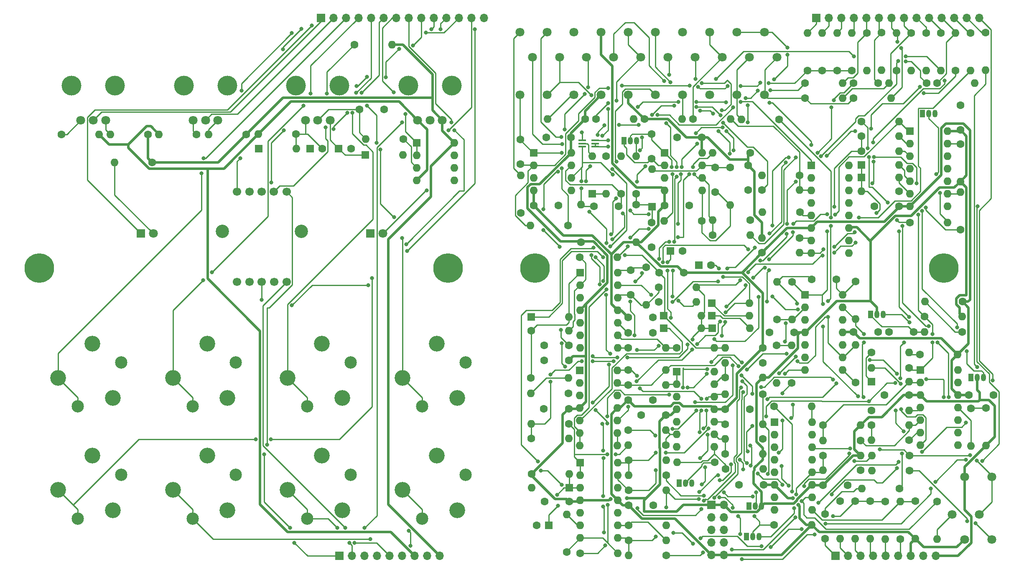
<source format=gbr>
%TF.GenerationSoftware,KiCad,Pcbnew,(5.1.7-0-10_14)*%
%TF.CreationDate,2021-03-27T18:27:20-04:00*%
%TF.ProjectId,Oscillator,4f736369-6c6c-4617-946f-722e6b696361,rev?*%
%TF.SameCoordinates,Original*%
%TF.FileFunction,Copper,L1,Top*%
%TF.FilePolarity,Positive*%
%FSLAX46Y46*%
G04 Gerber Fmt 4.6, Leading zero omitted, Abs format (unit mm)*
G04 Created by KiCad (PCBNEW (5.1.7-0-10_14)) date 2021-03-27 18:27:20*
%MOMM*%
%LPD*%
G01*
G04 APERTURE LIST*
%TA.AperFunction,ComponentPad*%
%ADD10C,2.700000*%
%TD*%
%TA.AperFunction,ComponentPad*%
%ADD11C,1.700000*%
%TD*%
%TA.AperFunction,ComponentPad*%
%ADD12C,2.500000*%
%TD*%
%TA.AperFunction,ComponentPad*%
%ADD13C,3.200000*%
%TD*%
%TA.AperFunction,ComponentPad*%
%ADD14C,6.000000*%
%TD*%
%TA.AperFunction,ComponentPad*%
%ADD15O,1.700000X1.700000*%
%TD*%
%TA.AperFunction,ComponentPad*%
%ADD16R,1.700000X1.700000*%
%TD*%
%TA.AperFunction,ComponentPad*%
%ADD17O,1.600000X1.600000*%
%TD*%
%TA.AperFunction,ComponentPad*%
%ADD18R,1.600000X1.600000*%
%TD*%
%TA.AperFunction,SMDPad,CuDef*%
%ADD19R,1.500000X0.400000*%
%TD*%
%TA.AperFunction,ComponentPad*%
%ADD20C,1.800000*%
%TD*%
%TA.AperFunction,WasherPad*%
%ADD21C,4.000000*%
%TD*%
%TA.AperFunction,ComponentPad*%
%ADD22C,1.600000*%
%TD*%
%TA.AperFunction,ComponentPad*%
%ADD23R,1.050000X1.500000*%
%TD*%
%TA.AperFunction,ComponentPad*%
%ADD24O,1.050000X1.500000*%
%TD*%
%TA.AperFunction,ComponentPad*%
%ADD25R,1.800000X1.800000*%
%TD*%
%TA.AperFunction,ViaPad*%
%ADD26C,0.800000*%
%TD*%
%TA.AperFunction,Conductor*%
%ADD27C,0.250000*%
%TD*%
%TA.AperFunction,Conductor*%
%ADD28C,0.500000*%
%TD*%
G04 APERTURE END LIST*
D10*
%TO.P,SW201,*%
%TO.N,*%
X125250000Y-75550000D03*
X109250000Y-75550000D03*
D11*
%TO.P,SW201,10*%
%TO.N,/panel/waveshaper_in*%
X122250000Y-67500000D03*
%TO.P,SW201,9*%
%TO.N,/panel/sine*%
X119650000Y-67500000D03*
%TO.P,SW201,8*%
%TO.N,/panel/tri*%
X117250000Y-67500000D03*
%TO.P,SW201,7*%
%TO.N,GND*%
X114750000Y-67500000D03*
%TO.P,SW201,6*%
%TO.N,/panel/ramp*%
X112250000Y-67500000D03*
%TO.P,SW201,1*%
%TO.N,/panel/waveshaper_bypass*%
X122250000Y-85800000D03*
%TO.P,SW201,2*%
%TO.N,GND*%
X119750000Y-85800000D03*
%TO.P,SW201,3*%
%TO.N,/panel/square*%
X117250000Y-85800000D03*
%TO.P,SW201,4*%
%TO.N,GND*%
X114750000Y-85800000D03*
%TO.P,SW201,5*%
X112250000Y-85800000D03*
%TD*%
D12*
%TO.P,J202,T*%
%TO.N,/panel/fm_cv2*%
X103220000Y-111055000D03*
%TO.P,J202,R*%
%TO.N,N/C*%
X112000000Y-102175000D03*
D13*
%TO.P,J202,T*%
%TO.N,/panel/fm_cv2*%
X99240000Y-105235000D03*
%TO.P,J202,S*%
%TO.N,GND*%
X110290000Y-109345000D03*
%TO.P,J202,R*%
%TO.N,N/C*%
X106180000Y-98295000D03*
%TD*%
D12*
%TO.P,J201,T*%
%TO.N,/panel/fm_cv1*%
X79960000Y-111055000D03*
%TO.P,J201,R*%
%TO.N,N/C*%
X88740000Y-102175000D03*
D13*
%TO.P,J201,T*%
%TO.N,/panel/fm_cv1*%
X75980000Y-105235000D03*
%TO.P,J201,S*%
%TO.N,GND*%
X87030000Y-109345000D03*
%TO.P,J201,R*%
%TO.N,N/C*%
X82920000Y-98295000D03*
%TD*%
D12*
%TO.P,J210,T*%
%TO.N,/panel/out*%
X149740000Y-133805000D03*
%TO.P,J210,R*%
%TO.N,N/C*%
X158520000Y-124925000D03*
D13*
%TO.P,J210,T*%
%TO.N,/panel/out*%
X145760000Y-127985000D03*
%TO.P,J210,S*%
%TO.N,GND*%
X156810000Y-132095000D03*
%TO.P,J210,R*%
%TO.N,N/C*%
X152700000Y-121045000D03*
%TD*%
D12*
%TO.P,J209,T*%
%TO.N,/panel/vca_cv2*%
X126480000Y-133805000D03*
%TO.P,J209,R*%
%TO.N,N/C*%
X135260000Y-124925000D03*
D13*
%TO.P,J209,T*%
%TO.N,/panel/vca_cv2*%
X122500000Y-127985000D03*
%TO.P,J209,S*%
%TO.N,GND*%
X133550000Y-132095000D03*
%TO.P,J209,R*%
%TO.N,N/C*%
X129440000Y-121045000D03*
%TD*%
D12*
%TO.P,J208,T*%
%TO.N,/panel/vca_cv1*%
X103220000Y-133805000D03*
%TO.P,J208,R*%
%TO.N,N/C*%
X112000000Y-124925000D03*
D13*
%TO.P,J208,T*%
%TO.N,/panel/vca_cv1*%
X99240000Y-127985000D03*
%TO.P,J208,S*%
%TO.N,GND*%
X110290000Y-132095000D03*
%TO.P,J208,R*%
%TO.N,N/C*%
X106180000Y-121045000D03*
%TD*%
D12*
%TO.P,J206,T*%
%TO.N,/panel/shape_cv*%
X79960000Y-133805000D03*
%TO.P,J206,R*%
%TO.N,N/C*%
X88740000Y-124925000D03*
D13*
%TO.P,J206,T*%
%TO.N,/panel/shape_cv*%
X75980000Y-127985000D03*
%TO.P,J206,S*%
%TO.N,GND*%
X87030000Y-132095000D03*
%TO.P,J206,R*%
%TO.N,N/C*%
X82920000Y-121045000D03*
%TD*%
D12*
%TO.P,J205,T*%
%TO.N,/panel/sync*%
X149740000Y-111055000D03*
%TO.P,J205,R*%
%TO.N,N/C*%
X158520000Y-102175000D03*
D13*
%TO.P,J205,T*%
%TO.N,/panel/sync*%
X145760000Y-105235000D03*
%TO.P,J205,S*%
%TO.N,GND*%
X156810000Y-109345000D03*
%TO.P,J205,R*%
%TO.N,N/C*%
X152700000Y-98295000D03*
%TD*%
D12*
%TO.P,J203,T*%
%TO.N,/panel/fm_cv_lin*%
X126480000Y-111055000D03*
%TO.P,J203,R*%
%TO.N,N/C*%
X135260000Y-102175000D03*
D13*
%TO.P,J203,T*%
%TO.N,/panel/fm_cv_lin*%
X122500000Y-105235000D03*
%TO.P,J203,S*%
%TO.N,GND*%
X133550000Y-109345000D03*
%TO.P,J203,R*%
%TO.N,N/C*%
X129440000Y-98295000D03*
%TD*%
D14*
%TO.P,REF\u002A\u002A,1*%
%TO.N,N/C*%
X72150000Y-83000000D03*
%TD*%
%TO.P,REF\u002A\u002A,1*%
%TO.N,N/C*%
X154950000Y-83000000D03*
%TD*%
%TO.P,REF\u002A\u002A,1*%
%TO.N,N/C*%
X255400000Y-83000000D03*
%TD*%
%TO.P,REF\u002A\u002A,1*%
%TO.N,N/C*%
X172600000Y-83000000D03*
%TD*%
D15*
%TO.P,J303,10*%
%TO.N,-12V*%
X210890000Y-141210000D03*
%TO.P,J303,9*%
X208350000Y-141210000D03*
%TO.P,J303,8*%
%TO.N,GND*%
X210890000Y-138670000D03*
%TO.P,J303,7*%
X208350000Y-138670000D03*
%TO.P,J303,6*%
X210890000Y-136130000D03*
%TO.P,J303,5*%
X208350000Y-136130000D03*
%TO.P,J303,4*%
X210890000Y-133590000D03*
%TO.P,J303,3*%
X208350000Y-133590000D03*
%TO.P,J303,2*%
%TO.N,+12V*%
X210890000Y-131050000D03*
D16*
%TO.P,J303,1*%
X208350000Y-131050000D03*
%TD*%
D15*
%TO.P,J302,9*%
%TO.N,+12V*%
X253770000Y-141350000D03*
%TO.P,J302,8*%
%TO.N,GND*%
X251230000Y-141350000D03*
%TO.P,J302,7*%
%TO.N,-12V*%
X248690000Y-141350000D03*
%TO.P,J302,6*%
%TO.N,/main/VCA/OUT*%
X246150000Y-141350000D03*
%TO.P,J302,5*%
%TO.N,/main/VCA/CV2*%
X243610000Y-141350000D03*
%TO.P,J302,4*%
%TO.N,/main/VCA/CV1*%
X241070000Y-141350000D03*
%TO.P,J302,3*%
%TO.N,/main/VCA/OFFSET*%
X238530000Y-141350000D03*
%TO.P,J302,2*%
%TO.N,Net-(J302-Pad2)*%
X235990000Y-141350000D03*
D16*
%TO.P,J302,1*%
%TO.N,/main/WAVESHAPER/IN*%
X233450000Y-141350000D03*
%TD*%
D15*
%TO.P,J301,14*%
%TO.N,/main/VCA/LED*%
X262620000Y-32300000D03*
%TO.P,J301,13*%
%TO.N,/main/WAVESHAPER/LED*%
X260080000Y-32300000D03*
%TO.P,J301,12*%
%TO.N,/main/VCO_SHAPE/RAMP*%
X257540000Y-32300000D03*
%TO.P,J301,11*%
%TO.N,/main/VCO_SHAPE/SQUARE*%
X255000000Y-32300000D03*
%TO.P,J301,10*%
%TO.N,/main/VCO_SHAPE/TRIANGLE*%
X252460000Y-32300000D03*
%TO.P,J301,9*%
%TO.N,/main/VCO_SHAPE/SINE*%
X249920000Y-32300000D03*
%TO.P,J301,8*%
%TO.N,/main/VCO_SHAPE/CV*%
X247380000Y-32300000D03*
%TO.P,J301,7*%
%TO.N,/main/VCO_SHAPE/SHAPE*%
X244840000Y-32300000D03*
%TO.P,J301,6*%
%TO.N,/main/VCO_RAW/SYNC_IN*%
X242300000Y-32300000D03*
%TO.P,J301,5*%
%TO.N,/main/VCO_RAW/CV_LIN*%
X239760000Y-32300000D03*
%TO.P,J301,4*%
%TO.N,/main/VCO_RAW/CV2*%
X237220000Y-32300000D03*
%TO.P,J301,3*%
%TO.N,/main/VCO_RAW/CV1*%
X234680000Y-32300000D03*
%TO.P,J301,2*%
%TO.N,/main/VCO_RAW/OFFSET_COURSE*%
X232140000Y-32300000D03*
D16*
%TO.P,J301,1*%
%TO.N,/main/VCO_RAW/OFFSET_FINE*%
X229600000Y-32300000D03*
%TD*%
D15*
%TO.P,J207,9*%
%TO.N,+12V*%
X153295000Y-141350000D03*
%TO.P,J207,8*%
%TO.N,GND*%
X150755000Y-141350000D03*
%TO.P,J207,7*%
%TO.N,-12V*%
X148215000Y-141350000D03*
%TO.P,J207,6*%
%TO.N,/panel/out*%
X145675000Y-141350000D03*
%TO.P,J207,5*%
%TO.N,/panel/vca_cv2*%
X143135000Y-141350000D03*
%TO.P,J207,4*%
%TO.N,/panel/vca_cv1*%
X140595000Y-141350000D03*
%TO.P,J207,3*%
%TO.N,/panel/vca_offset*%
X138055000Y-141350000D03*
%TO.P,J207,2*%
%TO.N,/panel/waveshaper_bypass*%
X135515000Y-141350000D03*
D16*
%TO.P,J207,1*%
%TO.N,/panel/waveshaper_in*%
X132975000Y-141350000D03*
%TD*%
D15*
%TO.P,J204,14*%
%TO.N,/panel/vca_led*%
X162215000Y-32300000D03*
%TO.P,J204,13*%
%TO.N,/panel/fold_led*%
X159675000Y-32300000D03*
%TO.P,J204,12*%
%TO.N,/panel/ramp*%
X157135000Y-32300000D03*
%TO.P,J204,11*%
%TO.N,/panel/square*%
X154595000Y-32300000D03*
%TO.P,J204,10*%
%TO.N,/panel/tri*%
X152055000Y-32300000D03*
%TO.P,J204,9*%
%TO.N,/panel/sine*%
X149515000Y-32300000D03*
%TO.P,J204,8*%
%TO.N,/panel/shape_cv*%
X146975000Y-32300000D03*
%TO.P,J204,7*%
%TO.N,/panel/shape_offset*%
X144435000Y-32300000D03*
%TO.P,J204,6*%
%TO.N,/panel/sync*%
X141895000Y-32300000D03*
%TO.P,J204,5*%
%TO.N,/panel/fm_cv_lin*%
X139355000Y-32300000D03*
%TO.P,J204,4*%
%TO.N,/panel/fm_cv2*%
X136815000Y-32300000D03*
%TO.P,J204,3*%
%TO.N,/panel/fm_cv1*%
X134275000Y-32300000D03*
%TO.P,J204,2*%
%TO.N,/panel/freq_adj_course*%
X131735000Y-32300000D03*
D16*
%TO.P,J204,1*%
%TO.N,/panel/freq_adj_fine*%
X129195000Y-32300000D03*
%TD*%
D17*
%TO.P,U703,8*%
%TO.N,+12V*%
X206420000Y-59600000D03*
%TO.P,U703,4*%
%TO.N,-12V*%
X198800000Y-67220000D03*
%TO.P,U703,7*%
%TO.N,Net-(C707-Pad1)*%
X206420000Y-62140000D03*
%TO.P,U703,3*%
%TO.N,GND*%
X198800000Y-64680000D03*
%TO.P,U703,6*%
%TO.N,Net-(R714-Pad1)*%
X206420000Y-64680000D03*
%TO.P,U703,2*%
%TO.N,Net-(C702-Pad2)*%
X198800000Y-62140000D03*
%TO.P,U703,5*%
%TO.N,Net-(C707-Pad2)*%
X206420000Y-67220000D03*
D18*
%TO.P,U703,1*%
%TO.N,/main/VCO_RAW/RAW*%
X198800000Y-59600000D03*
%TD*%
D19*
%TO.P,U702,6*%
%TO.N,Net-(C702-Pad2)*%
X184800000Y-57100000D03*
%TO.P,U702,5*%
%TO.N,Net-(R710-Pad2)*%
X184800000Y-57750000D03*
%TO.P,U702,4*%
X184800000Y-58400000D03*
%TO.P,U702,3*%
%TO.N,Net-(C703-Pad2)*%
X182140000Y-58400000D03*
%TO.P,U702,2*%
%TO.N,Net-(D701-Pad2)*%
X182140000Y-57750000D03*
%TO.P,U702,1*%
%TO.N,GND*%
X182140000Y-57100000D03*
%TD*%
D17*
%TO.P,U701,8*%
%TO.N,+12V*%
X179920000Y-59600000D03*
%TO.P,U701,4*%
%TO.N,-12V*%
X172300000Y-67220000D03*
%TO.P,U701,7*%
%TO.N,Net-(C703-Pad1)*%
X179920000Y-62140000D03*
%TO.P,U701,3*%
%TO.N,GND*%
X172300000Y-64680000D03*
%TO.P,U701,6*%
%TO.N,Net-(C703-Pad2)*%
X179920000Y-64680000D03*
%TO.P,U701,2*%
%TO.N,Net-(C701-Pad2)*%
X172300000Y-62140000D03*
%TO.P,U701,5*%
%TO.N,GND*%
X179920000Y-67220000D03*
D18*
%TO.P,U701,1*%
%TO.N,Net-(C701-Pad1)*%
X172300000Y-59600000D03*
%TD*%
D17*
%TO.P,U605,14*%
%TO.N,Net-(Q401-Pad2)*%
X208920000Y-104000000D03*
%TO.P,U605,7*%
%TO.N,/main/WAVESHAPER/-10v*%
X201300000Y-119240000D03*
%TO.P,U605,13*%
%TO.N,Net-(R404-Pad1)*%
X208920000Y-106540000D03*
%TO.P,U605,6*%
%TO.N,Net-(R639-Pad1)*%
X201300000Y-116700000D03*
%TO.P,U605,12*%
%TO.N,Net-(R401-Pad1)*%
X208920000Y-109080000D03*
%TO.P,U605,5*%
%TO.N,GND*%
X201300000Y-114160000D03*
%TO.P,U605,11*%
%TO.N,-12V*%
X208920000Y-111620000D03*
%TO.P,U605,4*%
%TO.N,+12V*%
X201300000Y-111620000D03*
%TO.P,U605,10*%
%TO.N,Net-(R413-Pad1)*%
X208920000Y-114160000D03*
%TO.P,U605,3*%
%TO.N,Net-(R635-Pad1)*%
X201300000Y-109080000D03*
%TO.P,U605,9*%
%TO.N,Net-(R414-Pad1)*%
X208920000Y-116700000D03*
%TO.P,U605,2*%
%TO.N,/main/WAVESHAPER/OUT*%
X201300000Y-106540000D03*
%TO.P,U605,8*%
%TO.N,Net-(R417-Pad1)*%
X208920000Y-119240000D03*
D18*
%TO.P,U605,1*%
%TO.N,/main/WAVESHAPER/OUT*%
X201300000Y-104000000D03*
%TD*%
D17*
%TO.P,U604,14*%
%TO.N,+12V*%
X256120000Y-55250000D03*
%TO.P,U604,7*%
%TO.N,-12V*%
X248500000Y-70490000D03*
%TO.P,U604,13*%
%TO.N,Net-(Q603-Pad3)*%
X256120000Y-57790000D03*
%TO.P,U604,6*%
%TO.N,Net-(D603-Pad2)*%
X248500000Y-67950000D03*
%TO.P,U604,12*%
%TO.N,N/C*%
X256120000Y-60330000D03*
%TO.P,U604,5*%
%TO.N,Net-(D604-Pad2)*%
X248500000Y-65410000D03*
%TO.P,U604,11*%
%TO.N,N/C*%
X256120000Y-62870000D03*
%TO.P,U604,4*%
%TO.N,/main/WAVESHAPER/High_bias_signal*%
X248500000Y-62870000D03*
%TO.P,U604,10*%
%TO.N,N/C*%
X256120000Y-65410000D03*
%TO.P,U604,3*%
%TO.N,Net-(R636-Pad2)*%
X248500000Y-60330000D03*
%TO.P,U604,9*%
%TO.N,Net-(R635-Pad2)*%
X256120000Y-67950000D03*
%TO.P,U604,2*%
%TO.N,Net-(R637-Pad2)*%
X248500000Y-57790000D03*
%TO.P,U604,8*%
%TO.N,/main/WAVESHAPER/Low_bias_signal*%
X256120000Y-70490000D03*
D18*
%TO.P,U604,1*%
%TO.N,/main/WAVESHAPER/Mid_bias_signal*%
X248500000Y-55250000D03*
%TD*%
D17*
%TO.P,U603,14*%
%TO.N,/main/WAVESHAPER/High_bias_signal*%
X189370000Y-122500000D03*
%TO.P,U603,7*%
%TO.N,Net-(R620-Pad1)*%
X181750000Y-137740000D03*
%TO.P,U603,13*%
%TO.N,Net-(R621-Pad1)*%
X189370000Y-125040000D03*
%TO.P,U603,6*%
%TO.N,Net-(R612-Pad1)*%
X181750000Y-135200000D03*
%TO.P,U603,12*%
%TO.N,Net-(R620-Pad1)*%
X189370000Y-127580000D03*
%TO.P,U603,5*%
%TO.N,GND*%
X181750000Y-132660000D03*
%TO.P,U603,11*%
%TO.N,-12V*%
X189370000Y-130120000D03*
%TO.P,U603,4*%
%TO.N,+12V*%
X181750000Y-130120000D03*
%TO.P,U603,10*%
%TO.N,Net-(R625-Pad1)*%
X189370000Y-132660000D03*
%TO.P,U603,3*%
%TO.N,Net-(C604-Pad1)*%
X181750000Y-127580000D03*
%TO.P,U603,9*%
%TO.N,Net-(R628-Pad1)*%
X189370000Y-135200000D03*
%TO.P,U603,2*%
%TO.N,/main/WAVESHAPER/10v*%
X181750000Y-125040000D03*
%TO.P,U603,8*%
%TO.N,/main/WAVESHAPER/Low_bias_signal*%
X189370000Y-137740000D03*
D18*
%TO.P,U603,1*%
%TO.N,/main/WAVESHAPER/10v*%
X181750000Y-122500000D03*
%TD*%
D17*
%TO.P,U602,14*%
%TO.N,N/C*%
X258250000Y-103660000D03*
%TO.P,U602,7*%
%TO.N,Net-(R633-Pad1)*%
X250630000Y-118900000D03*
%TO.P,U602,13*%
%TO.N,Net-(D604-Pad2)*%
X258250000Y-106200000D03*
%TO.P,U602,6*%
%TO.N,Net-(R634-Pad1)*%
X250630000Y-116360000D03*
%TO.P,U602,12*%
%TO.N,-12V*%
X258250000Y-108740000D03*
%TO.P,U602,5*%
%TO.N,Net-(R607-Pad1)*%
X250630000Y-113820000D03*
%TO.P,U602,11*%
%TO.N,Net-(R626-Pad1)*%
X258250000Y-111280000D03*
%TO.P,U602,4*%
%TO.N,Net-(R618-Pad2)*%
X250630000Y-111280000D03*
%TO.P,U602,10*%
%TO.N,Net-(R627-Pad1)*%
X258250000Y-113820000D03*
%TO.P,U602,3*%
%TO.N,+12V*%
X250630000Y-108740000D03*
%TO.P,U602,9*%
%TO.N,N/C*%
X258250000Y-116360000D03*
%TO.P,U602,2*%
%TO.N,Net-(D601-Pad2)*%
X250630000Y-106200000D03*
%TO.P,U602,8*%
%TO.N,N/C*%
X258250000Y-118900000D03*
D18*
%TO.P,U602,1*%
%TO.N,Net-(D603-Pad2)*%
X250630000Y-103660000D03*
%TD*%
D17*
%TO.P,U601,14*%
%TO.N,Net-(C603-Pad2)*%
X234920000Y-88400000D03*
%TO.P,U601,7*%
%TO.N,Net-(R615-Pad1)*%
X227300000Y-103640000D03*
%TO.P,U601,13*%
%TO.N,Net-(R601-Pad1)*%
X234920000Y-90940000D03*
%TO.P,U601,6*%
%TO.N,Net-(R609-Pad1)*%
X227300000Y-101100000D03*
%TO.P,U601,12*%
%TO.N,GND*%
X234920000Y-93480000D03*
%TO.P,U601,5*%
X227300000Y-98560000D03*
%TO.P,U601,11*%
%TO.N,-12V*%
X234920000Y-96020000D03*
%TO.P,U601,4*%
%TO.N,+12V*%
X227300000Y-96020000D03*
%TO.P,U601,10*%
%TO.N,GND*%
X234920000Y-98560000D03*
%TO.P,U601,3*%
%TO.N,Net-(R606-Pad1)*%
X227300000Y-93480000D03*
%TO.P,U601,9*%
%TO.N,Net-(R623-Pad1)*%
X234920000Y-101100000D03*
%TO.P,U601,2*%
%TO.N,Net-(R610-Pad1)*%
X227300000Y-90940000D03*
%TO.P,U601,8*%
%TO.N,Net-(R625-Pad1)*%
X234920000Y-103640000D03*
D18*
%TO.P,U601,1*%
%TO.N,/main/WAVESHAPER/Mid_bias_signal*%
X227300000Y-88400000D03*
%TD*%
D17*
%TO.P,U503,14*%
%TO.N,/main/VCA/IN*%
X189300000Y-103780000D03*
%TO.P,U503,7*%
%TO.N,Net-(RV506-Pad1)*%
X181680000Y-119020000D03*
%TO.P,U503,13*%
%TO.N,Net-(R301-Pad1)*%
X189300000Y-106320000D03*
%TO.P,U503,6*%
%TO.N,Net-(RV506-Pad1)*%
X181680000Y-116480000D03*
%TO.P,U503,12*%
%TO.N,GND*%
X189300000Y-108860000D03*
%TO.P,U503,5*%
%TO.N,Net-(C504-Pad1)*%
X181680000Y-113940000D03*
%TO.P,U503,11*%
%TO.N,-12V*%
X189300000Y-111400000D03*
%TO.P,U503,4*%
%TO.N,+12V*%
X181680000Y-111400000D03*
%TO.P,U503,10*%
%TO.N,Net-(C505-Pad2)*%
X189300000Y-113940000D03*
%TO.P,U503,3*%
%TO.N,N/C*%
X181680000Y-108860000D03*
%TO.P,U503,9*%
%TO.N,Net-(RV506-Pad3)*%
X189300000Y-116480000D03*
%TO.P,U503,2*%
%TO.N,N/C*%
X181680000Y-106320000D03*
%TO.P,U503,8*%
%TO.N,Net-(RV506-Pad3)*%
X189300000Y-119020000D03*
D18*
%TO.P,U503,1*%
%TO.N,N/C*%
X181680000Y-103780000D03*
%TD*%
D17*
%TO.P,U502,16*%
%TO.N,N/C*%
X236140000Y-62150000D03*
%TO.P,U502,8*%
%TO.N,Net-(R518-Pad2)*%
X228520000Y-79930000D03*
%TO.P,U502,15*%
%TO.N,N/C*%
X236140000Y-64690000D03*
%TO.P,U502,7*%
%TO.N,Net-(R516-Pad1)*%
X228520000Y-77390000D03*
%TO.P,U502,14*%
%TO.N,N/C*%
X236140000Y-67230000D03*
%TO.P,U502,6*%
%TO.N,-12V*%
X228520000Y-74850000D03*
%TO.P,U502,13*%
%TO.N,N/C*%
X236140000Y-69770000D03*
%TO.P,U502,5*%
%TO.N,Net-(R516-Pad1)*%
X228520000Y-72310000D03*
%TO.P,U502,12*%
%TO.N,N/C*%
X236140000Y-72310000D03*
%TO.P,U502,4*%
%TO.N,GND*%
X228520000Y-69770000D03*
%TO.P,U502,11*%
%TO.N,+12V*%
X236140000Y-74850000D03*
%TO.P,U502,3*%
%TO.N,Net-(R508-Pad2)*%
X228520000Y-67230000D03*
%TO.P,U502,10*%
%TO.N,N/C*%
X236140000Y-77390000D03*
%TO.P,U502,2*%
X228520000Y-64690000D03*
%TO.P,U502,9*%
X236140000Y-79930000D03*
D18*
%TO.P,U502,1*%
%TO.N,Net-(R515-Pad2)*%
X228520000Y-62150000D03*
%TD*%
D17*
%TO.P,U501,14*%
%TO.N,Net-(C506-Pad1)*%
X189320000Y-83900000D03*
%TO.P,U501,7*%
%TO.N,Net-(D502-Pad2)*%
X181700000Y-99140000D03*
%TO.P,U501,13*%
%TO.N,Net-(R522-Pad1)*%
X189320000Y-86440000D03*
%TO.P,U501,6*%
%TO.N,Net-(R504-Pad2)*%
X181700000Y-96600000D03*
%TO.P,U501,12*%
%TO.N,Net-(C506-Pad2)*%
X189320000Y-88980000D03*
%TO.P,U501,5*%
%TO.N,GND*%
X181700000Y-94060000D03*
%TO.P,U501,11*%
%TO.N,-12V*%
X189320000Y-91520000D03*
%TO.P,U501,4*%
%TO.N,+12V*%
X181700000Y-91520000D03*
%TO.P,U501,10*%
%TO.N,Net-(C502-Pad1)*%
X189320000Y-94060000D03*
%TO.P,U501,3*%
%TO.N,Net-(C501-Pad1)*%
X181700000Y-88980000D03*
%TO.P,U501,9*%
%TO.N,Net-(R509-Pad1)*%
X189320000Y-96600000D03*
%TO.P,U501,2*%
%TO.N,Net-(R502-Pad1)*%
X181700000Y-86440000D03*
%TO.P,U501,8*%
%TO.N,Net-(R511-Pad1)*%
X189320000Y-99140000D03*
D18*
%TO.P,U501,1*%
%TO.N,Net-(D501-Pad2)*%
X181700000Y-83900000D03*
%TD*%
D17*
%TO.P,U402,16*%
%TO.N,Net-(R412-Pad2)*%
X228730000Y-114220000D03*
%TO.P,U402,8*%
%TO.N,N/C*%
X221110000Y-132000000D03*
%TO.P,U402,15*%
X228730000Y-116760000D03*
%TO.P,U402,7*%
X221110000Y-129460000D03*
%TO.P,U402,14*%
%TO.N,Net-(R405-Pad1)*%
X228730000Y-119300000D03*
%TO.P,U402,6*%
%TO.N,-12V*%
X221110000Y-126920000D03*
%TO.P,U402,13*%
%TO.N,GND*%
X228730000Y-121840000D03*
%TO.P,U402,5*%
%TO.N,N/C*%
X221110000Y-124380000D03*
%TO.P,U402,12*%
%TO.N,Net-(R410-Pad1)*%
X228730000Y-124380000D03*
%TO.P,U402,4*%
%TO.N,N/C*%
X221110000Y-121840000D03*
%TO.P,U402,11*%
%TO.N,+12V*%
X228730000Y-126920000D03*
%TO.P,U402,3*%
%TO.N,N/C*%
X221110000Y-119300000D03*
%TO.P,U402,10*%
%TO.N,Net-(R410-Pad1)*%
X228730000Y-129460000D03*
%TO.P,U402,2*%
%TO.N,N/C*%
X221110000Y-116760000D03*
%TO.P,U402,9*%
%TO.N,Net-(R418-Pad1)*%
X228730000Y-132000000D03*
D18*
%TO.P,U402,1*%
%TO.N,N/C*%
X221110000Y-114220000D03*
%TD*%
D17*
%TO.P,U201,8*%
%TO.N,+12V*%
X156250000Y-57575000D03*
%TO.P,U201,4*%
%TO.N,-12V*%
X148630000Y-65195000D03*
%TO.P,U201,7*%
%TO.N,N/C*%
X156250000Y-60115000D03*
%TO.P,U201,3*%
%TO.N,Net-(R206-Pad1)*%
X148630000Y-62655000D03*
%TO.P,U201,6*%
%TO.N,N/C*%
X156250000Y-62655000D03*
%TO.P,U201,2*%
%TO.N,/panel/shape_offset*%
X148630000Y-60115000D03*
%TO.P,U201,5*%
%TO.N,N/C*%
X156250000Y-65195000D03*
D18*
%TO.P,U201,1*%
%TO.N,/panel/shape_offset*%
X148630000Y-57575000D03*
%TD*%
D20*
%TO.P,RV702,3*%
%TO.N,Net-(C703-Pad1)*%
X175000000Y-35200000D03*
%TO.P,RV702,2*%
%TO.N,Net-(R709-Pad1)*%
X177540000Y-40280000D03*
%TO.P,RV702,1*%
X175000000Y-47900000D03*
%TD*%
%TO.P,RV701,3*%
%TO.N,Net-(R708-Pad2)*%
X169500000Y-35200000D03*
%TO.P,RV701,2*%
%TO.N,Net-(D701-Pad2)*%
X172040000Y-40280000D03*
%TO.P,RV701,1*%
%TO.N,Net-(C701-Pad1)*%
X169500000Y-47900000D03*
%TD*%
%TO.P,RV602,3*%
%TO.N,/main/WAVESHAPER/-10v*%
X213500000Y-35200000D03*
%TO.P,RV602,2*%
%TO.N,Net-(R624-Pad2)*%
X216040000Y-40280000D03*
%TO.P,RV602,1*%
X213500000Y-47900000D03*
%TD*%
%TO.P,RV601,3*%
%TO.N,/main/WAVESHAPER/-10v*%
X219100000Y-35200000D03*
%TO.P,RV601,2*%
%TO.N,Net-(R612-Pad1)*%
X221640000Y-40280000D03*
%TO.P,RV601,1*%
X219100000Y-47900000D03*
%TD*%
%TO.P,RV506,3*%
%TO.N,Net-(RV506-Pad3)*%
X197000000Y-35200000D03*
%TO.P,RV506,2*%
%TO.N,Net-(R524-Pad2)*%
X199540000Y-40280000D03*
%TO.P,RV506,1*%
%TO.N,Net-(RV506-Pad1)*%
X197000000Y-47900000D03*
%TD*%
%TO.P,RV505,3*%
%TO.N,Net-(R515-Pad1)*%
X191500000Y-35200000D03*
%TO.P,RV505,2*%
X194040000Y-40280000D03*
%TO.P,RV505,1*%
%TO.N,+12V*%
X191500000Y-47900000D03*
%TD*%
%TO.P,RV504,3*%
%TO.N,Net-(R512-Pad1)*%
X208000000Y-35200000D03*
%TO.P,RV504,2*%
X210540000Y-40280000D03*
%TO.P,RV504,1*%
%TO.N,Net-(R511-Pad1)*%
X208000000Y-47900000D03*
%TD*%
%TO.P,RV503,3*%
%TO.N,-12V*%
X186000000Y-35200000D03*
%TO.P,RV503,2*%
%TO.N,Net-(R508-Pad1)*%
X188540000Y-40280000D03*
%TO.P,RV503,1*%
%TO.N,+12V*%
X186000000Y-47900000D03*
%TD*%
%TO.P,RV502,3*%
%TO.N,GND*%
X202500000Y-35200000D03*
%TO.P,RV502,2*%
%TO.N,Net-(C502-Pad1)*%
X205040000Y-40280000D03*
%TO.P,RV502,1*%
%TO.N,Net-(R506-Pad2)*%
X202500000Y-47900000D03*
%TD*%
%TO.P,RV501,3*%
%TO.N,GND*%
X180500000Y-35200000D03*
%TO.P,RV501,2*%
%TO.N,Net-(C501-Pad1)*%
X183040000Y-40280000D03*
%TO.P,RV501,1*%
%TO.N,Net-(R501-Pad2)*%
X180500000Y-47900000D03*
%TD*%
%TO.P,RV402,3*%
%TO.N,-12V*%
X259600000Y-138050000D03*
%TO.P,RV402,2*%
%TO.N,Net-(R411-Pad2)*%
X257060000Y-132970000D03*
%TO.P,RV402,1*%
%TO.N,+12V*%
X259600000Y-125350000D03*
%TD*%
%TO.P,RV401,3*%
%TO.N,Net-(R408-Pad1)*%
X265100000Y-138050000D03*
%TO.P,RV401,2*%
%TO.N,Net-(R405-Pad1)*%
X262560000Y-132970000D03*
%TO.P,RV401,1*%
X265100000Y-125350000D03*
%TD*%
D21*
%TO.P,RV204,*%
%TO.N,*%
X155730000Y-46000000D03*
X146930000Y-46000000D03*
D20*
%TO.P,RV204,1*%
%TO.N,+12V*%
X153830000Y-53000000D03*
%TO.P,RV204,2*%
%TO.N,/panel/vca_offset*%
X151330000Y-53000000D03*
%TO.P,RV204,3*%
%TO.N,-12V*%
X148830000Y-53000000D03*
%TD*%
D21*
%TO.P,RV203,*%
%TO.N,*%
X132980000Y-46000000D03*
X124180000Y-46000000D03*
D20*
%TO.P,RV203,1*%
%TO.N,Net-(C203-Pad1)*%
X131080000Y-53000000D03*
%TO.P,RV203,2*%
%TO.N,Net-(C201-Pad1)*%
X128580000Y-53000000D03*
%TO.P,RV203,3*%
%TO.N,Net-(C202-Pad2)*%
X126080000Y-53000000D03*
%TD*%
D21*
%TO.P,RV202,*%
%TO.N,*%
X110240000Y-46000000D03*
X101440000Y-46000000D03*
D20*
%TO.P,RV202,1*%
%TO.N,Net-(R203-Pad2)*%
X108340000Y-53000000D03*
%TO.P,RV202,2*%
%TO.N,/panel/freq_adj_course*%
X105840000Y-53000000D03*
%TO.P,RV202,3*%
%TO.N,Net-(R204-Pad1)*%
X103340000Y-53000000D03*
%TD*%
D21*
%TO.P,RV201,*%
%TO.N,*%
X87490000Y-46000000D03*
X78690000Y-46000000D03*
D20*
%TO.P,RV201,1*%
%TO.N,Net-(R201-Pad2)*%
X85590000Y-53000000D03*
%TO.P,RV201,2*%
%TO.N,/panel/freq_adj_fine*%
X83090000Y-53000000D03*
%TO.P,RV201,3*%
%TO.N,Net-(R202-Pad1)*%
X80590000Y-53000000D03*
%TD*%
D17*
%TO.P,R719,2*%
%TO.N,Net-(C707-Pad2)*%
X212100000Y-70220000D03*
D22*
%TO.P,R719,1*%
%TO.N,Net-(C707-Pad1)*%
X212100000Y-62600000D03*
%TD*%
D17*
%TO.P,R718,2*%
%TO.N,Net-(R714-Pad1)*%
X208600000Y-73300000D03*
D22*
%TO.P,R718,1*%
%TO.N,GND*%
X216220000Y-73300000D03*
%TD*%
D17*
%TO.P,R717,2*%
%TO.N,Net-(R714-Pad1)*%
X208600000Y-59600000D03*
D22*
%TO.P,R717,1*%
%TO.N,+12V*%
X216220000Y-59600000D03*
%TD*%
D17*
%TO.P,R716,2*%
%TO.N,/main/VCO_RAW/RAW*%
X198780000Y-73400000D03*
D22*
%TO.P,R716,1*%
%TO.N,Net-(C707-Pad2)*%
X206400000Y-73400000D03*
%TD*%
D17*
%TO.P,R715,2*%
%TO.N,GND*%
X242800000Y-42900000D03*
D22*
%TO.P,R715,1*%
%TO.N,/main/VCO_RAW/SYNC_IN*%
X242800000Y-35280000D03*
%TD*%
D17*
%TO.P,R714,2*%
%TO.N,Net-(C704-Pad1)*%
X216200000Y-76300000D03*
D22*
%TO.P,R714,1*%
%TO.N,Net-(R714-Pad1)*%
X208580000Y-76300000D03*
%TD*%
D17*
%TO.P,R713,2*%
%TO.N,-12V*%
X193100000Y-77720000D03*
D22*
%TO.P,R713,1*%
%TO.N,Net-(C705-Pad1)*%
X193100000Y-70100000D03*
%TD*%
D17*
%TO.P,R712,2*%
%TO.N,Net-(Q701-Pad3)*%
X193100000Y-60280000D03*
D22*
%TO.P,R712,1*%
%TO.N,Net-(C705-Pad1)*%
X193100000Y-67900000D03*
%TD*%
D17*
%TO.P,R711,2*%
%TO.N,Net-(C703-Pad2)*%
X181900000Y-70130000D03*
D22*
%TO.P,R711,1*%
%TO.N,+12V*%
X181900000Y-77750000D03*
%TD*%
D17*
%TO.P,R710,2*%
%TO.N,Net-(R710-Pad2)*%
X190000000Y-60280000D03*
D22*
%TO.P,R710,1*%
%TO.N,Net-(C703-Pad1)*%
X190000000Y-67900000D03*
%TD*%
D17*
%TO.P,R709,2*%
%TO.N,Net-(D701-Pad1)*%
X187000000Y-67900000D03*
D22*
%TO.P,R709,1*%
%TO.N,Net-(R709-Pad1)*%
X187000000Y-60280000D03*
%TD*%
D17*
%TO.P,R708,2*%
%TO.N,Net-(R708-Pad2)*%
X169700000Y-64180000D03*
D22*
%TO.P,R708,1*%
%TO.N,GND*%
X169700000Y-71800000D03*
%TD*%
D17*
%TO.P,R707,2*%
%TO.N,Net-(C701-Pad2)*%
X171680000Y-74400000D03*
D22*
%TO.P,R707,1*%
%TO.N,Net-(C701-Pad1)*%
X179300000Y-74400000D03*
%TD*%
D17*
%TO.P,R706,2*%
%TO.N,/main/VCO_RAW/CV_LIN*%
X234900000Y-45500000D03*
D22*
%TO.P,R706,1*%
%TO.N,Net-(C703-Pad2)*%
X227280000Y-45500000D03*
%TD*%
D17*
%TO.P,R705,2*%
%TO.N,/main/VCO_RAW/CV2*%
X236800000Y-35300000D03*
D22*
%TO.P,R705,1*%
%TO.N,Net-(C701-Pad2)*%
X236800000Y-42920000D03*
%TD*%
D17*
%TO.P,R704,2*%
%TO.N,/main/VCO_RAW/CV1*%
X233800000Y-35300000D03*
D22*
%TO.P,R704,1*%
%TO.N,Net-(C701-Pad2)*%
X233800000Y-42920000D03*
%TD*%
D17*
%TO.P,R703,2*%
%TO.N,/main/VCO_RAW/OFFSET_COURSE*%
X230750000Y-35300000D03*
D22*
%TO.P,R703,1*%
%TO.N,Net-(C701-Pad2)*%
X230750000Y-42920000D03*
%TD*%
D17*
%TO.P,R702,2*%
%TO.N,/main/VCO_RAW/OFFSET_FINE*%
X227750000Y-35300000D03*
D22*
%TO.P,R702,1*%
%TO.N,Net-(C701-Pad2)*%
X227750000Y-42920000D03*
%TD*%
D17*
%TO.P,R701,2*%
%TO.N,GND*%
X239800000Y-42920000D03*
D22*
%TO.P,R701,1*%
%TO.N,/main/VCO_RAW/CV_LIN*%
X239800000Y-35300000D03*
%TD*%
D17*
%TO.P,R644,2*%
%TO.N,+12V*%
X258750000Y-65450000D03*
D22*
%TO.P,R644,1*%
%TO.N,Net-(Q603-Pad3)*%
X258750000Y-57830000D03*
%TD*%
D17*
%TO.P,R643,2*%
%TO.N,Net-(D603-Pad1)*%
X238680000Y-67450000D03*
D22*
%TO.P,R643,1*%
%TO.N,GND*%
X246300000Y-67450000D03*
%TD*%
D17*
%TO.P,R642,2*%
%TO.N,Net-(Q603-Pad2)*%
X256170000Y-73750000D03*
D22*
%TO.P,R642,1*%
%TO.N,Net-(D603-Pad1)*%
X248550000Y-73750000D03*
%TD*%
D17*
%TO.P,R641,2*%
%TO.N,+12V*%
X259150000Y-92850000D03*
D22*
%TO.P,R641,1*%
%TO.N,Net-(D603-Pad2)*%
X251530000Y-92850000D03*
%TD*%
D17*
%TO.P,R640,2*%
%TO.N,Net-(R639-Pad1)*%
X199100000Y-115850000D03*
D22*
%TO.P,R640,1*%
%TO.N,/main/WAVESHAPER/-10v*%
X191480000Y-115850000D03*
%TD*%
D17*
%TO.P,R639,2*%
%TO.N,/main/WAVESHAPER/10v*%
X191500000Y-118900000D03*
D22*
%TO.P,R639,1*%
%TO.N,Net-(R639-Pad1)*%
X199120000Y-118900000D03*
%TD*%
D17*
%TO.P,R638,2*%
%TO.N,Net-(R633-Pad1)*%
X240780000Y-103200000D03*
D22*
%TO.P,R638,1*%
%TO.N,Net-(D603-Pad2)*%
X248400000Y-103200000D03*
%TD*%
D17*
%TO.P,R637,2*%
%TO.N,Net-(R637-Pad2)*%
X246300000Y-56250000D03*
D22*
%TO.P,R637,1*%
%TO.N,Net-(R635-Pad1)*%
X238680000Y-56250000D03*
%TD*%
D17*
%TO.P,R636,2*%
%TO.N,Net-(R636-Pad2)*%
X246300000Y-59300000D03*
D22*
%TO.P,R636,1*%
%TO.N,Net-(R635-Pad1)*%
X238680000Y-59300000D03*
%TD*%
D17*
%TO.P,R635,2*%
%TO.N,Net-(R635-Pad2)*%
X258750000Y-67600000D03*
D22*
%TO.P,R635,1*%
%TO.N,Net-(R635-Pad1)*%
X258750000Y-75220000D03*
%TD*%
D17*
%TO.P,R634,2*%
%TO.N,/main/WAVESHAPER/Mid_bias_signal*%
X240780000Y-117900000D03*
D22*
%TO.P,R634,1*%
%TO.N,Net-(R634-Pad1)*%
X248400000Y-117900000D03*
%TD*%
D17*
%TO.P,R633,2*%
%TO.N,/main/WAVESHAPER/Low_bias_signal*%
X191530000Y-141250000D03*
D22*
%TO.P,R633,1*%
%TO.N,Net-(R633-Pad1)*%
X199150000Y-141250000D03*
%TD*%
D17*
%TO.P,R632,2*%
%TO.N,+12V*%
X263900000Y-119020000D03*
D22*
%TO.P,R632,1*%
%TO.N,Net-(D604-Pad2)*%
X263900000Y-111400000D03*
%TD*%
D17*
%TO.P,R631,2*%
%TO.N,Net-(R626-Pad1)*%
X260850000Y-119050000D03*
D22*
%TO.P,R631,1*%
%TO.N,Net-(D604-Pad2)*%
X260850000Y-111430000D03*
%TD*%
D17*
%TO.P,R630,2*%
%TO.N,Net-(R628-Pad1)*%
X199150000Y-138200000D03*
D22*
%TO.P,R630,1*%
%TO.N,/main/WAVESHAPER/Low_bias_signal*%
X191530000Y-138200000D03*
%TD*%
D17*
%TO.P,R629,2*%
%TO.N,Net-(C604-Pad1)*%
X179500000Y-124750000D03*
D22*
%TO.P,R629,1*%
%TO.N,+12V*%
X171880000Y-124750000D03*
%TD*%
D17*
%TO.P,R628,2*%
%TO.N,Net-(R615-Pad1)*%
X199150000Y-135150000D03*
D22*
%TO.P,R628,1*%
%TO.N,Net-(R628-Pad1)*%
X191530000Y-135150000D03*
%TD*%
D17*
%TO.P,R627,2*%
%TO.N,/main/WAVESHAPER/High_bias_signal*%
X191530000Y-125000000D03*
D22*
%TO.P,R627,1*%
%TO.N,Net-(R627-Pad1)*%
X199150000Y-125000000D03*
%TD*%
D17*
%TO.P,R626,2*%
%TO.N,/main/WAVESHAPER/Mid_bias_signal*%
X246300000Y-53250000D03*
D22*
%TO.P,R626,1*%
%TO.N,Net-(R626-Pad1)*%
X238680000Y-53250000D03*
%TD*%
D17*
%TO.P,R625,2*%
%TO.N,Net-(R623-Pad1)*%
X237500000Y-98550000D03*
D22*
%TO.P,R625,1*%
%TO.N,Net-(R625-Pad1)*%
X237500000Y-106170000D03*
%TD*%
D17*
%TO.P,R624,2*%
%TO.N,Net-(R624-Pad2)*%
X214380000Y-52850000D03*
D22*
%TO.P,R624,1*%
%TO.N,Net-(R623-Pad1)*%
X222000000Y-52850000D03*
%TD*%
D17*
%TO.P,R623,2*%
%TO.N,Net-(R620-Pad1)*%
X189350000Y-140800000D03*
D22*
%TO.P,R623,1*%
%TO.N,Net-(R623-Pad1)*%
X181730000Y-140800000D03*
%TD*%
D17*
%TO.P,R622,2*%
%TO.N,Net-(R621-Pad1)*%
X199150000Y-121950000D03*
D22*
%TO.P,R622,1*%
%TO.N,/main/WAVESHAPER/High_bias_signal*%
X191530000Y-121950000D03*
%TD*%
D17*
%TO.P,R621,2*%
%TO.N,Net-(R615-Pad1)*%
X199150000Y-128050000D03*
D22*
%TO.P,R621,1*%
%TO.N,Net-(R621-Pad1)*%
X191530000Y-128050000D03*
%TD*%
D17*
%TO.P,R620,2*%
%TO.N,Net-(R612-Pad1)*%
X179000000Y-132950000D03*
D22*
%TO.P,R620,1*%
%TO.N,Net-(R620-Pad1)*%
X179000000Y-140570000D03*
%TD*%
D17*
%TO.P,R619,2*%
%TO.N,Net-(Q602-Pad1)*%
X263850000Y-42900000D03*
D22*
%TO.P,R619,1*%
%TO.N,/main/WAVESHAPER/LED*%
X263850000Y-35280000D03*
%TD*%
D17*
%TO.P,R618,2*%
%TO.N,Net-(R618-Pad2)*%
X248400000Y-111850000D03*
D22*
%TO.P,R618,1*%
%TO.N,/main/WAVESHAPER/High_bias_signal*%
X240780000Y-111850000D03*
%TD*%
D17*
%TO.P,R617,2*%
%TO.N,Net-(R607-Pad1)*%
X248400000Y-114850000D03*
D22*
%TO.P,R617,1*%
%TO.N,/main/WAVESHAPER/Mid_bias_signal*%
X240780000Y-114850000D03*
%TD*%
D17*
%TO.P,R616,2*%
%TO.N,Net-(R610-Pad1)*%
X224650000Y-93420000D03*
D22*
%TO.P,R616,1*%
%TO.N,/main/WAVESHAPER/Mid_bias_signal*%
X224650000Y-85800000D03*
%TD*%
D17*
%TO.P,R615,2*%
%TO.N,Net-(R609-Pad1)*%
X224600000Y-98680000D03*
D22*
%TO.P,R615,1*%
%TO.N,Net-(R615-Pad1)*%
X224600000Y-106300000D03*
%TD*%
D17*
%TO.P,R614,2*%
%TO.N,Net-(R606-Pad1)*%
X171780000Y-114550000D03*
D22*
%TO.P,R614,1*%
%TO.N,/main/WAVESHAPER/10v*%
X179400000Y-114550000D03*
%TD*%
D17*
%TO.P,R613,2*%
%TO.N,/main/VCO_SHAPE/SHAPE*%
X244750000Y-48550000D03*
D22*
%TO.P,R613,1*%
%TO.N,Net-(R612-Pad1)*%
X237130000Y-48550000D03*
%TD*%
D17*
%TO.P,R612,2*%
%TO.N,/main/VCO_SHAPE/CV*%
X234920000Y-48550000D03*
D22*
%TO.P,R612,1*%
%TO.N,Net-(R612-Pad1)*%
X227300000Y-48550000D03*
%TD*%
D17*
%TO.P,R611,2*%
%TO.N,Net-(Q602-Pad3)*%
X251550000Y-89800000D03*
D22*
%TO.P,R611,1*%
%TO.N,-12V*%
X259170000Y-89800000D03*
%TD*%
D17*
%TO.P,R610,2*%
%TO.N,Net-(C603-Pad1)*%
X221600000Y-85800000D03*
D22*
%TO.P,R610,1*%
%TO.N,Net-(R610-Pad1)*%
X221600000Y-93420000D03*
%TD*%
D17*
%TO.P,R609,2*%
%TO.N,Net-(C603-Pad1)*%
X221550000Y-106270000D03*
D22*
%TO.P,R609,1*%
%TO.N,Net-(R609-Pad1)*%
X221550000Y-98650000D03*
%TD*%
D17*
%TO.P,R608,2*%
%TO.N,Net-(C602-Pad2)*%
X251530000Y-95950000D03*
D22*
%TO.P,R608,1*%
%TO.N,Net-(Q602-Pad3)*%
X259150000Y-95950000D03*
%TD*%
D17*
%TO.P,R607,2*%
%TO.N,Net-(D601-Pad2)*%
X230930000Y-117950000D03*
D22*
%TO.P,R607,1*%
%TO.N,Net-(R607-Pad1)*%
X238550000Y-117950000D03*
%TD*%
D17*
%TO.P,R606,2*%
%TO.N,GND*%
X179400000Y-117550000D03*
D22*
%TO.P,R606,1*%
%TO.N,Net-(R606-Pad1)*%
X171780000Y-117550000D03*
%TD*%
D17*
%TO.P,R605,2*%
%TO.N,Net-(R601-Pad1)*%
X237550000Y-93350000D03*
D22*
%TO.P,R605,1*%
%TO.N,Net-(C603-Pad2)*%
X237550000Y-85730000D03*
%TD*%
D17*
%TO.P,R604,2*%
%TO.N,-12V*%
X258200000Y-100550000D03*
D22*
%TO.P,R604,1*%
%TO.N,Net-(Q601-Pad3)*%
X250580000Y-100550000D03*
%TD*%
D17*
%TO.P,R603,2*%
%TO.N,Net-(Q601-Pad3)*%
X248370000Y-100150000D03*
D22*
%TO.P,R603,1*%
%TO.N,Net-(D601-Pad1)*%
X240750000Y-100150000D03*
%TD*%
D17*
%TO.P,R602,2*%
%TO.N,+12V*%
X238570000Y-114850000D03*
D22*
%TO.P,R602,1*%
%TO.N,Net-(D601-Pad2)*%
X230950000Y-114850000D03*
%TD*%
D17*
%TO.P,R601,2*%
%TO.N,Net-(C601-Pad1)*%
X238800000Y-127700000D03*
D22*
%TO.P,R601,1*%
%TO.N,Net-(R601-Pad1)*%
X246420000Y-127700000D03*
%TD*%
D17*
%TO.P,R527,2*%
%TO.N,GND*%
X261620000Y-45500000D03*
D22*
%TO.P,R527,1*%
%TO.N,/main/VCO_SHAPE/SQUARE*%
X254000000Y-45500000D03*
%TD*%
D17*
%TO.P,R526,2*%
%TO.N,/main/VCO_SHAPE/SQUARE*%
X257800000Y-35300000D03*
D22*
%TO.P,R526,1*%
%TO.N,Net-(C506-Pad1)*%
X257800000Y-42920000D03*
%TD*%
D17*
%TO.P,R525,2*%
%TO.N,Net-(C506-Pad2)*%
X195100000Y-90450000D03*
D22*
%TO.P,R525,1*%
%TO.N,Net-(C506-Pad1)*%
X195100000Y-82830000D03*
%TD*%
D17*
%TO.P,R524,2*%
%TO.N,Net-(R524-Pad2)*%
X205300000Y-89900000D03*
D22*
%TO.P,R524,1*%
%TO.N,Net-(R522-Pad1)*%
X197680000Y-89900000D03*
%TD*%
D17*
%TO.P,R523,2*%
%TO.N,/main/VCO_SHAPE/CV*%
X244280000Y-45500000D03*
D22*
%TO.P,R523,1*%
%TO.N,Net-(R522-Pad1)*%
X251900000Y-45500000D03*
%TD*%
D17*
%TO.P,R522,2*%
%TO.N,/main/VCO_SHAPE/SHAPE*%
X245800000Y-35300000D03*
D22*
%TO.P,R522,1*%
%TO.N,Net-(R522-Pad1)*%
X245800000Y-42920000D03*
%TD*%
D17*
%TO.P,R521,2*%
%TO.N,Net-(D502-Pad2)*%
X205300000Y-86900000D03*
D22*
%TO.P,R521,1*%
%TO.N,Net-(C506-Pad2)*%
X197680000Y-86900000D03*
%TD*%
D17*
%TO.P,R520,2*%
%TO.N,GND*%
X248800000Y-42920000D03*
D22*
%TO.P,R520,1*%
%TO.N,/main/VCO_SHAPE/CV*%
X248800000Y-35300000D03*
%TD*%
D17*
%TO.P,R519,2*%
%TO.N,Net-(R518-Pad2)*%
X226170000Y-79900000D03*
D22*
%TO.P,R519,1*%
%TO.N,-12V*%
X218550000Y-79900000D03*
%TD*%
D17*
%TO.P,R518,2*%
%TO.N,Net-(R518-Pad2)*%
X251800000Y-42920000D03*
D22*
%TO.P,R518,1*%
%TO.N,/main/VCO_SHAPE/SINE*%
X251800000Y-35300000D03*
%TD*%
D17*
%TO.P,R517,2*%
%TO.N,+12V*%
X218530000Y-76900000D03*
D22*
%TO.P,R517,1*%
%TO.N,Net-(R516-Pad1)*%
X226150000Y-76900000D03*
%TD*%
D17*
%TO.P,R516,2*%
%TO.N,GND*%
X218650000Y-71700000D03*
D22*
%TO.P,R516,1*%
%TO.N,Net-(R516-Pad1)*%
X226270000Y-71700000D03*
%TD*%
D17*
%TO.P,R515,2*%
%TO.N,Net-(R515-Pad2)*%
X192570000Y-52800000D03*
D22*
%TO.P,R515,1*%
%TO.N,Net-(R515-Pad1)*%
X184950000Y-52800000D03*
%TD*%
D17*
%TO.P,R514,2*%
%TO.N,Net-(R511-Pad1)*%
X254800000Y-42920000D03*
D22*
%TO.P,R514,1*%
%TO.N,/main/VCO_SHAPE/TRIANGLE*%
X254800000Y-35300000D03*
%TD*%
D17*
%TO.P,R513,2*%
%TO.N,GND*%
X218530000Y-64200000D03*
D22*
%TO.P,R513,1*%
%TO.N,Net-(R508-Pad2)*%
X226150000Y-64200000D03*
%TD*%
D17*
%TO.P,R512,2*%
%TO.N,Net-(R508-Pad2)*%
X212170000Y-52800000D03*
D22*
%TO.P,R512,1*%
%TO.N,Net-(R512-Pad1)*%
X204550000Y-52800000D03*
%TD*%
D17*
%TO.P,R511,2*%
%TO.N,Net-(R509-Pad1)*%
X199100000Y-99200000D03*
D22*
%TO.P,R511,1*%
%TO.N,Net-(R511-Pad1)*%
X191480000Y-99200000D03*
%TD*%
D17*
%TO.P,R510,2*%
%TO.N,Net-(C503-Pad2)*%
X211080000Y-99200000D03*
D22*
%TO.P,R510,1*%
%TO.N,-12V*%
X218700000Y-99200000D03*
%TD*%
D17*
%TO.P,R509,2*%
%TO.N,Net-(C503-Pad2)*%
X208920000Y-99200000D03*
D22*
%TO.P,R509,1*%
%TO.N,Net-(R509-Pad1)*%
X201300000Y-99200000D03*
%TD*%
D17*
%TO.P,R508,2*%
%TO.N,Net-(R508-Pad2)*%
X226170000Y-67200000D03*
D22*
%TO.P,R508,1*%
%TO.N,Net-(R508-Pad1)*%
X218550000Y-67200000D03*
%TD*%
D17*
%TO.P,R507,2*%
%TO.N,Net-(D502-Pad2)*%
X260800000Y-42920000D03*
D22*
%TO.P,R507,1*%
%TO.N,/main/VCO_SHAPE/RAMP*%
X260800000Y-35300000D03*
%TD*%
D17*
%TO.P,R506,2*%
%TO.N,Net-(R506-Pad2)*%
X202350000Y-52800000D03*
D22*
%TO.P,R506,1*%
%TO.N,+12V*%
X194730000Y-52800000D03*
%TD*%
D17*
%TO.P,R505,2*%
%TO.N,Net-(R504-Pad2)*%
X171775000Y-108400000D03*
D22*
%TO.P,R505,1*%
%TO.N,Net-(D502-Pad2)*%
X179395000Y-108400000D03*
%TD*%
D17*
%TO.P,R504,2*%
%TO.N,Net-(R504-Pad2)*%
X179375000Y-105300000D03*
D22*
%TO.P,R504,1*%
%TO.N,Net-(D501-Pad2)*%
X171755000Y-105300000D03*
%TD*%
D17*
%TO.P,R503,2*%
%TO.N,Net-(R502-Pad1)*%
X179475000Y-95700000D03*
D22*
%TO.P,R503,1*%
%TO.N,Net-(D501-Pad2)*%
X171855000Y-95700000D03*
%TD*%
D17*
%TO.P,R502,2*%
%TO.N,/main/VCO_RAW/RAW*%
X189300000Y-80800000D03*
D22*
%TO.P,R502,1*%
%TO.N,Net-(R502-Pad1)*%
X181680000Y-80800000D03*
%TD*%
D17*
%TO.P,R501,2*%
%TO.N,Net-(R501-Pad2)*%
X175130000Y-52820000D03*
D22*
%TO.P,R501,1*%
%TO.N,+12V*%
X182750000Y-52820000D03*
%TD*%
D17*
%TO.P,R420,2*%
%TO.N,Net-(R417-Pad1)*%
X201330000Y-122350000D03*
D22*
%TO.P,R420,1*%
%TO.N,Net-(Q403-Pad2)*%
X208950000Y-122350000D03*
%TD*%
D17*
%TO.P,R419,2*%
%TO.N,Net-(R418-Pad1)*%
X246550000Y-130300000D03*
D22*
%TO.P,R419,1*%
%TO.N,/main/VCA/OUT*%
X246550000Y-137920000D03*
%TD*%
D17*
%TO.P,R418,2*%
%TO.N,-12V*%
X249600000Y-137900000D03*
D22*
%TO.P,R418,1*%
%TO.N,Net-(R418-Pad1)*%
X249600000Y-130280000D03*
%TD*%
D17*
%TO.P,R417,2*%
%TO.N,Net-(R413-Pad1)*%
X218770000Y-123750000D03*
D22*
%TO.P,R417,1*%
%TO.N,Net-(R417-Pad1)*%
X211150000Y-123750000D03*
%TD*%
D17*
%TO.P,R416,2*%
%TO.N,Net-(R414-Pad1)*%
X211100000Y-117650000D03*
D22*
%TO.P,R416,1*%
%TO.N,GND*%
X218720000Y-117650000D03*
%TD*%
D17*
%TO.P,R415,2*%
%TO.N,Net-(R410-Pad1)*%
X230930000Y-124000000D03*
D22*
%TO.P,R415,1*%
%TO.N,GND*%
X238550000Y-124000000D03*
%TD*%
D17*
%TO.P,R414,2*%
%TO.N,+12V*%
X218720000Y-120700000D03*
D22*
%TO.P,R414,1*%
%TO.N,Net-(R414-Pad1)*%
X211100000Y-120700000D03*
%TD*%
D17*
%TO.P,R413,2*%
%TO.N,Net-(Q401-Pad2)*%
X218720000Y-114650000D03*
D22*
%TO.P,R413,1*%
%TO.N,Net-(R413-Pad1)*%
X211100000Y-114650000D03*
%TD*%
D17*
%TO.P,R412,2*%
%TO.N,Net-(R412-Pad2)*%
X228670000Y-111050000D03*
D22*
%TO.P,R412,1*%
%TO.N,Net-(Q402-Pad3)*%
X221050000Y-111050000D03*
%TD*%
D17*
%TO.P,R411,2*%
%TO.N,Net-(R411-Pad2)*%
X254000000Y-137950000D03*
D22*
%TO.P,R411,1*%
%TO.N,Net-(R410-Pad1)*%
X254000000Y-130330000D03*
%TD*%
D17*
%TO.P,R410,2*%
%TO.N,+12V*%
X238550000Y-121000000D03*
D22*
%TO.P,R410,1*%
%TO.N,Net-(R410-Pad1)*%
X230930000Y-121000000D03*
%TD*%
D17*
%TO.P,R409,2*%
%TO.N,-12V*%
X228670000Y-135050000D03*
D22*
%TO.P,R409,1*%
%TO.N,Net-(Q401-Pad1)*%
X221050000Y-135050000D03*
%TD*%
D17*
%TO.P,R408,2*%
%TO.N,GND*%
X240830000Y-124100000D03*
D22*
%TO.P,R408,1*%
%TO.N,Net-(R408-Pad1)*%
X248450000Y-124100000D03*
%TD*%
D17*
%TO.P,R407,2*%
%TO.N,Net-(R401-Pad1)*%
X211100000Y-108550000D03*
D22*
%TO.P,R407,1*%
%TO.N,Net-(Q401-Pad2)*%
X218720000Y-108550000D03*
%TD*%
D17*
%TO.P,R406,2*%
%TO.N,Net-(R404-Pad1)*%
X211100000Y-102200000D03*
D22*
%TO.P,R406,1*%
%TO.N,GND*%
X218720000Y-102200000D03*
%TD*%
D17*
%TO.P,R405,2*%
%TO.N,/main/VCA/IN*%
X240830000Y-121000000D03*
D22*
%TO.P,R405,1*%
%TO.N,Net-(R405-Pad1)*%
X248450000Y-121000000D03*
%TD*%
D17*
%TO.P,R404,2*%
%TO.N,+12V*%
X218720000Y-105200000D03*
D22*
%TO.P,R404,1*%
%TO.N,Net-(R404-Pad1)*%
X211100000Y-105200000D03*
%TD*%
D17*
%TO.P,R403,2*%
%TO.N,/main/VCA/OFFSET*%
X237400000Y-137900000D03*
D22*
%TO.P,R403,1*%
%TO.N,Net-(R401-Pad1)*%
X237400000Y-130280000D03*
%TD*%
D17*
%TO.P,R402,2*%
%TO.N,/main/VCA/CV2*%
X243500000Y-137920000D03*
D22*
%TO.P,R402,1*%
%TO.N,Net-(R401-Pad1)*%
X243500000Y-130300000D03*
%TD*%
D17*
%TO.P,R401,2*%
%TO.N,/main/VCA/CV1*%
X240450000Y-137900000D03*
D22*
%TO.P,R401,1*%
%TO.N,Net-(R401-Pad1)*%
X240450000Y-130280000D03*
%TD*%
D17*
%TO.P,R303,2*%
%TO.N,Net-(R301-Pad1)*%
X199120000Y-103700000D03*
D22*
%TO.P,R303,1*%
%TO.N,/main/VCA/IN*%
X191500000Y-103700000D03*
%TD*%
D17*
%TO.P,R302,2*%
%TO.N,Net-(J302-Pad2)*%
X234400000Y-137900000D03*
D22*
%TO.P,R302,1*%
%TO.N,Net-(R301-Pad1)*%
X234400000Y-130280000D03*
%TD*%
D17*
%TO.P,R301,2*%
%TO.N,/main/WAVESHAPER/OUT*%
X199100000Y-106700000D03*
D22*
%TO.P,R301,1*%
%TO.N,Net-(R301-Pad1)*%
X191480000Y-106700000D03*
%TD*%
D17*
%TO.P,R208,2*%
%TO.N,+12V*%
X143595000Y-37675000D03*
D22*
%TO.P,R208,1*%
%TO.N,Net-(C203-Pad1)*%
X135975000Y-37675000D03*
%TD*%
D17*
%TO.P,R207,2*%
%TO.N,-12V*%
X116555000Y-55850000D03*
D22*
%TO.P,R207,1*%
%TO.N,Net-(C202-Pad2)*%
X124175000Y-55850000D03*
%TD*%
D17*
%TO.P,R206,2*%
%TO.N,Net-(C201-Pad1)*%
X138330000Y-56825000D03*
D22*
%TO.P,R206,1*%
%TO.N,Net-(R206-Pad1)*%
X145950000Y-56825000D03*
%TD*%
D17*
%TO.P,R205,2*%
%TO.N,Net-(D201-Pad2)*%
X87425000Y-61600000D03*
D22*
%TO.P,R205,1*%
%TO.N,+12V*%
X95045000Y-61600000D03*
%TD*%
D17*
%TO.P,R204,2*%
%TO.N,-12V*%
X96425000Y-55925000D03*
D22*
%TO.P,R204,1*%
%TO.N,Net-(R204-Pad1)*%
X104045000Y-55925000D03*
%TD*%
D17*
%TO.P,R203,2*%
%TO.N,Net-(R203-Pad2)*%
X106480000Y-55900000D03*
D22*
%TO.P,R203,1*%
%TO.N,+12V*%
X114100000Y-55900000D03*
%TD*%
D17*
%TO.P,R202,2*%
%TO.N,-12V*%
X84275000Y-55875000D03*
D22*
%TO.P,R202,1*%
%TO.N,Net-(R202-Pad1)*%
X76655000Y-55875000D03*
%TD*%
D17*
%TO.P,R201,2*%
%TO.N,Net-(R201-Pad2)*%
X86525000Y-55900000D03*
D22*
%TO.P,R201,1*%
%TO.N,+12V*%
X94145000Y-55900000D03*
%TD*%
D23*
%TO.P,Q701,1*%
%TO.N,Net-(C702-Pad2)*%
X190660000Y-57200000D03*
D24*
%TO.P,Q701,3*%
%TO.N,Net-(Q701-Pad3)*%
X193200000Y-57200000D03*
%TO.P,Q701,2*%
%TO.N,/main/VCO_RAW/RAW*%
X191930000Y-57200000D03*
%TD*%
D23*
%TO.P,Q603,1*%
%TO.N,GND*%
X251100000Y-51650000D03*
D24*
%TO.P,Q603,3*%
%TO.N,Net-(Q603-Pad3)*%
X253640000Y-51650000D03*
%TO.P,Q603,2*%
%TO.N,Net-(Q603-Pad2)*%
X252370000Y-51650000D03*
%TD*%
D23*
%TO.P,Q602,1*%
%TO.N,Net-(Q602-Pad1)*%
X260860000Y-105200000D03*
D24*
%TO.P,Q602,3*%
%TO.N,Net-(Q602-Pad3)*%
X263400000Y-105200000D03*
%TO.P,Q602,2*%
%TO.N,+12V*%
X262130000Y-105200000D03*
%TD*%
D23*
%TO.P,Q601,1*%
%TO.N,Net-(C602-Pad2)*%
X240610000Y-92400000D03*
D24*
%TO.P,Q601,3*%
%TO.N,Net-(Q601-Pad3)*%
X243150000Y-92400000D03*
%TO.P,Q601,2*%
%TO.N,+12V*%
X241880000Y-92400000D03*
%TD*%
D23*
%TO.P,Q403,1*%
%TO.N,GND*%
X201760000Y-126600000D03*
D24*
%TO.P,Q403,3*%
%TO.N,/main/VCA/LED*%
X204300000Y-126600000D03*
%TO.P,Q403,2*%
%TO.N,Net-(Q403-Pad2)*%
X203030000Y-126600000D03*
%TD*%
D23*
%TO.P,Q402,1*%
%TO.N,GND*%
X215410000Y-137450000D03*
D24*
%TO.P,Q402,3*%
%TO.N,Net-(Q402-Pad3)*%
X217950000Y-137450000D03*
%TO.P,Q402,2*%
%TO.N,Net-(Q401-Pad1)*%
X216680000Y-137450000D03*
%TD*%
D23*
%TO.P,Q401,1*%
%TO.N,Net-(Q401-Pad1)*%
X215910000Y-131250000D03*
D24*
%TO.P,Q401,3*%
%TO.N,+12V*%
X218450000Y-131250000D03*
%TO.P,Q401,2*%
%TO.N,Net-(Q401-Pad2)*%
X217180000Y-131250000D03*
%TD*%
D17*
%TO.P,D702,2*%
%TO.N,Net-(C707-Pad1)*%
X196300000Y-62980000D03*
D18*
%TO.P,D702,1*%
%TO.N,Net-(C705-Pad1)*%
X196300000Y-70600000D03*
%TD*%
D17*
%TO.P,D701,2*%
%TO.N,Net-(D701-Pad2)*%
X184200000Y-60300000D03*
D18*
%TO.P,D701,1*%
%TO.N,Net-(D701-Pad1)*%
X184200000Y-67920000D03*
%TD*%
D17*
%TO.P,D604,2*%
%TO.N,Net-(D604-Pad2)*%
X246300000Y-62100000D03*
D18*
%TO.P,D604,1*%
%TO.N,Net-(D603-Pad1)*%
X238680000Y-62100000D03*
%TD*%
D17*
%TO.P,D603,2*%
%TO.N,Net-(D603-Pad2)*%
X246300000Y-64650000D03*
D18*
%TO.P,D603,1*%
%TO.N,Net-(D603-Pad1)*%
X238680000Y-64650000D03*
%TD*%
D17*
%TO.P,D602,2*%
%TO.N,GND*%
X171880000Y-127550000D03*
D18*
%TO.P,D602,1*%
%TO.N,Net-(C604-Pad1)*%
X179500000Y-127550000D03*
%TD*%
D17*
%TO.P,D601,2*%
%TO.N,Net-(D601-Pad2)*%
X248400000Y-106000000D03*
D18*
%TO.P,D601,1*%
%TO.N,Net-(D601-Pad1)*%
X240780000Y-106000000D03*
%TD*%
D17*
%TO.P,D506,2*%
%TO.N,Net-(C505-Pad2)*%
X216000000Y-90150000D03*
D18*
%TO.P,D506,1*%
%TO.N,Net-(D505-Pad2)*%
X208380000Y-90150000D03*
%TD*%
D17*
%TO.P,D505,2*%
%TO.N,Net-(D505-Pad2)*%
X216020000Y-92700000D03*
D18*
%TO.P,D505,1*%
%TO.N,Net-(D504-Pad2)*%
X208400000Y-92700000D03*
%TD*%
D17*
%TO.P,D504,2*%
%TO.N,Net-(D504-Pad2)*%
X216100000Y-95200000D03*
D18*
%TO.P,D504,1*%
%TO.N,Net-(D502-Pad2)*%
X208480000Y-95200000D03*
%TD*%
D17*
%TO.P,D503,2*%
%TO.N,Net-(D502-Pad2)*%
X206300000Y-95200000D03*
D18*
%TO.P,D503,1*%
%TO.N,Net-(C504-Pad1)*%
X198680000Y-95200000D03*
%TD*%
D17*
%TO.P,D502,2*%
%TO.N,Net-(D502-Pad2)*%
X206300000Y-92700000D03*
D18*
%TO.P,D502,1*%
%TO.N,Net-(C503-Pad2)*%
X198680000Y-92700000D03*
%TD*%
D17*
%TO.P,D501,2*%
%TO.N,Net-(D501-Pad2)*%
X179475000Y-92900000D03*
D18*
%TO.P,D501,1*%
%TO.N,Net-(C503-Pad2)*%
X171855000Y-92900000D03*
%TD*%
D17*
%TO.P,D204,2*%
%TO.N,GND*%
X145825000Y-60075000D03*
D18*
%TO.P,D204,1*%
%TO.N,Net-(C203-Pad1)*%
X138205000Y-60075000D03*
%TD*%
D17*
%TO.P,D203,2*%
%TO.N,Net-(C202-Pad2)*%
X124200000Y-58775000D03*
D18*
%TO.P,D203,1*%
%TO.N,GND*%
X116580000Y-58775000D03*
%TD*%
D20*
%TO.P,D202,2*%
%TO.N,/panel/fold_led*%
X141770000Y-76000000D03*
D25*
%TO.P,D202,1*%
%TO.N,GND*%
X139230000Y-76000000D03*
%TD*%
D20*
%TO.P,D201,2*%
%TO.N,Net-(D201-Pad2)*%
X95270000Y-76000000D03*
D25*
%TO.P,D201,1*%
%TO.N,/panel/vca_led*%
X92730000Y-76000000D03*
%TD*%
D22*
%TO.P,C711,2*%
%TO.N,-12V*%
X172300000Y-70300000D03*
%TO.P,C711,1*%
%TO.N,GND*%
X177300000Y-70300000D03*
%TD*%
%TO.P,C710,2*%
%TO.N,GND*%
X174900000Y-56500000D03*
%TO.P,C710,1*%
%TO.N,+12V*%
X179900000Y-56500000D03*
%TD*%
%TO.P,C709,2*%
%TO.N,-12V*%
X198800000Y-70300000D03*
%TO.P,C709,1*%
%TO.N,GND*%
X203800000Y-70300000D03*
%TD*%
%TO.P,C708,2*%
%TO.N,GND*%
X201400000Y-56500000D03*
%TO.P,C708,1*%
%TO.N,+12V*%
X206400000Y-56500000D03*
%TD*%
%TO.P,C707,2*%
%TO.N,Net-(C707-Pad2)*%
X209100000Y-67600000D03*
%TO.P,C707,1*%
%TO.N,Net-(C707-Pad1)*%
X209100000Y-62600000D03*
%TD*%
%TO.P,C706,2*%
%TO.N,GND*%
X215800000Y-67200000D03*
%TO.P,C706,1*%
%TO.N,+12V*%
X215800000Y-62200000D03*
%TD*%
%TO.P,C705,2*%
%TO.N,GND*%
X196200000Y-78800000D03*
%TO.P,C705,1*%
%TO.N,Net-(C705-Pad1)*%
X196200000Y-73800000D03*
%TD*%
%TO.P,C704,2*%
%TO.N,/main/VCO_RAW/SYNC_IN*%
X242100000Y-45500000D03*
%TO.P,C704,1*%
%TO.N,Net-(C704-Pad1)*%
X237100000Y-45500000D03*
%TD*%
%TO.P,C703,2*%
%TO.N,Net-(C703-Pad2)*%
X184500000Y-70500000D03*
%TO.P,C703,1*%
%TO.N,Net-(C703-Pad1)*%
X189500000Y-70500000D03*
%TD*%
%TO.P,C702,2*%
%TO.N,Net-(C702-Pad2)*%
X196200000Y-60800000D03*
%TO.P,C702,1*%
%TO.N,/main/VCO_RAW/RAW*%
X196200000Y-55800000D03*
%TD*%
%TO.P,C701,2*%
%TO.N,Net-(C701-Pad2)*%
X169650000Y-61950000D03*
%TO.P,C701,1*%
%TO.N,Net-(C701-Pad1)*%
X169650000Y-56950000D03*
%TD*%
%TO.P,C614,2*%
%TO.N,-12V*%
X246300000Y-70500000D03*
%TO.P,C614,1*%
%TO.N,GND*%
X241300000Y-70500000D03*
%TD*%
%TO.P,C613,2*%
%TO.N,GND*%
X258750000Y-50000000D03*
%TO.P,C613,1*%
%TO.N,+12V*%
X258750000Y-55000000D03*
%TD*%
%TO.P,C612,2*%
%TO.N,-12V*%
X260450000Y-108750000D03*
%TO.P,C612,1*%
%TO.N,GND*%
X265450000Y-108750000D03*
%TD*%
%TO.P,C611,2*%
%TO.N,GND*%
X243400000Y-108750000D03*
%TO.P,C611,1*%
%TO.N,+12V*%
X248400000Y-108750000D03*
%TD*%
%TO.P,C610,2*%
%TO.N,-12V*%
X211100000Y-111600000D03*
%TO.P,C610,1*%
%TO.N,GND*%
X216100000Y-111600000D03*
%TD*%
%TO.P,C609,2*%
%TO.N,GND*%
X194100000Y-112800000D03*
%TO.P,C609,1*%
%TO.N,+12V*%
X199100000Y-112800000D03*
%TD*%
%TO.P,C608,2*%
%TO.N,-12V*%
X191550000Y-131100000D03*
%TO.P,C608,1*%
%TO.N,GND*%
X196550000Y-131100000D03*
%TD*%
%TO.P,C607,2*%
%TO.N,GND*%
X174500000Y-130350000D03*
%TO.P,C607,1*%
%TO.N,+12V*%
X179500000Y-130350000D03*
%TD*%
%TO.P,C606,2*%
%TO.N,-12V*%
X237100000Y-96000000D03*
%TO.P,C606,1*%
%TO.N,GND*%
X242100000Y-96000000D03*
%TD*%
%TO.P,C605,2*%
%TO.N,GND*%
X220100000Y-96050000D03*
%TO.P,C605,1*%
%TO.N,+12V*%
X225100000Y-96050000D03*
%TD*%
%TO.P,C604,2*%
%TO.N,GND*%
X172900000Y-135150000D03*
D18*
%TO.P,C604,1*%
%TO.N,Net-(C604-Pad1)*%
X175400000Y-135150000D03*
%TD*%
D22*
%TO.P,C603,2*%
%TO.N,Net-(C603-Pad2)*%
X233600000Y-85300000D03*
%TO.P,C603,1*%
%TO.N,Net-(C603-Pad1)*%
X228600000Y-85300000D03*
%TD*%
%TO.P,C602,2*%
%TO.N,Net-(C602-Pad2)*%
X249300000Y-96000000D03*
%TO.P,C602,1*%
%TO.N,GND*%
X244300000Y-96000000D03*
%TD*%
%TO.P,C601,2*%
%TO.N,/main/WAVESHAPER/IN*%
X231350000Y-137900000D03*
%TO.P,C601,1*%
%TO.N,Net-(C601-Pad1)*%
X231350000Y-132900000D03*
%TD*%
%TO.P,C510,2*%
%TO.N,-12V*%
X191450000Y-109750000D03*
%TO.P,C510,1*%
%TO.N,GND*%
X196450000Y-109750000D03*
%TD*%
%TO.P,C509,2*%
%TO.N,GND*%
X174400000Y-111500000D03*
%TO.P,C509,1*%
%TO.N,+12V*%
X179400000Y-111500000D03*
%TD*%
%TO.P,C508,2*%
%TO.N,-12V*%
X191500000Y-93000000D03*
%TO.P,C508,1*%
%TO.N,GND*%
X196500000Y-93000000D03*
%TD*%
%TO.P,C507,2*%
%TO.N,GND*%
X174475000Y-101700000D03*
%TO.P,C507,1*%
%TO.N,+12V*%
X179475000Y-101700000D03*
%TD*%
%TO.P,C506,2*%
%TO.N,Net-(C506-Pad2)*%
X192000000Y-88400000D03*
%TO.P,C506,1*%
%TO.N,Net-(C506-Pad1)*%
X192000000Y-83400000D03*
%TD*%
%TO.P,C505,2*%
%TO.N,Net-(C505-Pad2)*%
X208250000Y-82400000D03*
D18*
%TO.P,C505,1*%
%TO.N,GND*%
X205750000Y-82400000D03*
%TD*%
D22*
%TO.P,C504,2*%
%TO.N,GND*%
X202500000Y-79500000D03*
D18*
%TO.P,C504,1*%
%TO.N,Net-(C504-Pad1)*%
X200000000Y-79500000D03*
%TD*%
D22*
%TO.P,C503,2*%
%TO.N,Net-(C503-Pad2)*%
X197700000Y-83900000D03*
%TO.P,C503,1*%
%TO.N,-12V*%
X202700000Y-83900000D03*
%TD*%
%TO.P,C502,2*%
%TO.N,GND*%
X196500000Y-96100000D03*
%TO.P,C502,1*%
%TO.N,Net-(C502-Pad1)*%
X191500000Y-96100000D03*
%TD*%
%TO.P,C501,2*%
%TO.N,GND*%
X174475000Y-98700000D03*
%TO.P,C501,1*%
%TO.N,Net-(C501-Pad1)*%
X179475000Y-98700000D03*
%TD*%
%TO.P,C404,2*%
%TO.N,-12V*%
X218900000Y-126950000D03*
%TO.P,C404,1*%
%TO.N,GND*%
X213900000Y-126950000D03*
%TD*%
%TO.P,C403,2*%
%TO.N,GND*%
X235950000Y-127050000D03*
%TO.P,C403,1*%
%TO.N,+12V*%
X230950000Y-127050000D03*
%TD*%
%TO.P,C203,2*%
%TO.N,GND*%
X135325000Y-58775000D03*
D18*
%TO.P,C203,1*%
%TO.N,Net-(C203-Pad1)*%
X132825000Y-58775000D03*
%TD*%
D22*
%TO.P,C202,2*%
%TO.N,Net-(C202-Pad2)*%
X129500000Y-58825000D03*
D18*
%TO.P,C202,1*%
%TO.N,GND*%
X127000000Y-58825000D03*
%TD*%
D22*
%TO.P,C201,2*%
%TO.N,GND*%
X142025000Y-50825000D03*
%TO.P,C201,1*%
%TO.N,Net-(C201-Pad1)*%
X137025000Y-50825000D03*
%TD*%
D26*
%TO.N,GND*%
X182100000Y-55450000D03*
%TO.N,Net-(C203-Pad1)*%
X130450000Y-47600001D03*
%TO.N,+12V*%
X187874583Y-129826665D03*
X191250000Y-129650000D03*
%TO.N,-12V*%
X224798381Y-129649593D03*
X225913790Y-131004517D03*
%TO.N,Net-(C501-Pad1)*%
X177875000Y-95550000D03*
X174273958Y-75326042D03*
X174301041Y-71098959D03*
X177261041Y-63461041D03*
X178563875Y-54910819D03*
X182656173Y-47693826D03*
X183356479Y-46343521D03*
X177550000Y-78650000D03*
%TO.N,Net-(C502-Pad1)*%
X188275368Y-77125368D03*
X190400001Y-71950000D03*
X191850001Y-71350000D03*
X195575000Y-72100000D03*
X201575010Y-74014902D03*
X202174438Y-63990001D03*
X202300006Y-62540001D03*
X205400000Y-57800000D03*
X205161113Y-55650000D03*
X210631599Y-54512172D03*
X210436642Y-51033184D03*
X206329761Y-45515545D03*
X205122347Y-44672347D03*
%TO.N,Net-(C503-Pad2)*%
X190762653Y-80362653D03*
X186350004Y-80800000D03*
%TO.N,Net-(C504-Pad1)*%
X199450000Y-81799999D03*
X199400000Y-83499999D03*
X200117654Y-93112348D03*
%TO.N,Net-(C505-Pad2)*%
X209800000Y-83050000D03*
X210650000Y-84750000D03*
X211200153Y-91974847D03*
X205415153Y-98409847D03*
X204400000Y-99500000D03*
X193150000Y-105975000D03*
X191450000Y-111150000D03*
X210092723Y-93809807D03*
%TO.N,Net-(C506-Pad1)*%
X251350365Y-47559939D03*
X250550000Y-46300000D03*
X240661704Y-54750000D03*
X237450000Y-55250000D03*
X231647908Y-60191615D03*
X225425000Y-65462134D03*
X223675000Y-73995859D03*
X223551041Y-76101041D03*
X218178344Y-81473739D03*
X215737347Y-79237347D03*
X198449999Y-81799999D03*
%TO.N,Net-(C603-Pad1)*%
X225670125Y-90194820D03*
X223386773Y-94145000D03*
X223256230Y-97925000D03*
X225416042Y-100916042D03*
X221991042Y-104341042D03*
%TO.N,Net-(C604-Pad1)*%
X177268315Y-131173220D03*
X177050000Y-128950000D03*
%TO.N,Net-(C701-Pad2)*%
X187400001Y-46500000D03*
X203871782Y-46013785D03*
X205622653Y-46222653D03*
X214225000Y-46050000D03*
X190213785Y-46013785D03*
X218200000Y-45450000D03*
X219917331Y-45486777D03*
X211600000Y-46050000D03*
%TO.N,Net-(C701-Pad1)*%
X178001325Y-59680183D03*
X177986041Y-62736041D03*
%TO.N,Net-(C702-Pad2)*%
X187400001Y-57100000D03*
%TO.N,/main/VCO_RAW/RAW*%
X200400000Y-63990001D03*
X200300000Y-62540001D03*
X191400000Y-78570000D03*
X191850000Y-76850000D03*
X195588517Y-75059402D03*
%TO.N,Net-(C703-Pad2)*%
X181950000Y-66819999D03*
X181950000Y-65369999D03*
X220260842Y-46950025D03*
X217750000Y-47050000D03*
X215250000Y-48525000D03*
X212700000Y-50450000D03*
X197400000Y-51950000D03*
X194300000Y-56525000D03*
X188328289Y-64055676D03*
X193858985Y-59103574D03*
%TO.N,Net-(C703-Pad1)*%
X177929581Y-56443276D03*
%TO.N,Net-(C704-Pad1)*%
X233100000Y-48950001D03*
X232600000Y-50400001D03*
X229787653Y-59612347D03*
X225425000Y-60600000D03*
%TO.N,/panel/fold_led*%
X150649999Y-67250000D03*
X155050000Y-55050000D03*
%TO.N,Net-(D502-Pad2)*%
X204502653Y-97497347D03*
X203477347Y-98522653D03*
X191320151Y-101120152D03*
X189269846Y-101119846D03*
X184250011Y-100850000D03*
X238175000Y-72749999D03*
X233199999Y-79850000D03*
X230805953Y-80444347D03*
X237550000Y-77800000D03*
X215776041Y-83876041D03*
X214150000Y-85475000D03*
%TO.N,Net-(D603-Pad2)*%
X250226041Y-72176041D03*
X253100000Y-96400001D03*
X253100000Y-98100001D03*
%TO.N,Net-(D603-Pad1)*%
X245926041Y-73299999D03*
X241791577Y-71810873D03*
%TO.N,Net-(D604-Pad2)*%
X251001041Y-71401041D03*
X258100000Y-95000000D03*
%TO.N,Net-(D701-Pad2)*%
X178049999Y-57850000D03*
%TO.N,/panel/fm_cv1*%
X105450000Y-60750000D03*
X105050000Y-63750000D03*
%TO.N,/panel/fm_cv2*%
X127150000Y-47600001D03*
X125650000Y-50100000D03*
X107100001Y-83850000D03*
X105350000Y-85450000D03*
%TO.N,/panel/fm_cv_lin*%
X136350000Y-47450000D03*
X135550000Y-51550000D03*
%TO.N,/panel/ramp*%
X150450000Y-35287347D03*
X123337347Y-35337347D03*
X113124694Y-47024694D03*
X112903541Y-60703541D03*
%TO.N,/panel/square*%
X153485407Y-34562347D03*
X160400000Y-34562347D03*
X146650000Y-79550000D03*
X138825000Y-86450000D03*
X123322652Y-90547652D03*
X117250000Y-89449980D03*
%TO.N,/panel/tri*%
X151550000Y-34562347D03*
X125250000Y-34450000D03*
X121524694Y-38624694D03*
X121737653Y-55037653D03*
X119199999Y-65650000D03*
%TO.N,/panel/sine*%
X145050000Y-38525000D03*
X142375000Y-44350000D03*
X138577347Y-44197347D03*
X136450000Y-46050000D03*
X134550000Y-51550000D03*
X131805000Y-54850000D03*
X130150000Y-54450000D03*
X147850000Y-37850002D03*
%TO.N,/panel/shape_cv*%
X155637347Y-53437347D03*
X156250000Y-55050000D03*
X146485000Y-78150000D03*
X139550000Y-85050000D03*
X119075000Y-117750000D03*
X116000000Y-117750000D03*
%TO.N,/panel/shape_offset*%
X146363959Y-51736041D03*
X143950000Y-47350000D03*
%TO.N,/panel/sync*%
X137450000Y-47450000D03*
X138550000Y-50100000D03*
X140481827Y-57581827D03*
X141269999Y-58957131D03*
X144072347Y-72672347D03*
X145650000Y-76950000D03*
%TO.N,/panel/out*%
X147383541Y-139316459D03*
X147021459Y-136278541D03*
%TO.N,/panel/vca_cv2*%
X136050000Y-138700000D03*
X132537347Y-135699990D03*
%TO.N,/panel/vca_cv1*%
X139250000Y-137975000D03*
%TO.N,/panel/vca_offset*%
X138050000Y-135700000D03*
X145638959Y-53450000D03*
%TO.N,/panel/waveshaper_bypass*%
X134950000Y-138700000D03*
X134150000Y-135699990D03*
%TO.N,/panel/waveshaper_in*%
X123850000Y-138700000D03*
X122950000Y-135700000D03*
X117700000Y-120750000D03*
X118350000Y-118850000D03*
%TO.N,/main/VCA/LED*%
X265325000Y-105787347D03*
X259900000Y-114350000D03*
X250950000Y-120275000D03*
X245904108Y-123520848D03*
X232687653Y-128887653D03*
X216658958Y-129297654D03*
X210862252Y-128512244D03*
%TO.N,/main/VCO_SHAPE/SHAPE*%
X246737653Y-38387653D03*
X245962347Y-37112347D03*
%TO.N,Net-(Q401-Pad1)*%
X217000000Y-133300010D03*
%TO.N,Net-(Q401-Pad2)*%
X214376041Y-104726041D03*
X216619999Y-108500000D03*
X217383958Y-128486042D03*
X219757670Y-124742240D03*
%TO.N,Net-(Q601-Pad3)*%
X248450000Y-94050000D03*
%TO.N,Net-(Q602-Pad3)*%
X260076041Y-99876041D03*
%TO.N,Net-(Q603-Pad2)*%
X254626608Y-67775474D03*
X253853958Y-63933959D03*
%TO.N,Net-(R301-Pad1)*%
X213823959Y-102873959D03*
X214612347Y-105987653D03*
X222500000Y-123100000D03*
X223947408Y-127150000D03*
X215475001Y-122524999D03*
%TO.N,/main/VCA/IN*%
X193214641Y-104885053D03*
X193875000Y-107425000D03*
X206300000Y-109480001D03*
X205962347Y-116262347D03*
X210016377Y-125989234D03*
X222686051Y-126913949D03*
X227148229Y-127243763D03*
X236223829Y-120574089D03*
X237300000Y-122100000D03*
X214750000Y-123850000D03*
X214063982Y-121860699D03*
X212280498Y-122789312D03*
X206300000Y-111850011D03*
X217682642Y-124642039D03*
%TO.N,Net-(R401-Pad1)*%
X207350000Y-109480001D03*
X206737346Y-115487349D03*
X207521274Y-116759774D03*
X206380440Y-126880440D03*
X209912249Y-129462248D03*
X212621041Y-131578959D03*
X213750000Y-133300010D03*
X214196986Y-136979602D03*
X214508170Y-142060000D03*
X229200000Y-137033958D03*
X232950000Y-133300001D03*
X206007708Y-121507601D03*
X207050000Y-123400000D03*
X207313952Y-111850011D03*
%TO.N,Net-(R405-Pad1)*%
X260758959Y-120958959D03*
X262086041Y-122036041D03*
X242450000Y-119750001D03*
X236449999Y-119600000D03*
%TO.N,Net-(R408-Pad1)*%
X261800001Y-134750000D03*
X260100001Y-134350000D03*
%TO.N,Net-(R410-Pad1)*%
X226583343Y-130261736D03*
X225476944Y-128915034D03*
%TO.N,Net-(R413-Pad1)*%
X216311463Y-123073027D03*
X216175000Y-119000000D03*
%TO.N,Net-(R504-Pad2)*%
X178036054Y-98286359D03*
X178700000Y-102950000D03*
%TO.N,Net-(R508-Pad1)*%
X210662653Y-53512653D03*
X210137347Y-51987347D03*
X205275000Y-50350003D03*
X198779522Y-45043612D03*
%TO.N,Net-(R511-Pad1)*%
X247650001Y-40050000D03*
X237200001Y-40050000D03*
X209250000Y-44650002D03*
X206000001Y-51075003D03*
X208687346Y-51687653D03*
X209756773Y-55237172D03*
X212055878Y-59822425D03*
X203800000Y-63990001D03*
X201575010Y-76710204D03*
X199799997Y-77649999D03*
X197709749Y-81127666D03*
X194250000Y-84050000D03*
X192900000Y-85715000D03*
X191883737Y-89795166D03*
X192776471Y-96674999D03*
%TO.N,Net-(R515-Pad2)*%
X214225000Y-49350000D03*
X205275000Y-49350000D03*
X201600000Y-49350000D03*
X193441041Y-50308959D03*
X211250000Y-49400000D03*
%TO.N,Net-(R515-Pad1)*%
X189100001Y-49050000D03*
X187400001Y-49550000D03*
%TO.N,Net-(R518-Pad2)*%
X255537653Y-44987653D03*
X241109848Y-57509848D03*
X241200000Y-61450000D03*
X240944372Y-65844372D03*
X233199999Y-78650000D03*
X231025000Y-79200000D03*
X237350000Y-75750002D03*
%TO.N,Net-(R522-Pad1)*%
X196112347Y-88462347D03*
X246200001Y-41050000D03*
X247700000Y-41100000D03*
X230494761Y-60319456D03*
X223374847Y-61624847D03*
X220084848Y-75984848D03*
X217150000Y-78850000D03*
X211500000Y-83050000D03*
X209700000Y-85700000D03*
X200400000Y-89850000D03*
%TO.N,Net-(R524-Pad2)*%
X201637653Y-89637653D03*
X200462745Y-88761950D03*
X200500000Y-83499999D03*
X200800000Y-77649999D03*
X201287219Y-64451353D03*
X201300003Y-62540001D03*
X199148960Y-53650000D03*
X199750000Y-43800000D03*
%TO.N,Net-(R601-Pad1)*%
X239250000Y-96400001D03*
X239250000Y-98100001D03*
X247278032Y-116078032D03*
X246954175Y-120599999D03*
X245650000Y-111850000D03*
X239100000Y-109150000D03*
%TO.N,Net-(R606-Pad1)*%
X182100001Y-101850000D03*
X184250011Y-101850003D03*
X188517417Y-101844846D03*
X193250000Y-99600001D03*
X197609512Y-98734817D03*
X217850000Y-88888435D03*
X225817410Y-91397284D03*
X208900000Y-97400000D03*
X220700002Y-88800000D03*
X175700000Y-106050000D03*
X175700000Y-104575000D03*
%TO.N,Net-(R612-Pad1)*%
X178004891Y-126977721D03*
X173741041Y-124091041D03*
X173188959Y-122238959D03*
X184464969Y-78859047D03*
X187958830Y-76176786D03*
X189026343Y-68905980D03*
X193213453Y-65511371D03*
X194950000Y-62324999D03*
X212780878Y-59099062D03*
X211362347Y-55237653D03*
X215650000Y-53475000D03*
X215692291Y-49981017D03*
%TO.N,/main/WAVESHAPER/10v*%
X188899999Y-120750000D03*
X187199999Y-120750000D03*
%TO.N,Net-(R615-Pad1)*%
X199150000Y-131500006D03*
X223200000Y-104419999D03*
X222700000Y-108425000D03*
X222700000Y-113900000D03*
X221932732Y-120432748D03*
X205899236Y-128386950D03*
X205750000Y-129836950D03*
X224850000Y-110649999D03*
X224462653Y-113437347D03*
X209690164Y-124990166D03*
%TO.N,/main/WAVESHAPER/Mid_bias_signal*%
X231749999Y-75550000D03*
X233341180Y-72209242D03*
X238000000Y-109000000D03*
X230950000Y-90300000D03*
X230950000Y-94900000D03*
%TO.N,/main/WAVESHAPER/High_bias_signal*%
X240200003Y-109999999D03*
X245554891Y-106330196D03*
X246620372Y-105345066D03*
X247357060Y-98113213D03*
X248366093Y-92940788D03*
X246298043Y-75550000D03*
X219445000Y-113100000D03*
X216619999Y-115050000D03*
X207750000Y-115500000D03*
X199050000Y-120450000D03*
X197049999Y-120400000D03*
X215700000Y-120200000D03*
%TO.N,Net-(R620-Pad1)*%
X187307580Y-130970000D03*
%TO.N,Net-(R621-Pad1)*%
X197049999Y-124000000D03*
%TO.N,Net-(R623-Pad1)*%
X232500000Y-74449999D03*
X232500000Y-72749999D03*
X186787347Y-139262653D03*
X186582580Y-136582121D03*
X186390781Y-131369355D03*
X186424582Y-129270000D03*
X186450000Y-121500000D03*
X186386264Y-120025000D03*
X186207719Y-114624035D03*
X187199999Y-113050001D03*
X199750000Y-108679999D03*
X202518155Y-107229999D03*
X207500000Y-103465001D03*
X208318906Y-102015001D03*
X214531067Y-102166851D03*
X215538694Y-103563389D03*
X223578806Y-100349114D03*
X225745456Y-101860229D03*
X231950000Y-92950000D03*
X231950000Y-89700003D03*
%TO.N,Net-(R625-Pad1)*%
X232960680Y-105639320D03*
X218400000Y-107100000D03*
X206750000Y-130200000D03*
X206300000Y-131900000D03*
X193351041Y-131698959D03*
X214300010Y-107250000D03*
%TO.N,Net-(R626-Pad1)*%
X239936704Y-58682993D03*
X240219372Y-60450936D03*
X244062653Y-69737347D03*
X247023043Y-74425000D03*
X252375000Y-94750000D03*
X254100003Y-98100001D03*
X256399999Y-109150001D03*
%TO.N,Net-(R627-Pad1)*%
X206812745Y-129111950D03*
X219660366Y-109587168D03*
X233667788Y-106346428D03*
X240379999Y-101650000D03*
X245895372Y-104400000D03*
X251865576Y-105541702D03*
X255399996Y-109150001D03*
X208875319Y-129600000D03*
X214750021Y-108191272D03*
%TO.N,/main/WAVESHAPER/Low_bias_signal*%
X197050000Y-137450000D03*
X200600000Y-136700000D03*
X206146041Y-137803959D03*
X218510312Y-139360312D03*
X220335620Y-139585614D03*
X226608959Y-135908959D03*
X204600000Y-138900002D03*
X231412653Y-134787347D03*
X252800000Y-127750000D03*
X253670496Y-126329504D03*
X259833959Y-121883959D03*
X263162653Y-122087347D03*
X262275000Y-70500000D03*
%TO.N,Net-(R633-Pad1)*%
X246700000Y-106450000D03*
X246757780Y-111593551D03*
X206593959Y-140656041D03*
X212500000Y-140100000D03*
X225352184Y-133543745D03*
X229950000Y-130600000D03*
X246229175Y-122250000D03*
%TO.N,Net-(R635-Pad1)*%
X241219373Y-60449452D03*
X249925331Y-65810026D03*
X251726041Y-70693933D03*
X203518158Y-107229999D03*
X207414841Y-104461371D03*
X210400000Y-96750000D03*
X211087820Y-93925000D03*
X211350099Y-90799595D03*
X215275000Y-86500000D03*
X216801041Y-84948959D03*
X219150000Y-82923740D03*
X220027042Y-81216030D03*
X224800000Y-75700000D03*
X224900000Y-74000000D03*
X231762844Y-72074274D03*
X233225000Y-70600000D03*
%TO.N,Net-(R709-Pad1)*%
X186250000Y-56200000D03*
X187400001Y-50750000D03*
X183975000Y-47987347D03*
%TO.N,Net-(R710-Pad2)*%
X187400001Y-58400000D03*
%TO.N,Net-(R714-Pad1)*%
X204800000Y-63990001D03*
X204600000Y-62540001D03*
%TO.N,Net-(RV506-Pad3)*%
X200050000Y-45288785D03*
X200791262Y-50075000D03*
X196250000Y-51950000D03*
X193600000Y-54000000D03*
X189599999Y-54000000D03*
X186675001Y-54050000D03*
X185250000Y-56000000D03*
X182950003Y-65369999D03*
X183550000Y-71600000D03*
X187029734Y-77901338D03*
X183974320Y-80375001D03*
X185675000Y-86320531D03*
X186988771Y-88458617D03*
X187800000Y-100394846D03*
X187550000Y-102575003D03*
X184250011Y-110300000D03*
X184847653Y-111797653D03*
X187199999Y-114500000D03*
X183800000Y-62350000D03*
%TO.N,Net-(RV506-Pad1)*%
X189126041Y-61423959D03*
X188223959Y-62926041D03*
X187801041Y-78625001D03*
X184860599Y-80838155D03*
X186400000Y-85608959D03*
X187086041Y-87336041D03*
%TO.N,/main/WAVESHAPER/-10v*%
X196999999Y-116950000D03*
X223700000Y-38329999D03*
X223700000Y-39779999D03*
X221000000Y-44761777D03*
X220100000Y-49450000D03*
X228550000Y-58050000D03*
X224000000Y-60550000D03*
X220672195Y-74372195D03*
X219994179Y-83459805D03*
X219550000Y-89750000D03*
X212600000Y-102700000D03*
X205011797Y-110150001D03*
X205300000Y-111850001D03*
X200471947Y-115571137D03*
%TO.N,/panel/vca_led*%
X127337347Y-33837347D03*
%TO.N,Net-(Q402-Pad3)*%
X224672408Y-128321110D03*
X225100000Y-131700004D03*
%TO.N,Net-(Q602-Pad1)*%
X262150000Y-103075000D03*
%TD*%
D27*
%TO.N,GND*%
X182140000Y-55490000D02*
X182100000Y-55450000D01*
X182140000Y-57100000D02*
X182140000Y-55490000D01*
%TO.N,Net-(C201-Pad1)*%
X130755000Y-50825000D02*
X137025000Y-50825000D01*
X128580000Y-53000000D02*
X130755000Y-50825000D01*
X137025000Y-55520000D02*
X138330000Y-56825000D01*
X137025000Y-50825000D02*
X137025000Y-55520000D01*
%TO.N,Net-(C202-Pad2)*%
X124175000Y-58750000D02*
X124200000Y-58775000D01*
X124175000Y-55850000D02*
X124175000Y-58750000D01*
X126525000Y-55850000D02*
X129500000Y-58825000D01*
X126080000Y-55820000D02*
X126050000Y-55850000D01*
X126080000Y-53000000D02*
X126080000Y-55820000D01*
X126050000Y-55850000D02*
X126525000Y-55850000D01*
X124175000Y-55850000D02*
X126050000Y-55850000D01*
%TO.N,Net-(C203-Pad1)*%
X134125000Y-60075000D02*
X138205000Y-60075000D01*
X132825000Y-58775000D02*
X134125000Y-60075000D01*
X131080000Y-57030000D02*
X132825000Y-58775000D01*
X131080000Y-53000000D02*
X131080000Y-57030000D01*
X130450000Y-43200000D02*
X130450000Y-47600001D01*
X135975000Y-37675000D02*
X130450000Y-43200000D01*
D28*
%TO.N,+12V*%
X208350000Y-131050000D02*
X210890000Y-131050000D01*
X228860000Y-127050000D02*
X228730000Y-126920000D01*
X230950000Y-127050000D02*
X228860000Y-127050000D01*
X260950001Y-133358003D02*
X260950001Y-138698001D01*
X259600000Y-132008002D02*
X260950001Y-133358003D01*
X258298002Y-141350000D02*
X253770000Y-141350000D01*
X260950001Y-138698001D02*
X258298002Y-141350000D01*
X259600000Y-125350000D02*
X259600000Y-132008002D01*
X259600000Y-123320000D02*
X263900000Y-119020000D01*
X259600000Y-125350000D02*
X259600000Y-123320000D01*
X237299999Y-116120001D02*
X237299999Y-119749999D01*
X237299999Y-119749999D02*
X238550000Y-121000000D01*
X238570000Y-114850000D02*
X237299999Y-116120001D01*
X237000000Y-121000000D02*
X230950000Y-127050000D01*
X238550000Y-121000000D02*
X237000000Y-121000000D01*
X217583862Y-132450010D02*
X212290010Y-132450010D01*
X218155010Y-131878862D02*
X217583862Y-132450010D01*
X218155010Y-131294990D02*
X218155010Y-131878862D01*
X218200000Y-131250000D02*
X218155010Y-131294990D01*
X212290010Y-132450010D02*
X210890000Y-131050000D01*
X218450000Y-131250000D02*
X218200000Y-131250000D01*
X197849999Y-114050001D02*
X199100000Y-112800000D01*
X197899999Y-119530001D02*
X197849999Y-119480001D01*
X197849999Y-119480001D02*
X197849999Y-114050001D01*
X197899999Y-126850001D02*
X197899999Y-119530001D01*
X195299999Y-129450001D02*
X197899999Y-126850001D01*
X200120000Y-112800000D02*
X201300000Y-111620000D01*
X199100000Y-112800000D02*
X200120000Y-112800000D01*
X248410000Y-108740000D02*
X248400000Y-108750000D01*
X250630000Y-108740000D02*
X248410000Y-108740000D01*
X251890001Y-110000001D02*
X262399999Y-110000001D01*
X262399999Y-110000001D02*
X262649999Y-109750001D01*
X250630000Y-108740000D02*
X251890001Y-110000001D01*
X262649999Y-109750001D02*
X262649999Y-108239999D01*
X225130000Y-96020000D02*
X225100000Y-96050000D01*
X219930002Y-105200000D02*
X218720000Y-105200000D01*
X225850001Y-99280001D02*
X219930002Y-105200000D01*
X225850001Y-96439999D02*
X225850001Y-99280001D01*
X226270000Y-96020000D02*
X225850001Y-96439999D01*
X227300000Y-96020000D02*
X226270000Y-96020000D01*
X226270000Y-96020000D02*
X225130000Y-96020000D01*
X240610000Y-79320000D02*
X240610000Y-89710000D01*
X182950001Y-90269999D02*
X181700000Y-91520000D01*
X179900000Y-59580000D02*
X179920000Y-59600000D01*
X179900000Y-56500000D02*
X179900000Y-59580000D01*
X258500000Y-55250000D02*
X258750000Y-55000000D01*
X256120000Y-55250000D02*
X258500000Y-55250000D01*
X260000001Y-56250001D02*
X258750000Y-55000000D01*
X260000001Y-64199999D02*
X260000001Y-56250001D01*
X258750000Y-65450000D02*
X260000001Y-64199999D01*
X181580000Y-111500000D02*
X181680000Y-111400000D01*
X179400000Y-111500000D02*
X181580000Y-111500000D01*
X178149999Y-118480001D02*
X171880000Y-124750000D01*
X178149999Y-112750001D02*
X178149999Y-118480001D01*
X179400000Y-111500000D02*
X178149999Y-112750001D01*
X181520000Y-130350000D02*
X181750000Y-130120000D01*
X179500000Y-130350000D02*
X181520000Y-130350000D01*
X181680000Y-111400000D02*
X182950001Y-110129999D01*
X217050001Y-72279999D02*
X218530000Y-73759998D01*
X217050001Y-63450001D02*
X217050001Y-72279999D01*
X218530000Y-73759998D02*
X218530000Y-76900000D01*
X215800000Y-62200000D02*
X217050001Y-63450001D01*
X215800000Y-60020000D02*
X216220000Y-59600000D01*
X206400000Y-59580000D02*
X206420000Y-59600000D01*
X206400000Y-56500000D02*
X206400000Y-59580000D01*
X206400000Y-56500000D02*
X207531370Y-56500000D01*
X212031370Y-61000000D02*
X215800000Y-61000000D01*
X215800000Y-61000000D02*
X215800000Y-60020000D01*
X207531370Y-56500000D02*
X212031370Y-61000000D01*
X215800000Y-62200000D02*
X215800000Y-61000000D01*
X199550002Y-52800000D02*
X194730000Y-52800000D01*
X203250002Y-56500000D02*
X199550002Y-52800000D01*
X206400000Y-56500000D02*
X203250002Y-56500000D01*
X191500000Y-49570000D02*
X194730000Y-52800000D01*
X191500000Y-47900000D02*
X191500000Y-49570000D01*
X182750000Y-51150000D02*
X186000000Y-47900000D01*
X182750000Y-52820000D02*
X182750000Y-51150000D01*
X179900000Y-55670000D02*
X182750000Y-52820000D01*
X179900000Y-56500000D02*
X179900000Y-55670000D01*
X171049999Y-70900001D02*
X177769998Y-77620000D01*
X177769998Y-77620000D02*
X181900000Y-77620000D01*
X171699999Y-65969999D02*
X171049999Y-66619999D01*
X171049999Y-66619999D02*
X171049999Y-70900001D01*
X173550001Y-65969999D02*
X171699999Y-65969999D01*
X179920000Y-59600000D02*
X173550001Y-65969999D01*
X187581248Y-130120000D02*
X187874583Y-129826665D01*
X181750000Y-130120000D02*
X187581248Y-130120000D01*
X195100000Y-129650000D02*
X195299999Y-129450001D01*
X191250000Y-129650000D02*
X195100000Y-129650000D01*
X264550000Y-109750000D02*
X262650000Y-109750000D01*
X262650000Y-109750000D02*
X262649999Y-109750001D01*
X265750000Y-110950000D02*
X264550000Y-109750000D01*
X265750000Y-117170000D02*
X265750000Y-110950000D01*
X263900000Y-119020000D02*
X265750000Y-117170000D01*
X225648382Y-130057594D02*
X224955977Y-130749999D01*
X225648382Y-129945692D02*
X225648382Y-130057594D01*
X228730000Y-126920000D02*
X228674074Y-126920000D01*
X224955977Y-130749999D02*
X218950001Y-130749999D01*
X228674074Y-126920000D02*
X225648382Y-129945692D01*
X218950001Y-130749999D02*
X218450000Y-131250000D01*
X240610000Y-77390000D02*
X240610000Y-79320000D01*
X245550001Y-72449999D02*
X240610000Y-77390000D01*
X254500001Y-66699999D02*
X248750001Y-72449999D01*
X248750001Y-72449999D02*
X245550001Y-72449999D01*
X257500001Y-66699999D02*
X254500001Y-66699999D01*
X258750000Y-65450000D02*
X257500001Y-66699999D01*
X238570000Y-114850000D02*
X240220001Y-113199999D01*
X240220001Y-113199999D02*
X242818631Y-113199999D01*
X247268630Y-108750000D02*
X248400000Y-108750000D01*
X242818631Y-113199999D02*
X247268630Y-108750000D01*
X187250000Y-80441996D02*
X187250000Y-85970000D01*
X181900000Y-77620000D02*
X184428004Y-77620000D01*
X187250000Y-85970000D02*
X182950001Y-90269999D01*
X184428004Y-77620000D02*
X187250000Y-80441996D01*
X194650000Y-132400000D02*
X194650000Y-130100000D01*
X194650000Y-130100000D02*
X195299999Y-129450001D01*
X201250000Y-132400000D02*
X194650000Y-132400000D01*
X202600000Y-131050000D02*
X201250000Y-132400000D01*
X208350000Y-131050000D02*
X202600000Y-131050000D01*
X218720000Y-119462619D02*
X218720000Y-120700000D01*
X218720000Y-105200000D02*
X217469999Y-106450001D01*
X217469999Y-118212618D02*
X218720000Y-119462619D01*
X217469999Y-106450001D02*
X217469999Y-118212618D01*
X240589999Y-89689999D02*
X240610000Y-89710000D01*
X227388004Y-96020000D02*
X233718005Y-89689999D01*
X227300000Y-96020000D02*
X227388004Y-96020000D01*
X233718005Y-89689999D02*
X240589999Y-89689999D01*
X236240001Y-74749999D02*
X237749999Y-74749999D01*
X237749999Y-74749999D02*
X240610000Y-77610000D01*
X236140000Y-74850000D02*
X236240001Y-74749999D01*
X240610000Y-77610000D02*
X240610000Y-79320000D01*
X171880000Y-125088004D02*
X171880000Y-124750000D01*
X176641998Y-129850002D02*
X171880000Y-125088004D01*
X179000002Y-129850002D02*
X176641998Y-129850002D01*
X179500000Y-130350000D02*
X179000002Y-129850002D01*
X218720000Y-121831370D02*
X218720000Y-120700000D01*
X218450000Y-128350002D02*
X216832640Y-126732642D01*
X217062339Y-123489031D02*
X218720000Y-121831370D01*
X216832640Y-126732642D02*
X216832640Y-124234037D01*
X216832640Y-124234037D02*
X217062339Y-124004338D01*
X218450000Y-131250000D02*
X218450000Y-128350002D01*
X217062339Y-124004338D02*
X217062339Y-123489031D01*
X182724999Y-100900001D02*
X182950001Y-100674999D01*
X179475000Y-101700000D02*
X180274999Y-100900001D01*
X180274999Y-100900001D02*
X182724999Y-100900001D01*
X182950001Y-100674999D02*
X182950001Y-90269999D01*
X182950001Y-110129999D02*
X182950001Y-100674999D01*
X260000001Y-66700001D02*
X258750000Y-65450000D01*
X260000001Y-88549999D02*
X260000001Y-66700001D01*
X259150000Y-92850000D02*
X258625000Y-92325000D01*
X258625000Y-91050001D02*
X258569999Y-91050001D01*
X258569999Y-88549999D02*
X260000001Y-88549999D01*
X257919999Y-89199999D02*
X258569999Y-88549999D01*
X257919999Y-90400001D02*
X257919999Y-89199999D01*
X258625000Y-92325000D02*
X258625000Y-91050001D01*
X258569999Y-91050001D02*
X257919999Y-90400001D01*
X151850000Y-51020000D02*
X153830000Y-53000000D01*
X153830000Y-55155000D02*
X156250000Y-57575000D01*
X153830000Y-53000000D02*
X153830000Y-55155000D01*
X94145000Y-60700000D02*
X95045000Y-61600000D01*
X94145000Y-55900000D02*
X94145000Y-60700000D01*
X108400000Y-61600000D02*
X114100000Y-55900000D01*
X95045000Y-61600000D02*
X108400000Y-61600000D01*
X151849999Y-48450001D02*
X151850000Y-48450000D01*
X121549999Y-48450001D02*
X151849999Y-48450001D01*
X114100000Y-55900000D02*
X121549999Y-48450001D01*
X151850000Y-48450000D02*
X151850000Y-51020000D01*
X151499999Y-68500001D02*
X142850000Y-77150000D01*
X142850000Y-130905000D02*
X153295000Y-141350000D01*
X151499999Y-62325001D02*
X151499999Y-68500001D01*
X142850000Y-77150000D02*
X142850000Y-130905000D01*
X156250000Y-57575000D02*
X151499999Y-62325001D01*
X151850000Y-43736192D02*
X151850000Y-48450000D01*
X143595000Y-37675000D02*
X145788808Y-37675000D01*
X145788808Y-37675000D02*
X151850000Y-43736192D01*
X241880000Y-90980000D02*
X240589999Y-89689999D01*
X241880000Y-92400000D02*
X241880000Y-90980000D01*
X262130000Y-107720000D02*
X262649999Y-108239999D01*
X262130000Y-105200000D02*
X262130000Y-107720000D01*
%TO.N,-12V*%
X208350000Y-141210000D02*
X210890000Y-141210000D01*
X248690000Y-138810000D02*
X249600000Y-137900000D01*
X248690000Y-141350000D02*
X248690000Y-138810000D01*
X222510000Y-141210000D02*
X228670000Y-135050000D01*
X210890000Y-141210000D02*
X222510000Y-141210000D01*
X190350000Y-131100000D02*
X189370000Y-130120000D01*
X191550000Y-131100000D02*
X190350000Y-131100000D01*
X188049999Y-112650001D02*
X189300000Y-111400000D01*
X188049999Y-128799999D02*
X188049999Y-112650001D01*
X189370000Y-130120000D02*
X188049999Y-128799999D01*
X189800000Y-111400000D02*
X191450000Y-109750000D01*
X189300000Y-111400000D02*
X189800000Y-111400000D01*
X211080000Y-111620000D02*
X211100000Y-111600000D01*
X208920000Y-111620000D02*
X211080000Y-111620000D01*
X200940000Y-133800000D02*
X194250000Y-133800000D01*
X194250000Y-133800000D02*
X191550000Y-131100000D01*
X208350000Y-141210000D02*
X200940000Y-133800000D01*
X258260000Y-108750000D02*
X258250000Y-108740000D01*
X260450000Y-108750000D02*
X258260000Y-108750000D01*
X256999999Y-101750001D02*
X258200000Y-100550000D01*
X256999999Y-107489999D02*
X256999999Y-101750001D01*
X258250000Y-108740000D02*
X256999999Y-107489999D01*
X234940000Y-96000000D02*
X234920000Y-96020000D01*
X237100000Y-96000000D02*
X234940000Y-96000000D01*
X260400001Y-91030001D02*
X260400001Y-98349999D01*
X260400001Y-98349999D02*
X258200000Y-100550000D01*
X259170000Y-89800000D02*
X260400001Y-91030001D01*
X254900001Y-97250001D02*
X258200000Y-100550000D01*
X238350001Y-97250001D02*
X254900001Y-97250001D01*
X237100000Y-96000000D02*
X238350001Y-97250001D01*
X221080000Y-126950000D02*
X221110000Y-126920000D01*
X218900000Y-126950000D02*
X221080000Y-126950000D01*
X190020000Y-91520000D02*
X191500000Y-93000000D01*
X189320000Y-91520000D02*
X190020000Y-91520000D01*
X188049999Y-80199999D02*
X190529998Y-77720000D01*
X188049999Y-90249999D02*
X188049999Y-80199999D01*
X190529998Y-77720000D02*
X193100000Y-77720000D01*
X189320000Y-91520000D02*
X188049999Y-90249999D01*
X201449999Y-82649999D02*
X202700000Y-83900000D01*
X198029999Y-82649999D02*
X201449999Y-82649999D01*
X193100000Y-77720000D02*
X198029999Y-82649999D01*
X172300000Y-67220000D02*
X172300000Y-70300000D01*
X246310000Y-70490000D02*
X246300000Y-70500000D01*
X248500000Y-70490000D02*
X246310000Y-70490000D01*
X223600000Y-74850000D02*
X228520000Y-74850000D01*
X218550000Y-79900000D02*
X223600000Y-74850000D01*
X214550000Y-83900000D02*
X202700000Y-83900000D01*
X218550000Y-79900000D02*
X214550000Y-83900000D01*
X218700000Y-88050000D02*
X214550000Y-83900000D01*
X218700000Y-99200000D02*
X218700000Y-88050000D01*
X184219999Y-76369999D02*
X188049999Y-80199999D01*
X178369999Y-76369999D02*
X184219999Y-76369999D01*
X172300000Y-70300000D02*
X178369999Y-76369999D01*
X198800000Y-70300000D02*
X198800000Y-67220000D01*
X194130002Y-77720000D02*
X193100000Y-77720000D01*
X197529999Y-71570001D02*
X197529999Y-74320003D01*
X197529999Y-74320003D02*
X194130002Y-77720000D01*
X198800000Y-70300000D02*
X197529999Y-71570001D01*
X258050000Y-139600000D02*
X259600000Y-138050000D01*
X251300000Y-139600000D02*
X258050000Y-139600000D01*
X249600000Y-137900000D02*
X251300000Y-139600000D01*
X230145011Y-136525011D02*
X228670000Y-135050000D01*
X248225011Y-136525011D02*
X230145011Y-136525011D01*
X249600000Y-137900000D02*
X248225011Y-136525011D01*
X226202184Y-133713554D02*
X226202184Y-131292911D01*
X221110000Y-126920000D02*
X223839593Y-129649593D01*
X223839593Y-129649593D02*
X224798381Y-129649593D01*
X228670000Y-135050000D02*
X227538630Y-135050000D01*
X226202184Y-131292911D02*
X225913790Y-131004517D01*
X227538630Y-135050000D02*
X226202184Y-133713554D01*
X186000000Y-39738002D02*
X186000000Y-35200000D01*
X188250001Y-61750001D02*
X188250001Y-41988003D01*
X198800000Y-67220000D02*
X198229999Y-66649999D01*
X188250001Y-41988003D02*
X186000000Y-39738002D01*
X193149999Y-66649999D02*
X188250001Y-61750001D01*
X198229999Y-66649999D02*
X193149999Y-66649999D01*
X246300000Y-70500000D02*
X246300000Y-70658002D01*
X243358003Y-73599999D02*
X229770001Y-73599999D01*
X246300000Y-70658002D02*
X243358003Y-73599999D01*
X229770001Y-73599999D02*
X228520000Y-74850000D01*
X213450000Y-104450000D02*
X218700000Y-99200000D01*
X213450000Y-109250000D02*
X213450000Y-104450000D01*
X211100000Y-111600000D02*
X213450000Y-109250000D01*
X200699999Y-110369999D02*
X200069997Y-111000001D01*
X202530003Y-111000001D02*
X201900001Y-110369999D01*
X192700001Y-111000001D02*
X191450000Y-109750000D01*
X208920000Y-111620000D02*
X208300001Y-111000001D01*
X208300001Y-111000001D02*
X202530003Y-111000001D01*
X200069997Y-111000001D02*
X192700001Y-111000001D01*
X201900001Y-110369999D02*
X200699999Y-110369999D01*
X255769999Y-53749999D02*
X259350001Y-53749999D01*
X254869999Y-64120001D02*
X254869999Y-54649999D01*
X248500000Y-70490000D02*
X254869999Y-64120001D01*
X254869999Y-54649999D02*
X255769999Y-53749999D01*
X260700011Y-55100009D02*
X260700012Y-89401358D01*
X260301370Y-89800000D02*
X259170000Y-89800000D01*
X260700012Y-89401358D02*
X260301370Y-89800000D01*
X259350001Y-53749999D02*
X260700011Y-55100009D01*
X148830000Y-53000000D02*
X150750000Y-54920000D01*
X150750000Y-63075000D02*
X148630000Y-65195000D01*
X150750000Y-54920000D02*
X150750000Y-63075000D01*
X148830000Y-53000000D02*
X145080000Y-49250000D01*
X123155000Y-49250000D02*
X116555000Y-55850000D01*
X145080000Y-49250000D02*
X123155000Y-49250000D01*
X84275000Y-55875000D02*
X86350000Y-57950000D01*
X90244998Y-57950000D02*
X93944998Y-54250000D01*
X86350000Y-57950000D02*
X90244998Y-57950000D01*
X94750000Y-54250000D02*
X96425000Y-55925000D01*
X93944998Y-54250000D02*
X94750000Y-54250000D01*
X90244998Y-58650000D02*
X90244998Y-57950000D01*
X94444999Y-62850001D02*
X90244998Y-58650000D01*
X116555000Y-55850000D02*
X109554999Y-62850001D01*
X109554999Y-62850001D02*
X106250001Y-62850001D01*
X106250001Y-62850001D02*
X94444999Y-62850001D01*
X122450000Y-136550000D02*
X143415000Y-136550000D01*
X116850000Y-130950000D02*
X122450000Y-136550000D01*
X116850000Y-95750000D02*
X116850000Y-130950000D01*
X143415000Y-136550000D02*
X148215000Y-141350000D01*
X106250001Y-62850001D02*
X106250000Y-85150000D01*
X106250000Y-85150000D02*
X116850000Y-95750000D01*
D27*
%TO.N,Net-(C501-Pad1)*%
X177875000Y-97100000D02*
X177875000Y-95550000D01*
X179475000Y-98700000D02*
X177875000Y-97100000D01*
X174301041Y-71098959D02*
X174350000Y-71147918D01*
X174350000Y-66000000D02*
X177100000Y-63250000D01*
X174350000Y-71147918D02*
X174350000Y-66000000D01*
X178563875Y-51786124D02*
X182656173Y-47693826D01*
X178563875Y-54910819D02*
X178563875Y-51786124D01*
X183356479Y-40596479D02*
X183040000Y-40280000D01*
X183356479Y-46343521D02*
X183356479Y-40596479D01*
X177550000Y-78602084D02*
X177550000Y-78650000D01*
X174273958Y-75326042D02*
X177550000Y-78602084D01*
%TO.N,Net-(C502-Pad1)*%
X191360000Y-96100000D02*
X191500000Y-96100000D01*
X189320000Y-94060000D02*
X191360000Y-96100000D01*
X188275368Y-77125368D02*
X190674991Y-74725745D01*
X190674991Y-72224990D02*
X190400001Y-71950000D01*
X190674991Y-74725745D02*
X190674991Y-72224990D01*
X192600001Y-72100000D02*
X195575000Y-72100000D01*
X191850001Y-71350000D02*
X192600001Y-72100000D01*
X201575010Y-74014902D02*
X201575010Y-65774990D01*
X202174438Y-65175562D02*
X202174438Y-63990001D01*
X201575010Y-65774990D02*
X202174438Y-65175562D01*
X202300006Y-60899994D02*
X205400000Y-57800000D01*
X202300006Y-62540001D02*
X202300006Y-60899994D01*
X206298941Y-54512172D02*
X210631599Y-54512172D01*
X205161113Y-55650000D02*
X206298941Y-54512172D01*
X212325001Y-45701999D02*
X211523002Y-44900000D01*
X212325001Y-46398001D02*
X212325001Y-45701999D01*
X212274999Y-49801999D02*
X212274999Y-46448003D01*
X212274999Y-46448003D02*
X212325001Y-46398001D01*
X211043814Y-51033184D02*
X212274999Y-49801999D01*
X210436642Y-51033184D02*
X211043814Y-51033184D01*
X210907457Y-45515545D02*
X206329761Y-45515545D01*
X211523002Y-44900000D02*
X210907457Y-45515545D01*
X205122347Y-40362347D02*
X205040000Y-40280000D01*
X205122347Y-44672347D02*
X205122347Y-40362347D01*
%TO.N,Net-(C503-Pad2)*%
X208920000Y-99200000D02*
X211080000Y-99200000D01*
X205180000Y-99200000D02*
X208920000Y-99200000D01*
X198680000Y-92700000D02*
X205180000Y-99200000D01*
X198805001Y-92574999D02*
X198680000Y-92700000D01*
X198805001Y-85005001D02*
X198805001Y-92574999D01*
X197700000Y-83900000D02*
X198805001Y-85005001D01*
X194247655Y-80362653D02*
X197700000Y-83814998D01*
X197700000Y-83814998D02*
X197700000Y-83900000D01*
X190762653Y-80362653D02*
X194247655Y-80362653D01*
X175361411Y-92900000D02*
X171855000Y-92900000D01*
X185200003Y-79649999D02*
X179950001Y-79649999D01*
X186350004Y-80800000D02*
X185200003Y-79649999D01*
X178125011Y-81474989D02*
X178125011Y-90136400D01*
X179950001Y-79649999D02*
X178125011Y-81474989D01*
X178125011Y-90136400D02*
X175361411Y-92900000D01*
%TO.N,Net-(C504-Pad1)*%
X199730000Y-95200000D02*
X198680000Y-95200000D01*
X202425001Y-97895001D02*
X199730000Y-95200000D01*
X202425001Y-99740001D02*
X202425001Y-97895001D01*
X201840001Y-100325001D02*
X202425001Y-99740001D01*
X191089997Y-100325001D02*
X201840001Y-100325001D01*
X188174999Y-103239999D02*
X191089997Y-100325001D01*
X188174999Y-107445001D02*
X188174999Y-103239999D01*
X181680000Y-113940000D02*
X188174999Y-107445001D01*
X200000000Y-81249999D02*
X199450000Y-81799999D01*
X200000000Y-79500000D02*
X200000000Y-81249999D01*
X199400000Y-83499999D02*
X199400000Y-88650000D01*
X199400000Y-91234998D02*
X200117654Y-91952652D01*
X200117654Y-91952652D02*
X200117654Y-93112348D01*
X199400000Y-88650000D02*
X199400000Y-91234998D01*
%TO.N,Net-(C505-Pad2)*%
X209150000Y-82400000D02*
X209800000Y-83050000D01*
X208250000Y-82400000D02*
X209150000Y-82400000D01*
X210650000Y-84750000D02*
X214550000Y-84750000D01*
X214750000Y-84950000D02*
X214786814Y-84950000D01*
X214550000Y-84750000D02*
X214750000Y-84950000D01*
X216000000Y-86163186D02*
X216000000Y-90150000D01*
X214786814Y-84950000D02*
X216000000Y-86163186D01*
X213025000Y-90150000D02*
X211200153Y-91974847D01*
X216000000Y-90150000D02*
X213025000Y-90150000D01*
X191450000Y-111790000D02*
X189300000Y-113940000D01*
X191450000Y-111150000D02*
X191450000Y-111790000D01*
X197525000Y-101600000D02*
X193150000Y-105975000D01*
X202300000Y-101600000D02*
X197525000Y-101600000D01*
X204400000Y-99500000D02*
X202300000Y-101600000D01*
X207150001Y-96674999D02*
X209101999Y-96674999D01*
X209692724Y-96084274D02*
X209692724Y-94209806D01*
X205415153Y-98409847D02*
X207150001Y-96674999D01*
X209692724Y-94209806D02*
X210092723Y-93809807D01*
X209101999Y-96674999D02*
X209692724Y-96084274D01*
%TO.N,Net-(C506-Pad2)*%
X194100000Y-90500000D02*
X195100000Y-90500000D01*
X192000000Y-88400000D02*
X194100000Y-90500000D01*
X197680000Y-87920000D02*
X197680000Y-86900000D01*
X195100000Y-90500000D02*
X197680000Y-87920000D01*
X189900000Y-88400000D02*
X189320000Y-88980000D01*
X192000000Y-88400000D02*
X189900000Y-88400000D01*
%TO.N,Net-(C506-Pad1)*%
X192520000Y-82880000D02*
X192000000Y-83400000D01*
X195100000Y-82880000D02*
X192520000Y-82880000D01*
X189820000Y-83400000D02*
X189320000Y-83900000D01*
X192000000Y-83400000D02*
X189820000Y-83400000D01*
X254291431Y-47559939D02*
X251350365Y-47559939D01*
X257800000Y-44051370D02*
X254291431Y-47559939D01*
X257800000Y-42920000D02*
X257800000Y-44051370D01*
X247174999Y-49675001D02*
X242925001Y-49675001D01*
X250550000Y-46300000D02*
X247174999Y-49675001D01*
X240661704Y-51938298D02*
X240661704Y-54750000D01*
X242925001Y-49675001D02*
X240661704Y-51938298D01*
X236589523Y-55250000D02*
X231647908Y-60191615D01*
X237450000Y-55250000D02*
X236589523Y-55250000D01*
X223675000Y-67212134D02*
X223675000Y-73995859D01*
X225425000Y-65462134D02*
X223675000Y-67212134D01*
X218744028Y-81473739D02*
X218178344Y-81473739D01*
X223551041Y-76666726D02*
X218744028Y-81473739D01*
X223551041Y-76101041D02*
X223551041Y-76666726D01*
X198449999Y-78864999D02*
X198449999Y-81799999D01*
X198939999Y-78374999D02*
X198449999Y-78864999D01*
X214874999Y-78374999D02*
X198939999Y-78374999D01*
X215737347Y-79237347D02*
X214874999Y-78374999D01*
%TO.N,/main/WAVESHAPER/IN*%
X231350000Y-139250000D02*
X233450000Y-141350000D01*
X231350000Y-137900000D02*
X231350000Y-139250000D01*
%TO.N,Net-(C601-Pad1)*%
X237668630Y-127700000D02*
X237068630Y-128300000D01*
X238800000Y-127700000D02*
X237668630Y-127700000D01*
X237068630Y-128300000D02*
X234714998Y-128300000D01*
X231350000Y-131664998D02*
X231350000Y-132900000D01*
X234714998Y-128300000D02*
X231350000Y-131664998D01*
%TO.N,Net-(C602-Pad2)*%
X251480000Y-96000000D02*
X251530000Y-95950000D01*
X249300000Y-96000000D02*
X251480000Y-96000000D01*
X248174999Y-94874999D02*
X249300000Y-96000000D01*
X240610000Y-92625000D02*
X242859999Y-94874999D01*
X242859999Y-94874999D02*
X248174999Y-94874999D01*
X240610000Y-92400000D02*
X240610000Y-92625000D01*
%TO.N,Net-(C603-Pad2)*%
X233600000Y-87080000D02*
X234920000Y-88400000D01*
X233600000Y-85300000D02*
X233600000Y-87080000D01*
X237550000Y-85770000D02*
X237550000Y-85730000D01*
X234920000Y-88400000D02*
X237550000Y-85770000D01*
%TO.N,Net-(C603-Pad1)*%
X227974999Y-84674999D02*
X228600000Y-85300000D01*
X222725001Y-84674999D02*
X227974999Y-84674999D01*
X221600000Y-85800000D02*
X222725001Y-84674999D01*
X225670125Y-89870125D02*
X225670125Y-90194820D01*
X221600000Y-85800000D02*
X225670125Y-89870125D01*
X223386773Y-97794457D02*
X223256230Y-97925000D01*
X223386773Y-94145000D02*
X223386773Y-97794457D01*
X225416042Y-100916042D02*
X221991042Y-104341042D01*
%TO.N,Net-(C604-Pad1)*%
X179500000Y-124750000D02*
X179500000Y-127550000D01*
X181720000Y-127550000D02*
X181750000Y-127580000D01*
X179500000Y-127550000D02*
X181720000Y-127550000D01*
X175400000Y-133041535D02*
X175400000Y-135150000D01*
X177268315Y-131173220D02*
X175400000Y-133041535D01*
X178450000Y-127550000D02*
X177050000Y-128950000D01*
X179500000Y-127550000D02*
X178450000Y-127550000D01*
%TO.N,Net-(C701-Pad2)*%
X172260000Y-62100000D02*
X172300000Y-62140000D01*
X169700000Y-62100000D02*
X172260000Y-62100000D01*
X233800000Y-42920000D02*
X236800000Y-42920000D01*
X233800000Y-42920000D02*
X230750000Y-42920000D01*
X230750000Y-42920000D02*
X227750000Y-42920000D01*
X170634998Y-74400000D02*
X171680000Y-74400000D01*
X168574999Y-72340001D02*
X170634998Y-74400000D01*
X168574999Y-68281813D02*
X168574999Y-72340001D01*
X171174999Y-65681813D02*
X168574999Y-68281813D01*
X171174999Y-63265001D02*
X171174999Y-65681813D01*
X172300000Y-62140000D02*
X171174999Y-63265001D01*
X172300000Y-62140000D02*
X176566814Y-62140000D01*
X178794999Y-59911815D02*
X178794999Y-59355001D01*
X176566814Y-62140000D02*
X178794999Y-59911815D01*
X178774999Y-59335001D02*
X178774999Y-55725001D01*
X178794999Y-59355001D02*
X178774999Y-59335001D01*
X178774999Y-55725001D02*
X181400000Y-53100000D01*
X181400000Y-53100000D02*
X181400000Y-51650000D01*
X181400000Y-51650000D02*
X184700000Y-48350000D01*
X185586998Y-46500000D02*
X187400001Y-46500000D01*
X184700000Y-47386998D02*
X185586998Y-46500000D01*
X184700000Y-48350000D02*
X184700000Y-47386998D01*
X203871782Y-46013785D02*
X203306097Y-46013785D01*
X203306097Y-46013785D02*
X190213785Y-46013785D01*
X217600000Y-46050000D02*
X218200000Y-45450000D01*
X214225000Y-46050000D02*
X217600000Y-46050000D01*
X227750000Y-42920000D02*
X225183223Y-45486777D01*
X225183223Y-45486777D02*
X219917331Y-45486777D01*
X205622653Y-46222653D02*
X206022652Y-46622652D01*
X206022652Y-46622652D02*
X211027348Y-46622652D01*
X211027348Y-46622652D02*
X211600000Y-46050000D01*
%TO.N,Net-(C701-Pad1)*%
X172200000Y-59600000D02*
X169700000Y-57100000D01*
X172300000Y-59600000D02*
X172200000Y-59600000D01*
X169500000Y-56900000D02*
X169700000Y-57100000D01*
X169500000Y-47900000D02*
X169500000Y-56900000D01*
X177921142Y-59600000D02*
X178001325Y-59680183D01*
X172300000Y-59600000D02*
X177921142Y-59600000D01*
X179300000Y-68265002D02*
X179300000Y-74400000D01*
X177986041Y-66951043D02*
X179300000Y-68265002D01*
X177986041Y-62736041D02*
X177986041Y-66951043D01*
%TO.N,Net-(C702-Pad2)*%
X197540000Y-62140000D02*
X196200000Y-60800000D01*
X198800000Y-62140000D02*
X197540000Y-62140000D01*
X190660000Y-58200000D02*
X190660000Y-57200000D01*
X191125001Y-58665001D02*
X190660000Y-58200000D01*
X191125001Y-59970003D02*
X191125001Y-58665001D01*
X192754997Y-61599999D02*
X191125001Y-59970003D01*
X195400001Y-61599999D02*
X192754997Y-61599999D01*
X196200000Y-60800000D02*
X195400001Y-61599999D01*
X184800000Y-57100000D02*
X187400001Y-57100000D01*
%TO.N,/main/VCO_RAW/RAW*%
X196200000Y-57000000D02*
X198800000Y-59600000D01*
X196200000Y-55800000D02*
X196200000Y-57000000D01*
X192330000Y-55800000D02*
X196200000Y-55800000D01*
X191930000Y-56200000D02*
X192330000Y-55800000D01*
X191930000Y-57200000D02*
X191930000Y-56200000D01*
X200400000Y-71780000D02*
X200400000Y-63990001D01*
X198780000Y-73400000D02*
X200400000Y-71780000D01*
X200300000Y-61100000D02*
X198800000Y-59600000D01*
X200300000Y-62540001D02*
X200300000Y-61100000D01*
X191400000Y-78700000D02*
X191400000Y-78570000D01*
X189300000Y-80800000D02*
X191400000Y-78700000D01*
X193640598Y-75059402D02*
X195588517Y-75059402D01*
X191850000Y-76850000D02*
X193640598Y-75059402D01*
%TO.N,Net-(C703-Pad2)*%
X182140000Y-62460000D02*
X179920000Y-64680000D01*
X182400000Y-70500000D02*
X181900000Y-70000000D01*
X184500000Y-70500000D02*
X182400000Y-70500000D01*
X181900000Y-66869999D02*
X181950000Y-66819999D01*
X181900000Y-70000000D02*
X181900000Y-66869999D01*
X181950000Y-62650000D02*
X182140000Y-62460000D01*
X181950000Y-65369999D02*
X181950000Y-62650000D01*
X225829975Y-46950025D02*
X220260842Y-46950025D01*
X227280000Y-45500000D02*
X225829975Y-46950025D01*
X216275000Y-48525000D02*
X215250000Y-48525000D01*
X217750000Y-47050000D02*
X216275000Y-48525000D01*
X199834998Y-51950000D02*
X197400000Y-51950000D01*
X201809999Y-53925001D02*
X199834998Y-51950000D01*
X209224999Y-53925001D02*
X201809999Y-53925001D01*
X212700000Y-50450000D02*
X209224999Y-53925001D01*
X185897612Y-61624999D02*
X182175001Y-61624999D01*
X182175001Y-61624999D02*
X182140000Y-61660000D01*
X188328289Y-64055676D02*
X185897612Y-61624999D01*
X182140000Y-61660000D02*
X182140000Y-62460000D01*
X182140000Y-58400000D02*
X182140000Y-61660000D01*
X194300000Y-56525000D02*
X194300000Y-58662559D01*
X194300000Y-58662559D02*
X193858985Y-59103574D01*
%TO.N,Net-(C703-Pad1)*%
X190000000Y-70000000D02*
X189500000Y-70500000D01*
X190000000Y-67900000D02*
X190000000Y-70000000D01*
X179669997Y-66094999D02*
X188194999Y-66094999D01*
X188194999Y-66094999D02*
X190000000Y-67900000D01*
X178794999Y-65220001D02*
X179669997Y-66094999D01*
X178794999Y-63265001D02*
X178794999Y-65220001D01*
X179920000Y-62140000D02*
X178794999Y-63265001D01*
X173774999Y-36425001D02*
X175000000Y-35200000D01*
X173774999Y-53374999D02*
X173774999Y-36425001D01*
X176843276Y-56443276D02*
X173774999Y-53374999D01*
X177929581Y-56443276D02*
X176843276Y-56443276D01*
%TO.N,/main/VCO_RAW/SYNC_IN*%
X242300000Y-34780000D02*
X242800000Y-35280000D01*
X242300000Y-32300000D02*
X242300000Y-34780000D01*
X241300001Y-36779999D02*
X242800000Y-35280000D01*
X241300001Y-44700001D02*
X241300001Y-36779999D01*
X242100000Y-45500000D02*
X241300001Y-44700001D01*
%TO.N,Net-(C704-Pad1)*%
X234379999Y-47424999D02*
X233100000Y-48704998D01*
X235175001Y-47424999D02*
X234379999Y-47424999D01*
X233100000Y-48704998D02*
X233100000Y-48950001D01*
X237100000Y-45500000D02*
X235175001Y-47424999D01*
X232600000Y-50400001D02*
X232600000Y-55350000D01*
X232600000Y-56800000D02*
X229787653Y-59612347D01*
X232600000Y-55350000D02*
X232600000Y-56800000D01*
X219070001Y-78025001D02*
X217925001Y-78025001D01*
X222950000Y-74145002D02*
X219070001Y-78025001D01*
X217925001Y-78025001D02*
X216200000Y-76300000D01*
X222950000Y-63075000D02*
X222950000Y-74145002D01*
X225425000Y-60600000D02*
X222950000Y-63075000D01*
%TO.N,Net-(C705-Pad1)*%
X193100000Y-70100000D02*
X193100000Y-67900000D01*
X195800000Y-70100000D02*
X196300000Y-70600000D01*
X193100000Y-70100000D02*
X195800000Y-70100000D01*
X196300000Y-73700000D02*
X196200000Y-73800000D01*
X196300000Y-70600000D02*
X196300000Y-73700000D01*
%TO.N,Net-(C707-Pad2)*%
X209480000Y-67600000D02*
X209100000Y-67600000D01*
X212100000Y-70220000D02*
X209480000Y-67600000D01*
X212100000Y-74445002D02*
X212100000Y-70220000D01*
X209120001Y-77425001D02*
X212100000Y-74445002D01*
X208039999Y-77425001D02*
X209120001Y-77425001D01*
X206400000Y-75785002D02*
X208039999Y-77425001D01*
X206400000Y-73400000D02*
X206400000Y-75785002D01*
X206420000Y-73380000D02*
X206400000Y-73400000D01*
X206420000Y-67220000D02*
X206420000Y-73380000D01*
%TO.N,Net-(C707-Pad1)*%
X208640000Y-62140000D02*
X209100000Y-62600000D01*
X206420000Y-62140000D02*
X208640000Y-62140000D01*
X209100000Y-62600000D02*
X212100000Y-62600000D01*
X196585001Y-63265001D02*
X196300000Y-62980000D01*
X205294999Y-63265001D02*
X196585001Y-63265001D01*
X206420000Y-62140000D02*
X205294999Y-63265001D01*
%TO.N,Net-(D201-Pad2)*%
X87425000Y-68155000D02*
X95270000Y-76000000D01*
X87425000Y-61600000D02*
X87425000Y-68155000D01*
%TO.N,/panel/fold_led*%
X150520000Y-67250000D02*
X150649999Y-67250000D01*
X141770000Y-76000000D02*
X150520000Y-67250000D01*
X159675000Y-50425000D02*
X159675000Y-32300000D01*
X155050000Y-55050000D02*
X159675000Y-50425000D01*
%TO.N,Net-(D501-Pad2)*%
X181500000Y-83700000D02*
X181700000Y-83900000D01*
X171855000Y-105200000D02*
X171755000Y-105300000D01*
X171855000Y-95700000D02*
X171855000Y-105200000D01*
X171855000Y-95700000D02*
X173004999Y-94550001D01*
X173004999Y-94550001D02*
X178956369Y-94550001D01*
X179475000Y-94031370D02*
X179475000Y-92900000D01*
X178956369Y-94550001D02*
X179475000Y-94031370D01*
X179475000Y-86125000D02*
X179475000Y-92900000D01*
X181700000Y-83900000D02*
X179475000Y-86125000D01*
%TO.N,Net-(D502-Pad2)*%
X179455000Y-108340000D02*
X179395000Y-108400000D01*
X208480000Y-95200000D02*
X206300000Y-95200000D01*
X206300000Y-92700000D02*
X206300000Y-95200000D01*
X205300000Y-86900000D02*
X206900000Y-88500000D01*
X206900000Y-92100000D02*
X206300000Y-92700000D01*
X206900000Y-88500000D02*
X206900000Y-92100000D01*
X204502653Y-96997347D02*
X204502653Y-97497347D01*
X206300000Y-95200000D02*
X204502653Y-96997347D01*
X201681260Y-101120152D02*
X191320151Y-101120152D01*
X203477347Y-99324065D02*
X201681260Y-101120152D01*
X203477347Y-98522653D02*
X203477347Y-99324065D01*
X184519857Y-101119846D02*
X184250011Y-100850000D01*
X189269846Y-101119846D02*
X184519857Y-101119846D01*
X245508003Y-69364999D02*
X243100000Y-71773002D01*
X248750003Y-69364999D02*
X245508003Y-69364999D01*
X250650332Y-62718920D02*
X250650332Y-67464670D01*
X250249999Y-50639999D02*
X250249999Y-62318587D01*
X250249999Y-62318587D02*
X250650332Y-62718920D01*
X250650332Y-67464670D02*
X248750003Y-69364999D01*
X250314999Y-50574999D02*
X250249999Y-50639999D01*
X253145001Y-50574999D02*
X250314999Y-50574999D01*
X260800000Y-42920000D02*
X253145001Y-50574999D01*
X242123003Y-72749999D02*
X238175000Y-72749999D01*
X243100000Y-71773002D02*
X242123003Y-72749999D01*
X234500000Y-78549999D02*
X236800001Y-78549999D01*
X233199999Y-79850000D02*
X234500000Y-78549999D01*
X236800001Y-78549999D02*
X237550000Y-77800000D01*
X230544347Y-80444347D02*
X229238694Y-81750000D01*
X230805953Y-80444347D02*
X230544347Y-80444347D01*
X228789954Y-82198740D02*
X217251260Y-82198740D01*
X229238694Y-81750000D02*
X228789954Y-82198740D01*
X215776041Y-83673959D02*
X215776041Y-83876041D01*
X217251260Y-82198740D02*
X215776041Y-83673959D01*
X213199999Y-86425001D02*
X205774999Y-86425001D01*
X205774999Y-86425001D02*
X205300000Y-86900000D01*
X214150000Y-85475000D02*
X213199999Y-86425001D01*
%TO.N,Net-(D504-Pad2)*%
X210575524Y-93200000D02*
X214100000Y-93200000D01*
X208400000Y-92700000D02*
X210075524Y-92700000D01*
X214100000Y-93200000D02*
X216100000Y-95200000D01*
X210075524Y-92700000D02*
X210575524Y-93200000D01*
%TO.N,Net-(D505-Pad2)*%
X208380000Y-90150000D02*
X208380000Y-90180000D01*
X210900000Y-92700000D02*
X216020000Y-92700000D01*
X208380000Y-90180000D02*
X210900000Y-92700000D01*
%TO.N,Net-(D601-Pad2)*%
X248600000Y-106200000D02*
X248400000Y-106000000D01*
X250630000Y-106200000D02*
X248600000Y-106200000D01*
X230950000Y-117930000D02*
X230930000Y-117950000D01*
X230950000Y-114850000D02*
X230950000Y-117930000D01*
X235075001Y-110724999D02*
X230950000Y-114850000D01*
X243675001Y-110724999D02*
X235075001Y-110724999D01*
X248400000Y-106000000D02*
X243675001Y-110724999D01*
%TO.N,Net-(D601-Pad1)*%
X239654999Y-104874999D02*
X240780000Y-106000000D01*
X239654999Y-101245001D02*
X239654999Y-104874999D01*
X240750000Y-100150000D02*
X239654999Y-101245001D01*
%TO.N,Net-(D603-Pad2)*%
X248860000Y-103660000D02*
X248400000Y-103200000D01*
X250630000Y-103660000D02*
X248860000Y-103660000D01*
X246300000Y-65750000D02*
X246300000Y-64650000D01*
X248500000Y-67950000D02*
X246300000Y-65750000D01*
X250226041Y-91546041D02*
X251530000Y-92850000D01*
X250226041Y-72176041D02*
X250226041Y-91546041D01*
X253100000Y-94420000D02*
X253100000Y-96400001D01*
X251530000Y-92850000D02*
X253100000Y-94420000D01*
X253100000Y-101190000D02*
X250630000Y-103660000D01*
X253100000Y-98100001D02*
X253100000Y-101190000D01*
%TO.N,Net-(D603-Pad1)*%
X238680000Y-62100000D02*
X238680000Y-64650000D01*
X238680000Y-64650000D02*
X238680000Y-67450000D01*
X246326042Y-73700000D02*
X245926041Y-73299999D01*
X248680000Y-73700000D02*
X246326042Y-73700000D01*
X239915002Y-67450000D02*
X242449999Y-69984997D01*
X242449999Y-69984997D02*
X242449999Y-71152451D01*
X238680000Y-67450000D02*
X239915002Y-67450000D01*
X242449999Y-71152451D02*
X241791577Y-71810873D01*
%TO.N,Net-(D604-Pad2)*%
X260880000Y-111400000D02*
X260850000Y-111430000D01*
X263900000Y-111400000D02*
X260880000Y-111400000D01*
X247425001Y-64335001D02*
X248500000Y-65410000D01*
X247425001Y-63225001D02*
X247425001Y-64335001D01*
X246300000Y-62100000D02*
X247425001Y-63225001D01*
X251001041Y-71401041D02*
X251001041Y-87201041D01*
X258100000Y-94300000D02*
X258100000Y-95000000D01*
X251001041Y-87201041D02*
X258100000Y-94300000D01*
%TO.N,Net-(D701-Pad2)*%
X183140000Y-57750000D02*
X182140000Y-57750000D01*
X183400001Y-58010001D02*
X183140000Y-57750000D01*
X183400001Y-59500001D02*
X183400001Y-58010001D01*
X184200000Y-60300000D02*
X183400001Y-59500001D01*
X172040000Y-55790000D02*
X174100000Y-57850000D01*
X174100000Y-57850000D02*
X178049999Y-57850000D01*
X172040000Y-40280000D02*
X172040000Y-55790000D01*
%TO.N,Net-(D701-Pad1)*%
X184220000Y-67900000D02*
X184200000Y-67920000D01*
X187000000Y-67900000D02*
X184220000Y-67900000D01*
%TO.N,/panel/fm_cv1*%
X79960000Y-109215000D02*
X79960000Y-111055000D01*
X75980000Y-105235000D02*
X79960000Y-109215000D01*
X105825000Y-60750000D02*
X105450000Y-60750000D01*
X134275000Y-32300000D02*
X105825000Y-60750000D01*
X75980000Y-100320000D02*
X75980000Y-105235000D01*
X105050000Y-71250000D02*
X75980000Y-100320000D01*
X105050000Y-63750000D02*
X105050000Y-71250000D01*
%TO.N,/panel/fm_cv2*%
X103220000Y-109215000D02*
X103220000Y-111055000D01*
X99240000Y-105235000D02*
X103220000Y-109215000D01*
X127150000Y-41965000D02*
X127150000Y-47600001D01*
X136815000Y-32300000D02*
X127150000Y-41965000D01*
X125650000Y-50100000D02*
X119250000Y-56500000D01*
X118474999Y-72475002D02*
X107100001Y-83850000D01*
X118474999Y-57275001D02*
X118474999Y-72475002D01*
X119250000Y-56500000D02*
X118474999Y-57275001D01*
X99240000Y-91560000D02*
X99240000Y-105235000D01*
X105350000Y-85450000D02*
X99240000Y-91560000D01*
%TO.N,/panel/fm_cv_lin*%
X126480000Y-109215000D02*
X126480000Y-111055000D01*
X122500000Y-105235000D02*
X126480000Y-109215000D01*
X139355000Y-44445000D02*
X136350000Y-47450000D01*
X139355000Y-32300000D02*
X139355000Y-44445000D01*
X135550000Y-55710002D02*
X137889998Y-58050000D01*
X135550000Y-51550000D02*
X135550000Y-55710002D01*
X138365002Y-58050000D02*
X139750000Y-59434998D01*
X137889998Y-58050000D02*
X138365002Y-58050000D01*
X122500000Y-90344998D02*
X122500000Y-105235000D01*
X139750000Y-73094998D02*
X122500000Y-90344998D01*
X139750000Y-59434998D02*
X139750000Y-73094998D01*
%TO.N,/panel/ramp*%
X154147653Y-35287347D02*
X150450000Y-35287347D01*
X157135000Y-32300000D02*
X154147653Y-35287347D01*
X113124694Y-45550000D02*
X113124694Y-47024694D01*
X123337347Y-35337347D02*
X113124694Y-45550000D01*
X112250000Y-61357082D02*
X112250000Y-67500000D01*
X112903541Y-60703541D02*
X112250000Y-61357082D01*
%TO.N,/panel/square*%
X153485407Y-33409593D02*
X153485407Y-34562347D01*
X154595000Y-32300000D02*
X153485407Y-33409593D01*
X160400000Y-65800000D02*
X146650000Y-79550000D01*
X160400000Y-34562347D02*
X160400000Y-65800000D01*
X127420304Y-86450000D02*
X123322652Y-90547652D01*
X138825000Y-86450000D02*
X127420304Y-86450000D01*
X117250000Y-85800000D02*
X117250000Y-89449980D01*
%TO.N,/panel/tri*%
X152055000Y-34057347D02*
X151550000Y-34562347D01*
X152055000Y-32300000D02*
X152055000Y-34057347D01*
X121524694Y-38175306D02*
X121524694Y-38624694D01*
X125250000Y-34450000D02*
X121524694Y-38175306D01*
X119199999Y-57575307D02*
X119199999Y-65650000D01*
X121737653Y-55037653D02*
X119199999Y-57575307D01*
%TO.N,/panel/sine*%
X142375000Y-41200000D02*
X142375000Y-44350000D01*
X145050000Y-38525000D02*
X142375000Y-41200000D01*
X136724694Y-46050000D02*
X136450000Y-46050000D01*
X138577347Y-44197347D02*
X136724694Y-46050000D01*
X131805000Y-54295000D02*
X131805000Y-54850000D01*
X134550000Y-51550000D02*
X131805000Y-54295000D01*
X120825001Y-66324999D02*
X119650000Y-67500000D01*
X130625001Y-59365001D02*
X123665003Y-66324999D01*
X123665003Y-66324999D02*
X120825001Y-66324999D01*
X130625001Y-57211411D02*
X130625001Y-59365001D01*
X130150000Y-56736410D02*
X130625001Y-57211411D01*
X130150000Y-54450000D02*
X130150000Y-56736410D01*
X149515000Y-32300000D02*
X149515000Y-36185002D01*
X149515000Y-36185002D02*
X147850000Y-37850002D01*
%TO.N,/panel/shape_cv*%
X79960000Y-131965000D02*
X79960000Y-133805000D01*
X156250000Y-55050000D02*
X158150000Y-56950000D01*
X158150000Y-56950000D02*
X158150000Y-67350000D01*
X152425010Y-49659325D02*
X155637347Y-52871662D01*
X155637347Y-52871662D02*
X155637347Y-53437347D01*
X152425010Y-43498014D02*
X152425010Y-49659325D01*
X146975000Y-32300000D02*
X146975000Y-38048004D01*
X146975000Y-38048004D02*
X152425010Y-43498014D01*
X157285000Y-67350000D02*
X146485000Y-78150000D01*
X158150000Y-67350000D02*
X157285000Y-67350000D01*
X79597500Y-131602500D02*
X79960000Y-131965000D01*
X75980000Y-127985000D02*
X79597500Y-131602500D01*
X132950000Y-117750000D02*
X119075000Y-117750000D01*
X139550000Y-111150000D02*
X132950000Y-117750000D01*
X139550000Y-85050000D02*
X139550000Y-111150000D01*
X79047500Y-131052500D02*
X79597500Y-131602500D01*
X92350000Y-117750000D02*
X79047500Y-131052500D01*
X116000000Y-117750000D02*
X92350000Y-117750000D01*
%TO.N,/panel/shape_offset*%
X148630000Y-60115000D02*
X148630000Y-57575000D01*
X146363959Y-55308959D02*
X146363959Y-51736041D01*
X148630000Y-57575000D02*
X146363959Y-55308959D01*
X143950000Y-47350000D02*
X141650000Y-45050000D01*
X143634002Y-32300000D02*
X144435000Y-32300000D01*
X141650000Y-34284002D02*
X143634002Y-32300000D01*
X141650000Y-45050000D02*
X141650000Y-34284002D01*
%TO.N,/panel/sync*%
X149740000Y-109215000D02*
X149740000Y-111055000D01*
X145760000Y-105235000D02*
X149740000Y-109215000D01*
X141045001Y-43854999D02*
X137450000Y-47450000D01*
X141045001Y-33149999D02*
X141045001Y-43854999D01*
X141895000Y-32300000D02*
X141045001Y-33149999D01*
X140481827Y-52031827D02*
X140481827Y-57581827D01*
X138550000Y-50100000D02*
X140481827Y-52031827D01*
X141269999Y-58957131D02*
X141269999Y-69969999D01*
X143972347Y-72672347D02*
X144072347Y-72672347D01*
X141269999Y-69969999D02*
X143972347Y-72672347D01*
X145760000Y-77060000D02*
X145650000Y-76950000D01*
X145760000Y-105235000D02*
X145760000Y-77060000D01*
%TO.N,/panel/freq_adj_course*%
X107065001Y-51774999D02*
X105840000Y-53000000D01*
X112260001Y-51774999D02*
X107065001Y-51774999D01*
X131735000Y-32300000D02*
X112260001Y-51774999D01*
%TO.N,/panel/freq_adj_fine*%
X129195000Y-32300000D02*
X129195000Y-33005000D01*
X84765011Y-51324989D02*
X83090000Y-53000000D01*
X110875011Y-51324989D02*
X84765011Y-51324989D01*
X129195000Y-33005000D02*
X110875011Y-51324989D01*
%TO.N,/panel/out*%
X149740000Y-131965000D02*
X149740000Y-133805000D01*
X145760000Y-127985000D02*
X149740000Y-131965000D01*
X147383541Y-136640623D02*
X147021459Y-136278541D01*
X147383541Y-139316459D02*
X147383541Y-136640623D01*
%TO.N,/panel/vca_cv2*%
X126480000Y-131965000D02*
X126480000Y-133805000D01*
X122500000Y-127985000D02*
X126480000Y-131965000D01*
X140485000Y-138700000D02*
X143135000Y-141350000D01*
X136050000Y-138700000D02*
X140485000Y-138700000D01*
X130642357Y-133805000D02*
X132537347Y-135699990D01*
X126480000Y-133805000D02*
X130642357Y-133805000D01*
%TO.N,/panel/vca_cv1*%
X103220000Y-131965000D02*
X103220000Y-133805000D01*
X99240000Y-127985000D02*
X103220000Y-131965000D01*
X107390000Y-137975000D02*
X103220000Y-133805000D01*
X139250000Y-137975000D02*
X107390000Y-137975000D01*
%TO.N,/panel/vca_offset*%
X140544999Y-58543960D02*
X145638959Y-53450000D01*
X140544999Y-133205001D02*
X140544999Y-58543960D01*
X138050000Y-135700000D02*
X140544999Y-133205001D01*
%TO.N,/panel/waveshaper_bypass*%
X135515000Y-139265000D02*
X135515000Y-141350000D01*
X134950000Y-138700000D02*
X135515000Y-139265000D01*
X117425010Y-90624990D02*
X122250000Y-85800000D01*
X117425010Y-118975000D02*
X117425010Y-90624990D01*
X134150000Y-135699990D02*
X117425010Y-118975000D01*
%TO.N,/panel/waveshaper_in*%
X126500000Y-141350000D02*
X123850000Y-138700000D01*
X132975000Y-141350000D02*
X126500000Y-141350000D01*
X117700000Y-130450000D02*
X117700000Y-120750000D01*
X122950000Y-135700000D02*
X117700000Y-130450000D01*
X118350000Y-118850000D02*
X118350000Y-91050000D01*
X123425001Y-86364001D02*
X123425001Y-68675001D01*
X118739002Y-91050000D02*
X123425001Y-86364001D01*
X123425001Y-68675001D02*
X122250000Y-67500000D01*
X118350000Y-91050000D02*
X118739002Y-91050000D01*
%TO.N,/main/VCA/LED*%
X264975001Y-34655001D02*
X264975001Y-46074999D01*
X262620000Y-32300000D02*
X264975001Y-34655001D01*
X264975001Y-68873001D02*
X262548012Y-71299990D01*
X264975001Y-46074999D02*
X264975001Y-68873001D01*
X262548012Y-71299990D02*
X262548012Y-100550000D01*
X262548012Y-100550000D02*
X262548012Y-101763600D01*
X265325000Y-104540588D02*
X265325000Y-105787347D01*
X262548012Y-101763600D02*
X265325000Y-104540588D01*
X259015001Y-115234999D02*
X256015001Y-115234999D01*
X259900000Y-114350000D02*
X259015001Y-115234999D01*
X250975000Y-120275000D02*
X250950000Y-120275000D01*
X256015001Y-115234999D02*
X250975000Y-120275000D01*
X232687653Y-128647345D02*
X232687653Y-128887653D01*
X235409999Y-125924999D02*
X232687653Y-128647345D01*
X241844992Y-126509999D02*
X241259992Y-125924999D01*
X245904108Y-123520848D02*
X242914957Y-126509999D01*
X242914957Y-126509999D02*
X241844992Y-126509999D01*
X241259992Y-125924999D02*
X235409999Y-125924999D01*
X211647662Y-129297654D02*
X210862252Y-128512244D01*
X216658958Y-129297654D02*
X211647662Y-129297654D01*
%TO.N,/main/WAVESHAPER/LED*%
X263060000Y-35280000D02*
X263850000Y-35280000D01*
X260080000Y-32300000D02*
X263060000Y-35280000D01*
%TO.N,/main/VCO_SHAPE/RAMP*%
X260540000Y-35300000D02*
X260800000Y-35300000D01*
X257540000Y-32300000D02*
X260540000Y-35300000D01*
%TO.N,/main/VCO_SHAPE/SQUARE*%
X257800000Y-35100000D02*
X257800000Y-35300000D01*
X255000000Y-32300000D02*
X257800000Y-35100000D01*
X255925001Y-37174999D02*
X255925001Y-43574999D01*
X255925001Y-43574999D02*
X254000000Y-45500000D01*
X257800000Y-35300000D02*
X255925001Y-37174999D01*
%TO.N,/main/VCO_SHAPE/TRIANGLE*%
X254800000Y-34640000D02*
X254800000Y-35300000D01*
X252460000Y-32300000D02*
X254800000Y-34640000D01*
%TO.N,/main/VCO_SHAPE/SINE*%
X251800000Y-34180000D02*
X251800000Y-35300000D01*
X249920000Y-32300000D02*
X251800000Y-34180000D01*
%TO.N,/main/VCO_SHAPE/CV*%
X247380000Y-33880000D02*
X248800000Y-35300000D01*
X247380000Y-32300000D02*
X247380000Y-33880000D01*
X244600000Y-45180000D02*
X244280000Y-45500000D01*
X244600000Y-39500000D02*
X244600000Y-45180000D01*
X248800000Y-35300000D02*
X244600000Y-39500000D01*
X236844999Y-46625001D02*
X234920000Y-48550000D01*
X243154999Y-46625001D02*
X236844999Y-46625001D01*
X244280000Y-45500000D02*
X243154999Y-46625001D01*
%TO.N,/main/VCO_SHAPE/SHAPE*%
X244840000Y-34340000D02*
X245800000Y-35300000D01*
X244840000Y-32300000D02*
X244840000Y-34340000D01*
X246925001Y-38575001D02*
X246737653Y-38387653D01*
X246925001Y-46374999D02*
X246925001Y-38575001D01*
X244750000Y-48550000D02*
X246925001Y-46374999D01*
X245962347Y-35462347D02*
X245800000Y-35300000D01*
X245962347Y-37112347D02*
X245962347Y-35462347D01*
%TO.N,/main/VCO_RAW/CV_LIN*%
X239760000Y-35260000D02*
X239800000Y-35300000D01*
X239760000Y-32300000D02*
X239760000Y-35260000D01*
X237010003Y-44374999D02*
X236025001Y-44374999D01*
X237925001Y-43460001D02*
X237010003Y-44374999D01*
X236025001Y-44374999D02*
X234900000Y-45500000D01*
X237925001Y-37174999D02*
X237925001Y-43460001D01*
X239800000Y-35300000D02*
X237925001Y-37174999D01*
%TO.N,/main/VCO_RAW/CV2*%
X237220000Y-34880000D02*
X236800000Y-35300000D01*
X237220000Y-32300000D02*
X237220000Y-34880000D01*
%TO.N,/main/VCO_RAW/CV1*%
X234680000Y-34420000D02*
X233800000Y-35300000D01*
X234680000Y-32300000D02*
X234680000Y-34420000D01*
%TO.N,/main/VCO_RAW/OFFSET_COURSE*%
X232140000Y-33910000D02*
X230750000Y-35300000D01*
X232140000Y-32300000D02*
X232140000Y-33910000D01*
%TO.N,/main/VCO_RAW/OFFSET_FINE*%
X229600000Y-33450000D02*
X227750000Y-35300000D01*
X229600000Y-32300000D02*
X229600000Y-33450000D01*
%TO.N,/main/VCA/OUT*%
X246550000Y-140950000D02*
X246150000Y-141350000D01*
X246550000Y-137920000D02*
X246550000Y-140950000D01*
%TO.N,/main/VCA/CV2*%
X243500000Y-141240000D02*
X243610000Y-141350000D01*
X243500000Y-137920000D02*
X243500000Y-141240000D01*
%TO.N,/main/VCA/CV1*%
X240450000Y-140730000D02*
X241070000Y-141350000D01*
X240450000Y-137900000D02*
X240450000Y-140730000D01*
%TO.N,/main/VCA/OFFSET*%
X237400000Y-140220000D02*
X238530000Y-141350000D01*
X237400000Y-137900000D02*
X237400000Y-140220000D01*
%TO.N,Net-(J302-Pad2)*%
X234400000Y-139760000D02*
X235990000Y-141350000D01*
X234400000Y-137900000D02*
X234400000Y-139760000D01*
%TO.N,Net-(Q401-Pad1)*%
X218080000Y-135050000D02*
X221050000Y-135050000D01*
X216680000Y-136450000D02*
X218080000Y-135050000D01*
X216680000Y-137450000D02*
X216680000Y-136450000D01*
X218080000Y-134380010D02*
X218080000Y-135050000D01*
X217000000Y-133300010D02*
X218080000Y-134380010D01*
%TO.N,Net-(Q401-Pad2)*%
X216619999Y-106969999D02*
X216619999Y-108500000D01*
X214376041Y-104726041D02*
X216619999Y-106969999D01*
X218720000Y-108550000D02*
X218720000Y-114650000D01*
X217383958Y-131046042D02*
X217180000Y-131250000D01*
X217383958Y-128486042D02*
X217383958Y-131046042D01*
X218720000Y-114650000D02*
X219895001Y-115825001D01*
X219895001Y-115825001D02*
X219895001Y-124604909D01*
X219895001Y-124604909D02*
X219757670Y-124742240D01*
%TO.N,Net-(Q403-Pad2)*%
X206324998Y-122851998D02*
X206701998Y-122474998D01*
X203449990Y-126550010D02*
X203449990Y-126022915D01*
X203030000Y-126600000D02*
X203400000Y-126600000D01*
X206701998Y-122474998D02*
X208825002Y-122474998D01*
X206324998Y-123147907D02*
X206324998Y-122851998D01*
X208825002Y-122474998D02*
X208950000Y-122350000D01*
X203449990Y-126022915D02*
X206324998Y-123147907D01*
X203400000Y-126600000D02*
X203449990Y-126550010D01*
%TO.N,Net-(Q601-Pad3)*%
X248770000Y-100550000D02*
X248370000Y-100150000D01*
X250580000Y-100550000D02*
X248770000Y-100550000D01*
X246800000Y-92400000D02*
X248450000Y-94050000D01*
X243150000Y-92400000D02*
X246800000Y-92400000D01*
X248250000Y-100030000D02*
X248370000Y-100150000D01*
%TO.N,Net-(Q602-Pad3)*%
X257700000Y-95950000D02*
X251550000Y-89800000D01*
X259150000Y-95950000D02*
X257700000Y-95950000D01*
X263400000Y-104200000D02*
X263000000Y-103800000D01*
X263400000Y-105200000D02*
X263400000Y-104200000D01*
X263000000Y-103800000D02*
X261450000Y-103800000D01*
X260076041Y-102426041D02*
X260076041Y-99876041D01*
X261450000Y-103800000D02*
X260076041Y-102426041D01*
%TO.N,Net-(Q603-Pad3)*%
X258710000Y-57790000D02*
X258750000Y-57830000D01*
X256120000Y-57790000D02*
X258710000Y-57790000D01*
%TO.N,Net-(Q603-Pad2)*%
X254626608Y-72026608D02*
X254626608Y-67775474D01*
X256300000Y-73700000D02*
X254626608Y-72026608D01*
X253853958Y-63933959D02*
X254294989Y-63492928D01*
X254294989Y-63492928D02*
X254294989Y-54594989D01*
X252370000Y-52670000D02*
X252370000Y-51650000D01*
X254294989Y-54594989D02*
X252370000Y-52670000D01*
%TO.N,Net-(Q701-Pad3)*%
X193037952Y-60217952D02*
X193100000Y-60280000D01*
X193037952Y-57362048D02*
X193037952Y-60217952D01*
X193200000Y-57200000D02*
X193037952Y-57362048D01*
%TO.N,Net-(R201-Pad2)*%
X85590000Y-54965000D02*
X86525000Y-55900000D01*
X85590000Y-53000000D02*
X85590000Y-54965000D01*
%TO.N,Net-(R202-Pad1)*%
X77715000Y-55875000D02*
X76655000Y-55875000D01*
X80590000Y-53000000D02*
X77715000Y-55875000D01*
%TO.N,Net-(R203-Pad2)*%
X106480000Y-54860000D02*
X106480000Y-55900000D01*
X108340000Y-53000000D02*
X106480000Y-54860000D01*
%TO.N,Net-(R204-Pad1)*%
X103340000Y-55220000D02*
X104045000Y-55925000D01*
X103340000Y-53000000D02*
X103340000Y-55220000D01*
%TO.N,Net-(R206-Pad1)*%
X147504999Y-61529999D02*
X148630000Y-62655000D01*
X147504999Y-58379999D02*
X147504999Y-61529999D01*
X145950000Y-56825000D02*
X147504999Y-58379999D01*
%TO.N,/main/WAVESHAPER/OUT*%
X201300000Y-104000000D02*
X201300000Y-106540000D01*
X199260000Y-106540000D02*
X199100000Y-106700000D01*
X201300000Y-106540000D02*
X199260000Y-106540000D01*
%TO.N,Net-(R301-Pad1)*%
X189680000Y-106700000D02*
X189300000Y-106320000D01*
X191480000Y-106700000D02*
X189680000Y-106700000D01*
X196120000Y-106700000D02*
X199120000Y-103700000D01*
X191480000Y-106700000D02*
X196120000Y-106700000D01*
X212024999Y-101074999D02*
X213823959Y-102873959D01*
X210559999Y-101074999D02*
X212024999Y-101074999D01*
X208894997Y-102740001D02*
X210559999Y-101074999D01*
X200079999Y-102740001D02*
X208894997Y-102740001D01*
X199120000Y-103700000D02*
X200079999Y-102740001D01*
X222500000Y-125702592D02*
X223947408Y-127150000D01*
X222500000Y-123100000D02*
X222500000Y-125702592D01*
X214950000Y-121999998D02*
X215475001Y-122524999D01*
X215475022Y-108539273D02*
X214950000Y-109064295D01*
X214950000Y-109064295D02*
X214950000Y-121999998D01*
X215475022Y-106850328D02*
X215475022Y-108539273D01*
X214612347Y-105987653D02*
X215475022Y-106850328D01*
%TO.N,/main/VCA/IN*%
X189380000Y-103700000D02*
X189300000Y-103780000D01*
X191500000Y-103700000D02*
X189380000Y-103700000D01*
X192029588Y-103700000D02*
X193214641Y-104885053D01*
X191500000Y-103700000D02*
X192029588Y-103700000D01*
X204774998Y-107954999D02*
X206300000Y-109480001D01*
X194404999Y-107954999D02*
X204774998Y-107954999D01*
X193875000Y-107425000D02*
X194404999Y-107954999D01*
X236223829Y-120962985D02*
X236223829Y-120574089D01*
X231391815Y-125794999D02*
X236223829Y-120962985D01*
X228031308Y-125794999D02*
X231391815Y-125794999D01*
X227148229Y-126678078D02*
X228031308Y-125794999D01*
X227148229Y-127243763D02*
X227148229Y-126678078D01*
X239704999Y-122125001D02*
X240830000Y-121000000D01*
X238009999Y-122125001D02*
X239704999Y-122125001D01*
X237984998Y-122100000D02*
X238009999Y-122125001D01*
X237300000Y-122100000D02*
X237984998Y-122100000D01*
X210582062Y-125989234D02*
X212280498Y-124290798D01*
X214750000Y-123850000D02*
X214750000Y-122546717D01*
X210016377Y-125989234D02*
X210582062Y-125989234D01*
X214750000Y-122546717D02*
X214063982Y-121860699D01*
X212280498Y-124290798D02*
X212280498Y-122789312D01*
X205962347Y-112187664D02*
X206300000Y-111850011D01*
X205962347Y-116262347D02*
X205962347Y-112187664D01*
X218835602Y-125794999D02*
X217682642Y-124642039D01*
X222686051Y-126913949D02*
X222686051Y-126831049D01*
X221650001Y-125794999D02*
X218835602Y-125794999D01*
X222686051Y-126831049D02*
X221650001Y-125794999D01*
%TO.N,Net-(R401-Pad1)*%
X240470000Y-130300000D02*
X240450000Y-130280000D01*
X243500000Y-130300000D02*
X240470000Y-130300000D01*
X240450000Y-130280000D02*
X237400000Y-130280000D01*
X209450000Y-108550000D02*
X208920000Y-109080000D01*
X211100000Y-108550000D02*
X209450000Y-108550000D01*
X207750001Y-109080000D02*
X207350000Y-109480001D01*
X208920000Y-109080000D02*
X207750001Y-109080000D01*
X212621041Y-131042039D02*
X212621041Y-131578959D01*
X211041250Y-129462248D02*
X212621041Y-131042039D01*
X209912249Y-129462248D02*
X211041250Y-129462248D01*
X214196986Y-133746996D02*
X214196986Y-136979602D01*
X213750000Y-133300010D02*
X214196986Y-133746996D01*
X214508170Y-142060000D02*
X222690000Y-142060000D01*
X227716042Y-137033958D02*
X229200000Y-137033958D01*
X222690000Y-142060000D02*
X227716042Y-137033958D01*
X234379999Y-133300001D02*
X237400000Y-130280000D01*
X232950000Y-133300001D02*
X234379999Y-133300001D01*
X207521274Y-119994035D02*
X206007708Y-121507601D01*
X206380440Y-126880440D02*
X207050000Y-126210880D01*
X207521274Y-116759774D02*
X207521274Y-119994035D01*
X207050000Y-126210880D02*
X207050000Y-123400000D01*
X206737346Y-115487349D02*
X207313952Y-114910743D01*
X207313952Y-114910743D02*
X207313952Y-111850011D01*
%TO.N,Net-(R404-Pad1)*%
X210260000Y-105200000D02*
X211100000Y-105200000D01*
X208920000Y-106540000D02*
X210260000Y-105200000D01*
X211100000Y-105200000D02*
X211100000Y-102200000D01*
%TO.N,Net-(R405-Pad1)*%
X265100000Y-130430000D02*
X262560000Y-132970000D01*
X265100000Y-125350000D02*
X265100000Y-130430000D01*
X260717918Y-121000000D02*
X260758959Y-120958959D01*
X248450000Y-121000000D02*
X260717918Y-121000000D01*
X265100000Y-125050000D02*
X265100000Y-125350000D01*
X262086041Y-122036041D02*
X265100000Y-125050000D01*
X242574998Y-119874999D02*
X242450000Y-119750001D01*
X247324999Y-119874999D02*
X242574998Y-119874999D01*
X248450000Y-121000000D02*
X247324999Y-119874999D01*
X229030000Y-119600000D02*
X228730000Y-119300000D01*
X236449999Y-119600000D02*
X229030000Y-119600000D01*
%TO.N,Net-(R408-Pad1)*%
X264200001Y-137150000D02*
X261800001Y-134750000D01*
X265100000Y-138050000D02*
X264200001Y-137150000D01*
X250415686Y-124100000D02*
X248450000Y-124100000D01*
X260100001Y-133784315D02*
X250415686Y-124100000D01*
X260100001Y-134350000D02*
X260100001Y-133784315D01*
%TO.N,Net-(R410-Pad1)*%
X230930000Y-121000000D02*
X230930000Y-124000000D01*
X230550000Y-124380000D02*
X230930000Y-124000000D01*
X228730000Y-124380000D02*
X230550000Y-124380000D01*
X225476944Y-127633056D02*
X225476944Y-128915034D01*
X228730000Y-129460000D02*
X227385079Y-129460000D01*
X228730000Y-124380000D02*
X225476944Y-127633056D01*
X226983342Y-132983342D02*
X226983342Y-130661735D01*
X248380000Y-135950000D02*
X231550000Y-135950000D01*
X254000000Y-130330000D02*
X248380000Y-135950000D01*
X231550000Y-135950000D02*
X229250000Y-133650000D01*
X229250000Y-133650000D02*
X227650000Y-133650000D01*
X226983342Y-130661735D02*
X226583343Y-130261736D01*
X227650000Y-133650000D02*
X226983342Y-132983342D01*
X227385079Y-129460000D02*
X226583343Y-130261736D01*
%TO.N,Net-(R411-Pad2)*%
X254000000Y-136030000D02*
X257060000Y-132970000D01*
X254000000Y-137950000D02*
X254000000Y-136030000D01*
%TO.N,Net-(R412-Pad2)*%
X228670000Y-114160000D02*
X228730000Y-114220000D01*
X228670000Y-111050000D02*
X228670000Y-114160000D01*
%TO.N,Net-(R413-Pad1)*%
X210610000Y-114160000D02*
X211100000Y-114650000D01*
X208920000Y-114160000D02*
X210610000Y-114160000D01*
X216425001Y-119250001D02*
X216175000Y-119000000D01*
X216425001Y-122959489D02*
X216425001Y-119250001D01*
X216311463Y-123073027D02*
X216425001Y-122959489D01*
%TO.N,Net-(R414-Pad1)*%
X209870000Y-117650000D02*
X208920000Y-116700000D01*
X211100000Y-117650000D02*
X209870000Y-117650000D01*
X211100000Y-120700000D02*
X211100000Y-117650000D01*
%TO.N,Net-(R417-Pad1)*%
X211150000Y-122884998D02*
X211150000Y-123750000D01*
X208920000Y-120654998D02*
X211150000Y-122884998D01*
X208920000Y-119240000D02*
X208920000Y-120654998D01*
X207550011Y-122024987D02*
X208920000Y-120654998D01*
X201330000Y-122350000D02*
X206190586Y-122350000D01*
X206515598Y-122024987D02*
X207550011Y-122024987D01*
X206190586Y-122350000D02*
X206515598Y-122024987D01*
%TO.N,Net-(R418-Pad1)*%
X249580000Y-130300000D02*
X249600000Y-130280000D01*
X246550000Y-130300000D02*
X249580000Y-130300000D01*
X242824999Y-134025001D02*
X246550000Y-130300000D01*
X230755001Y-134025001D02*
X242824999Y-134025001D01*
X228730000Y-132000000D02*
X230755001Y-134025001D01*
%TO.N,Net-(R501-Pad2)*%
X180050000Y-47900000D02*
X180500000Y-47900000D01*
X175130000Y-52820000D02*
X180050000Y-47900000D01*
%TO.N,Net-(R502-Pad1)*%
X181640000Y-86500000D02*
X181700000Y-86440000D01*
X181700000Y-80800000D02*
X181680000Y-80800000D01*
X182850000Y-85290000D02*
X182850000Y-81950000D01*
X182850000Y-81950000D02*
X181700000Y-80800000D01*
X181700000Y-86440000D02*
X182850000Y-85290000D01*
X180274999Y-94900001D02*
X179475000Y-95700000D01*
X180600001Y-93494997D02*
X180274999Y-93819999D01*
X180600001Y-92359999D02*
X180600001Y-93494997D01*
X180574999Y-92334997D02*
X180600001Y-92359999D01*
X180574999Y-87565001D02*
X180574999Y-92334997D01*
X180274999Y-93819999D02*
X180274999Y-94900001D01*
X181700000Y-86440000D02*
X180574999Y-87565001D01*
%TO.N,Net-(R504-Pad2)*%
X181200000Y-96100000D02*
X181700000Y-96600000D01*
X174875000Y-105300000D02*
X171775000Y-108400000D01*
X179375000Y-105300000D02*
X174875000Y-105300000D01*
X178036054Y-102286054D02*
X178700000Y-102950000D01*
X178036054Y-98286359D02*
X178036054Y-102286054D01*
%TO.N,Net-(R506-Pad2)*%
X202500000Y-52650000D02*
X202350000Y-52800000D01*
X202500000Y-47900000D02*
X202500000Y-52650000D01*
%TO.N,Net-(R508-Pad2)*%
X226150000Y-67180000D02*
X226170000Y-67200000D01*
X226150000Y-64200000D02*
X226150000Y-67180000D01*
X228490000Y-67200000D02*
X228520000Y-67230000D01*
X226170000Y-67200000D02*
X228490000Y-67200000D01*
X226150000Y-59500000D02*
X226150000Y-64200000D01*
X220850000Y-54200000D02*
X226150000Y-59500000D01*
X213700000Y-54200000D02*
X220850000Y-54200000D01*
X212300000Y-52800000D02*
X213700000Y-54200000D01*
X212170000Y-52800000D02*
X212300000Y-52800000D01*
%TO.N,Net-(R508-Pad1)*%
X219655001Y-61369999D02*
X216760001Y-58474999D01*
X215624999Y-58474999D02*
X210662653Y-53512653D01*
X218550000Y-67200000D02*
X219655001Y-66094999D01*
X216760001Y-58474999D02*
X215624999Y-58474999D01*
X219655001Y-66094999D02*
X219655001Y-61369999D01*
X208500003Y-50350003D02*
X205275000Y-50350003D01*
X210137347Y-51987347D02*
X208500003Y-50350003D01*
X188540000Y-35510000D02*
X188540000Y-40280000D01*
X190850000Y-33200000D02*
X188540000Y-35510000D01*
X192650000Y-33200000D02*
X190850000Y-33200000D01*
X195685910Y-36235910D02*
X192650000Y-33200000D01*
X195685910Y-41950000D02*
X195685910Y-36235910D01*
X198779522Y-45043612D02*
X195685910Y-41950000D01*
%TO.N,Net-(R509-Pad1)*%
X197299999Y-97399999D02*
X199100000Y-99200000D01*
X190119999Y-97399999D02*
X197299999Y-97399999D01*
X189320000Y-96600000D02*
X190119999Y-97399999D01*
X199100000Y-99200000D02*
X201300000Y-99200000D01*
%TO.N,Net-(R511-Pad1)*%
X191420000Y-99140000D02*
X191480000Y-99200000D01*
X189320000Y-99140000D02*
X191420000Y-99140000D01*
X251930000Y-40050000D02*
X247650001Y-40050000D01*
X254800000Y-42920000D02*
X251930000Y-40050000D01*
X237200001Y-40050000D02*
X236205000Y-39054999D01*
X236205000Y-39054999D02*
X214845003Y-39054999D01*
X214845003Y-39054999D02*
X209250000Y-44650002D01*
X208074696Y-51075003D02*
X208687346Y-51687653D01*
X206000001Y-51075003D02*
X208074696Y-51075003D01*
X212055878Y-57536277D02*
X212055878Y-59822425D01*
X209756773Y-55237172D02*
X212055878Y-57536277D01*
X202674999Y-65115002D02*
X202674999Y-76775003D01*
X203800000Y-63990001D02*
X202674999Y-65115002D01*
X201639809Y-76775003D02*
X201575010Y-76710204D01*
X202674999Y-76775003D02*
X201639809Y-76775003D01*
X197709749Y-78968839D02*
X197709749Y-81127666D01*
X199028589Y-77649999D02*
X197709749Y-78968839D01*
X199799997Y-77649999D02*
X199028589Y-77649999D01*
X194250000Y-84365000D02*
X192900000Y-85715000D01*
X194250000Y-84050000D02*
X194250000Y-84365000D01*
X192776471Y-92576471D02*
X192776471Y-96674999D01*
X191883737Y-91683737D02*
X192776471Y-92576471D01*
X191883737Y-89795166D02*
X191883737Y-91683737D01*
%TO.N,Net-(R512-Pad1)*%
X208000000Y-37740000D02*
X210540000Y-40280000D01*
X208000000Y-35200000D02*
X208000000Y-37740000D01*
X204550000Y-46270000D02*
X210540000Y-40280000D01*
X204550000Y-52800000D02*
X204550000Y-46270000D01*
%TO.N,Net-(R515-Pad2)*%
X228520000Y-62150000D02*
X228520000Y-61120000D01*
X228520000Y-61120000D02*
X216650000Y-49250000D01*
X214325000Y-49250000D02*
X214225000Y-49350000D01*
X216650000Y-49250000D02*
X214325000Y-49250000D01*
X194400000Y-49350000D02*
X193441041Y-50308959D01*
X201600000Y-49350000D02*
X194400000Y-49350000D01*
X205275000Y-49350000D02*
X211200000Y-49350000D01*
X211200000Y-49350000D02*
X211250000Y-49400000D01*
%TO.N,Net-(R515-Pad1)*%
X191500000Y-37740000D02*
X194040000Y-40280000D01*
X191500000Y-35200000D02*
X191500000Y-37740000D01*
X189100001Y-45219999D02*
X189100001Y-49050000D01*
X194040000Y-40280000D02*
X189100001Y-45219999D01*
X184950000Y-52000001D02*
X184950000Y-52800000D01*
X187400001Y-49550000D02*
X184950000Y-52000001D01*
%TO.N,Net-(R516-Pad1)*%
X226880000Y-72310000D02*
X226270000Y-71700000D01*
X228520000Y-72310000D02*
X226880000Y-72310000D01*
X228030000Y-76900000D02*
X228520000Y-77390000D01*
X226150000Y-76900000D02*
X228030000Y-76900000D01*
%TO.N,Net-(R518-Pad2)*%
X226200000Y-79930000D02*
X226170000Y-79900000D01*
X228520000Y-79930000D02*
X226200000Y-79930000D01*
X254540001Y-46625001D02*
X251259997Y-46625001D01*
X241109848Y-56775150D02*
X241109848Y-57509848D01*
X255537653Y-44987653D02*
X255537653Y-45627349D01*
X251259997Y-46625001D02*
X241109848Y-56775150D01*
X255537653Y-45627349D02*
X254540001Y-46625001D01*
X241200000Y-65588744D02*
X240944372Y-65844372D01*
X241200000Y-61450000D02*
X241200000Y-65588744D01*
X230295000Y-79930000D02*
X228520000Y-79930000D01*
X231025000Y-79200000D02*
X230295000Y-79930000D01*
X237125001Y-75975001D02*
X237350000Y-75750002D01*
X235874998Y-75975001D02*
X237125001Y-75975001D01*
X233199999Y-78650000D02*
X235874998Y-75975001D01*
%TO.N,Net-(R522-Pad1)*%
X194090000Y-86440000D02*
X196112347Y-88462347D01*
X189320000Y-86440000D02*
X194090000Y-86440000D01*
X245800000Y-41450001D02*
X246200001Y-41050000D01*
X245800000Y-42920000D02*
X245800000Y-41450001D01*
X250674999Y-44274999D02*
X251900000Y-45500000D01*
X250674999Y-42950000D02*
X250674999Y-44274999D01*
X248824999Y-41100000D02*
X250674999Y-42950000D01*
X247700000Y-41100000D02*
X248824999Y-41100000D01*
X239320003Y-52124999D02*
X238139999Y-52124999D01*
X237554999Y-52709999D02*
X237554999Y-53259218D01*
X237554999Y-53259218D02*
X230494761Y-60319456D01*
X238139999Y-52124999D02*
X237554999Y-52709999D01*
X245800000Y-45645002D02*
X239320003Y-52124999D01*
X245800000Y-42920000D02*
X245800000Y-45645002D01*
X223374847Y-61624847D02*
X222499990Y-62499704D01*
X222499990Y-73569706D02*
X220084848Y-75984848D01*
X222499990Y-62499704D02*
X222499990Y-73569706D01*
X217150000Y-78850000D02*
X213150000Y-82850000D01*
X211700000Y-82850000D02*
X211500000Y-83050000D01*
X213150000Y-82850000D02*
X211700000Y-82850000D01*
X204550000Y-85700000D02*
X200400000Y-89850000D01*
X209700000Y-85700000D02*
X204550000Y-85700000D01*
%TO.N,Net-(R524-Pad2)*%
X202699999Y-90699999D02*
X201637653Y-89637653D01*
X204500001Y-90699999D02*
X202699999Y-90699999D01*
X205300000Y-89900000D02*
X204500001Y-90699999D01*
X200462745Y-83537254D02*
X200500000Y-83499999D01*
X200462745Y-88761950D02*
X200462745Y-83537254D01*
X200800000Y-77649999D02*
X200850010Y-77599989D01*
X200850010Y-64888562D02*
X201287219Y-64451353D01*
X200850010Y-77599989D02*
X200850010Y-64888562D01*
X201300003Y-62540001D02*
X201300003Y-61463593D01*
X201300003Y-61463593D02*
X200000000Y-60163590D01*
X200000000Y-54501040D02*
X199148960Y-53650000D01*
X200000000Y-60163590D02*
X200000000Y-54501040D01*
X199750000Y-40490000D02*
X199540000Y-40280000D01*
X199750000Y-43800000D02*
X199750000Y-40490000D01*
%TO.N,Net-(R601-Pad1)*%
X237330000Y-93350000D02*
X237550000Y-93350000D01*
X234920000Y-90940000D02*
X237330000Y-93350000D01*
X237550000Y-94700001D02*
X239250000Y-96400001D01*
X237550000Y-93350000D02*
X237550000Y-94700001D01*
X246954175Y-127165825D02*
X246420000Y-127700000D01*
X246954175Y-120599999D02*
X246954175Y-127165825D01*
X245650000Y-114450000D02*
X245650000Y-111850000D01*
X247278032Y-116078032D02*
X245650000Y-114450000D01*
X238850001Y-98500000D02*
X238850001Y-108900001D01*
X239250000Y-98100001D02*
X238850001Y-98500000D01*
X238850001Y-108900001D02*
X239100000Y-109150000D01*
%TO.N,Net-(R606-Pad1)*%
X171780000Y-114550000D02*
X171780000Y-117550000D01*
X188512260Y-101850003D02*
X188517417Y-101844846D01*
X184250011Y-101850003D02*
X188512260Y-101850003D01*
X196744328Y-99600001D02*
X197609512Y-98734817D01*
X193250000Y-99600001D02*
X196744328Y-99600001D01*
X215115003Y-97849999D02*
X209349999Y-97849999D01*
X217850000Y-95115002D02*
X215115003Y-97849999D01*
X217850000Y-88888435D02*
X217850000Y-95115002D01*
X209349999Y-97849999D02*
X208900000Y-97400000D01*
X225817410Y-91397284D02*
X223297286Y-91397284D01*
X223297286Y-91397284D02*
X220700002Y-88800000D01*
X171780000Y-114550000D02*
X174550000Y-114550000D01*
X175700000Y-113400000D02*
X175700000Y-106050000D01*
X174550000Y-114550000D02*
X175700000Y-113400000D01*
X181275000Y-101850000D02*
X182100001Y-101850000D01*
X179450000Y-103675000D02*
X181275000Y-101850000D01*
X175725000Y-104575000D02*
X176625000Y-103675000D01*
X176625000Y-103675000D02*
X179450000Y-103675000D01*
X175700000Y-104575000D02*
X175725000Y-104575000D01*
%TO.N,Net-(R607-Pad1)*%
X249600000Y-114850000D02*
X250630000Y-113820000D01*
X248400000Y-114850000D02*
X249600000Y-114850000D01*
X239625001Y-119025001D02*
X238550000Y-117950000D01*
X248400000Y-115981370D02*
X245356369Y-119025001D01*
X245356369Y-119025001D02*
X239625001Y-119025001D01*
X248400000Y-114850000D02*
X248400000Y-115981370D01*
%TO.N,Net-(R609-Pad1)*%
X224570000Y-98650000D02*
X224600000Y-98680000D01*
X221550000Y-98650000D02*
X224570000Y-98650000D01*
%TO.N,Net-(R610-Pad1)*%
X224820000Y-93420000D02*
X224650000Y-93420000D01*
X227300000Y-90940000D02*
X224820000Y-93420000D01*
X224650000Y-93420000D02*
X221600000Y-93420000D01*
%TO.N,Net-(R612-Pad1)*%
X181250000Y-135200000D02*
X181750000Y-135200000D01*
X179000000Y-132950000D02*
X181250000Y-135200000D01*
X236004999Y-49675001D02*
X228425001Y-49675001D01*
X228425001Y-49675001D02*
X227300000Y-48550000D01*
X237130000Y-48550000D02*
X236004999Y-49675001D01*
X219750000Y-48550000D02*
X219100000Y-47900000D01*
X227300000Y-48550000D02*
X219750000Y-48550000D01*
X219100000Y-47900000D02*
X219125002Y-47874998D01*
X219125002Y-42794998D02*
X221640000Y-40280000D01*
X219125002Y-47874998D02*
X219125002Y-42794998D01*
X175118211Y-124091041D02*
X173741041Y-124091041D01*
X178004891Y-126977721D02*
X175118211Y-124091041D01*
X188358829Y-69573494D02*
X189026343Y-68905980D01*
X188358829Y-75776787D02*
X188358829Y-69573494D01*
X187958830Y-76176786D02*
X188358829Y-75776787D01*
X193213453Y-64061546D02*
X194950000Y-62324999D01*
X193213453Y-65511371D02*
X193213453Y-64061546D01*
X212780878Y-56656184D02*
X211362347Y-55237653D01*
X212780878Y-59099062D02*
X212780878Y-56656184D01*
X215650000Y-50023308D02*
X215692291Y-49981017D01*
X215650000Y-53475000D02*
X215650000Y-50023308D01*
X177675000Y-81250000D02*
X179875000Y-79050000D01*
X184274016Y-79050000D02*
X184464969Y-78859047D01*
X177675000Y-89950000D02*
X177675000Y-81250000D01*
X176050000Y-91575000D02*
X177675000Y-89950000D01*
X170775000Y-91575000D02*
X176050000Y-91575000D01*
X169775000Y-92575000D02*
X170775000Y-91575000D01*
X179875000Y-79050000D02*
X184274016Y-79050000D01*
X169775000Y-118825000D02*
X169775000Y-92575000D01*
X173188959Y-122238959D02*
X169775000Y-118825000D01*
%TO.N,/main/WAVESHAPER/10v*%
X181750000Y-122500000D02*
X181750000Y-125040000D01*
X180525001Y-121275001D02*
X181750000Y-122500000D01*
X179400000Y-114550000D02*
X180525001Y-115675001D01*
X189650000Y-120750000D02*
X188899999Y-120750000D01*
X191500000Y-118900000D02*
X189650000Y-120750000D01*
X180550002Y-120750000D02*
X180525001Y-120724999D01*
X187199999Y-120750000D02*
X180550002Y-120750000D01*
X180525001Y-120724999D02*
X180525001Y-121275001D01*
X180525001Y-115675001D02*
X180525001Y-120724999D01*
%TO.N,Net-(R615-Pad1)*%
X199150000Y-128050000D02*
X199150000Y-131500006D01*
X223979999Y-103640000D02*
X223200000Y-104419999D01*
X227300000Y-103640000D02*
X223979999Y-103640000D01*
X222700000Y-108200000D02*
X222700000Y-108425000D01*
X224600000Y-106300000D02*
X222700000Y-108200000D01*
X222700000Y-119665480D02*
X221932732Y-120432748D01*
X222700000Y-113900000D02*
X222700000Y-119665480D01*
X200936950Y-129836950D02*
X199150000Y-128050000D01*
X205750000Y-129836950D02*
X200936950Y-129836950D01*
X224850000Y-113050000D02*
X224462653Y-113437347D01*
X224850000Y-110649999D02*
X224850000Y-113050000D01*
X205899236Y-128386950D02*
X209296020Y-124990166D01*
X209296020Y-124990166D02*
X209690164Y-124990166D01*
%TO.N,/main/WAVESHAPER/Mid_bias_signal*%
X227250000Y-88400000D02*
X227300000Y-88400000D01*
X224650000Y-85800000D02*
X227250000Y-88400000D01*
X248300000Y-55250000D02*
X248500000Y-55250000D01*
X246300000Y-53250000D02*
X248300000Y-55250000D01*
X240780000Y-114850000D02*
X240780000Y-117900000D01*
X227300000Y-88400000D02*
X230750000Y-88400000D01*
X231750000Y-75550001D02*
X231749999Y-75550000D01*
X231750000Y-87400000D02*
X231750000Y-75550001D01*
X230750000Y-88400000D02*
X231750000Y-87400000D01*
X230750000Y-88400000D02*
X230750000Y-90100000D01*
X230750000Y-90100000D02*
X230950000Y-90300000D01*
X230950000Y-101950000D02*
X230950000Y-94900000D01*
X238000000Y-109000000D02*
X230950000Y-101950000D01*
X239220001Y-60425001D02*
X246300000Y-53345002D01*
X234150000Y-62474998D02*
X236199997Y-60425001D01*
X234150000Y-71400422D02*
X234150000Y-62474998D01*
X236199997Y-60425001D02*
X239220001Y-60425001D01*
X246300000Y-53345002D02*
X246300000Y-53250000D01*
X233341180Y-72209242D02*
X234150000Y-71400422D01*
%TO.N,Net-(R618-Pad2)*%
X250060000Y-111850000D02*
X250630000Y-111280000D01*
X248400000Y-111850000D02*
X250060000Y-111850000D01*
%TO.N,/main/WAVESHAPER/High_bias_signal*%
X191530000Y-121950000D02*
X191530000Y-125000000D01*
X190980000Y-122500000D02*
X191530000Y-121950000D01*
X189370000Y-122500000D02*
X190980000Y-122500000D01*
X243869806Y-106330196D02*
X245554891Y-106330196D01*
X240200003Y-109999999D02*
X243869806Y-106330196D01*
X246620372Y-98849901D02*
X247357060Y-98113213D01*
X246620372Y-105345066D02*
X246620372Y-98849901D01*
X246298043Y-90872738D02*
X246298043Y-75550000D01*
X248366093Y-92940788D02*
X246298043Y-90872738D01*
X240200003Y-109999999D02*
X230699999Y-109999999D01*
X230624999Y-109924999D02*
X220509999Y-109924999D01*
X219445000Y-110989998D02*
X219445000Y-113100000D01*
X220509999Y-109924999D02*
X219445000Y-110989998D01*
X230699999Y-109999999D02*
X230624999Y-109924999D01*
X202800000Y-120450000D02*
X199050000Y-120450000D01*
X207750000Y-115500000D02*
X202800000Y-120450000D01*
X195499999Y-121950000D02*
X191530000Y-121950000D01*
X197049999Y-120400000D02*
X195499999Y-121950000D01*
X215450000Y-119950000D02*
X215700000Y-120200000D01*
X215450000Y-116219999D02*
X215450000Y-119950000D01*
X216619999Y-115050000D02*
X215450000Y-116219999D01*
%TO.N,Net-(R620-Pad1)*%
X179000000Y-140490000D02*
X179000000Y-140570000D01*
X181750000Y-137740000D02*
X179000000Y-140490000D01*
X181750000Y-137740000D02*
X186290000Y-137740000D01*
X187307580Y-138742420D02*
X187300000Y-138750000D01*
X187307580Y-130970000D02*
X187307580Y-138742420D01*
X187300000Y-138750000D02*
X189350000Y-140800000D01*
X186290000Y-137740000D02*
X187300000Y-138750000D01*
%TO.N,Net-(R621-Pad1)*%
X189370000Y-125890000D02*
X189370000Y-125040000D01*
X191530000Y-128050000D02*
X189370000Y-125890000D01*
X197049999Y-124000000D02*
X197050000Y-124050000D01*
X197050000Y-124050000D02*
X197050000Y-126650000D01*
X195650000Y-128050000D02*
X191530000Y-128050000D01*
X197050000Y-126650000D02*
X195650000Y-128050000D01*
%TO.N,Net-(R623-Pad1)*%
X234950000Y-101100000D02*
X234920000Y-101100000D01*
X237500000Y-98550000D02*
X234950000Y-101100000D01*
X232500000Y-63350000D02*
X222000000Y-52850000D01*
X232500000Y-72749999D02*
X232500000Y-63350000D01*
X185250000Y-140800000D02*
X186787347Y-139262653D01*
X181730000Y-140800000D02*
X185250000Y-140800000D01*
X186582580Y-131561154D02*
X186390781Y-131369355D01*
X186582580Y-136582121D02*
X186582580Y-131561154D01*
X186424582Y-121525418D02*
X186450000Y-121500000D01*
X186424582Y-129270000D02*
X186424582Y-121525418D01*
X186386264Y-114802580D02*
X186207719Y-114624035D01*
X186386264Y-120025000D02*
X186386264Y-114802580D01*
X199695000Y-108624999D02*
X199750000Y-108679999D01*
X189840001Y-107734999D02*
X190730001Y-108624999D01*
X188759999Y-107734999D02*
X189840001Y-107734999D01*
X190730001Y-108624999D02*
X199695000Y-108624999D01*
X187199999Y-109294999D02*
X188759999Y-107734999D01*
X187199999Y-113050001D02*
X187199999Y-109294999D01*
X202518155Y-107229999D02*
X202518155Y-103281845D01*
X202701311Y-103465001D02*
X207500000Y-103465001D01*
X202518155Y-103281845D02*
X202701311Y-103465001D01*
X218752969Y-100349114D02*
X223578806Y-100349114D01*
X215538694Y-103563389D02*
X218752969Y-100349114D01*
X227804774Y-102260228D02*
X229400000Y-100665002D01*
X226145455Y-102260228D02*
X227804774Y-102260228D01*
X225745456Y-101860229D02*
X226145455Y-102260228D01*
X234920000Y-101100000D02*
X231950000Y-98130000D01*
X231950000Y-98130000D02*
X231950000Y-92950000D01*
X232474999Y-89175004D02*
X231950000Y-89700003D01*
X232500000Y-74449999D02*
X232474999Y-74475000D01*
X232474999Y-74475000D02*
X232474999Y-89175004D01*
X231384315Y-92950000D02*
X231950000Y-92950000D01*
X229400000Y-94934315D02*
X231384315Y-92950000D01*
X229400000Y-100665002D02*
X229400000Y-94934315D01*
X208318906Y-102015001D02*
X209708918Y-100624989D01*
X214443849Y-102166851D02*
X214531067Y-102166851D01*
X209708918Y-100624989D02*
X212901987Y-100624989D01*
X212901987Y-100624989D02*
X214443849Y-102166851D01*
%TO.N,Net-(R624-Pad2)*%
X213500000Y-51970000D02*
X214380000Y-52850000D01*
X213500000Y-47900000D02*
X213500000Y-51970000D01*
X213500000Y-42820000D02*
X216040000Y-40280000D01*
X213500000Y-47900000D02*
X213500000Y-42820000D01*
%TO.N,Net-(R625-Pad1)*%
X237450000Y-106170000D02*
X237500000Y-106170000D01*
X234920000Y-103640000D02*
X237450000Y-106170000D01*
X219054998Y-107100000D02*
X218400000Y-107100000D01*
X221009999Y-105144999D02*
X219054998Y-107100000D01*
X232466359Y-105144999D02*
X221009999Y-105144999D01*
X232960680Y-105639320D02*
X232466359Y-105144999D01*
X206300000Y-131900000D02*
X205100000Y-133100000D01*
X193351041Y-131914227D02*
X193351041Y-131698959D01*
X194536814Y-133100000D02*
X193351041Y-131914227D01*
X205100000Y-133100000D02*
X194536814Y-133100000D01*
X207149999Y-129800001D02*
X207165001Y-129800001D01*
X207165001Y-129800001D02*
X207239999Y-129874999D01*
X213487348Y-110025840D02*
X214025011Y-109488177D01*
X212888970Y-121326298D02*
X213487348Y-120727920D01*
X213100000Y-124350000D02*
X213100000Y-122606130D01*
X207575001Y-129874999D02*
X213100000Y-124350000D01*
X213100000Y-122606130D02*
X212888970Y-122395100D01*
X206750000Y-130200000D02*
X207149999Y-129800001D01*
X207239999Y-129874999D02*
X207575001Y-129874999D01*
X213487348Y-120727920D02*
X213487348Y-110025840D01*
X214025011Y-109488177D02*
X214025011Y-107524999D01*
X214025011Y-107524999D02*
X214300010Y-107250000D01*
X212888970Y-122395100D02*
X212888970Y-121326298D01*
%TO.N,Net-(R626-Pad1)*%
X239936704Y-54506704D02*
X239936704Y-58682993D01*
X238680000Y-53250000D02*
X239936704Y-54506704D01*
X240219372Y-60450936D02*
X240219372Y-66569372D01*
X240894678Y-66569372D02*
X244062653Y-69737347D01*
X240219372Y-66569372D02*
X240894678Y-66569372D01*
X251764998Y-94750000D02*
X252375000Y-94750000D01*
X247023043Y-90008045D02*
X251764998Y-94750000D01*
X247023043Y-74425000D02*
X247023043Y-90008045D01*
X254100003Y-98100001D02*
X256300000Y-100299998D01*
X256300000Y-109050002D02*
X256399999Y-109150001D01*
X256300000Y-100299998D02*
X256300000Y-109050002D01*
X260850000Y-113880000D02*
X258250000Y-111280000D01*
X260850000Y-119050000D02*
X260850000Y-113880000D01*
%TO.N,Net-(R627-Pad1)*%
X199150000Y-126131370D02*
X202130580Y-129111950D01*
X202130580Y-129111950D02*
X206812745Y-129111950D01*
X199150000Y-125000000D02*
X199150000Y-126131370D01*
X243145372Y-101650000D02*
X245895372Y-104400000D01*
X240379999Y-101650000D02*
X243145372Y-101650000D01*
X251865576Y-105541702D02*
X255241702Y-105541702D01*
X255399996Y-105699996D02*
X255399996Y-109150001D01*
X255241702Y-105541702D02*
X255399996Y-105699996D01*
X220097534Y-109150000D02*
X230864216Y-109150000D01*
X230864216Y-109150000D02*
X233667788Y-106346428D01*
X219660366Y-109587168D02*
X220097534Y-109150000D01*
X208875319Y-129473872D02*
X213612385Y-124736806D01*
X214475022Y-108466271D02*
X214750021Y-108191272D01*
X213338981Y-122208700D02*
X213338981Y-121512698D01*
X213612385Y-124736806D02*
X213612385Y-122482104D01*
X208875319Y-129600000D02*
X208875319Y-129473872D01*
X213612385Y-122482104D02*
X213338981Y-122208700D01*
X214450021Y-120401658D02*
X214450021Y-109699578D01*
X214475022Y-109674577D02*
X214475022Y-108466271D01*
X214450021Y-109699578D02*
X214475022Y-109674577D01*
X213338981Y-121512698D02*
X214450021Y-120401658D01*
%TO.N,Net-(R628-Pad1)*%
X191480000Y-135200000D02*
X191530000Y-135150000D01*
X189370000Y-135200000D02*
X191480000Y-135200000D01*
X195450000Y-134500000D02*
X199150000Y-138200000D01*
X192180000Y-134500000D02*
X195450000Y-134500000D01*
X191530000Y-135150000D02*
X192180000Y-134500000D01*
%TO.N,/main/WAVESHAPER/Low_bias_signal*%
X191070000Y-137740000D02*
X191530000Y-138200000D01*
X189370000Y-137740000D02*
X191070000Y-137740000D01*
X191530000Y-138200000D02*
X191530000Y-141250000D01*
X196300000Y-138200000D02*
X197050000Y-137450000D01*
X191530000Y-138200000D02*
X196300000Y-138200000D01*
X206546040Y-137403960D02*
X213596038Y-137403960D01*
X215552390Y-139360312D02*
X218510312Y-139360312D01*
X213596038Y-137403960D02*
X215552390Y-139360312D01*
X206146041Y-137803959D02*
X206546040Y-137403960D01*
X224012275Y-135908959D02*
X226608959Y-135908959D01*
X220335620Y-139585614D02*
X224012275Y-135908959D01*
X202399998Y-136700000D02*
X204600000Y-138900002D01*
X200600000Y-136700000D02*
X202399998Y-136700000D01*
X246757655Y-134787347D02*
X252800000Y-128745002D01*
X252800000Y-128745002D02*
X252800000Y-127750000D01*
X231412653Y-134787347D02*
X246757655Y-134787347D01*
X258116041Y-121883959D02*
X259833959Y-121883959D01*
X253670496Y-126329504D02*
X258116041Y-121883959D01*
X266575001Y-118674999D02*
X266575001Y-108075001D01*
X263162653Y-122087347D02*
X266575001Y-118674999D01*
X266575001Y-108075001D02*
X264600000Y-106100000D01*
X264600000Y-104451998D02*
X262098002Y-101950000D01*
X264600000Y-106100000D02*
X264600000Y-104451998D01*
X262098002Y-70676998D02*
X262275000Y-70500000D01*
X262098002Y-101950000D02*
X262098002Y-70676998D01*
%TO.N,Net-(R633-Pad1)*%
X243450000Y-103200000D02*
X246700000Y-106450000D01*
X240780000Y-103200000D02*
X243450000Y-103200000D01*
X251170001Y-112694999D02*
X250089999Y-112694999D01*
X247973004Y-113150000D02*
X246757780Y-111934776D01*
X246757780Y-111934776D02*
X246757780Y-111593551D01*
X250630000Y-118900000D02*
X251755001Y-117774999D01*
X251755001Y-113279999D02*
X251170001Y-112694999D01*
X250089999Y-112694999D02*
X249634998Y-113150000D01*
X249634998Y-113150000D02*
X247973004Y-113150000D01*
X251755001Y-117774999D02*
X251755001Y-113279999D01*
X206000000Y-141250000D02*
X206593959Y-140656041D01*
X199150000Y-141250000D02*
X206000000Y-141250000D01*
X218795929Y-140100000D02*
X225352184Y-133543745D01*
X212500000Y-140100000D02*
X218795929Y-140100000D01*
X245629175Y-122850000D02*
X246229175Y-122250000D01*
X237700000Y-122850000D02*
X245629175Y-122850000D01*
X229950000Y-130600000D02*
X237700000Y-122850000D01*
%TO.N,Net-(R634-Pad1)*%
X249940000Y-116360000D02*
X250630000Y-116360000D01*
X248400000Y-117900000D02*
X249940000Y-116360000D01*
%TO.N,Net-(R635-Pad2)*%
X258400000Y-67950000D02*
X258750000Y-67600000D01*
X256120000Y-67950000D02*
X258400000Y-67950000D01*
%TO.N,Net-(R635-Pad1)*%
X238680000Y-56250000D02*
X238680000Y-59300000D01*
X241219373Y-60449452D02*
X246664452Y-60449452D01*
X249925331Y-62630329D02*
X249925331Y-65810026D01*
X247959999Y-61744999D02*
X249040001Y-61744999D01*
X246664452Y-60449452D02*
X247959999Y-61744999D01*
X249040001Y-61744999D02*
X249925331Y-62630329D01*
X255686423Y-75220000D02*
X258750000Y-75220000D01*
X251726041Y-71259618D02*
X255686423Y-75220000D01*
X251726041Y-70693933D02*
X251726041Y-71259618D01*
X204646213Y-107229999D02*
X207414841Y-104461371D01*
X203518158Y-107229999D02*
X204646213Y-107229999D01*
X210400000Y-96750000D02*
X210400000Y-94950000D01*
X211087820Y-94262180D02*
X211087820Y-93925000D01*
X210400000Y-94950000D02*
X211087820Y-94262180D01*
X215275000Y-86874694D02*
X215275000Y-86500000D01*
X211350099Y-90799595D02*
X215275000Y-86874694D01*
X218826260Y-82923740D02*
X219150000Y-82923740D01*
X216801041Y-84948959D02*
X218826260Y-82923740D01*
X224800000Y-76443072D02*
X224800000Y-75700000D01*
X220027042Y-81216030D02*
X224800000Y-76443072D01*
X229060001Y-73435001D02*
X230420728Y-72074274D01*
X230420728Y-72074274D02*
X231762844Y-72074274D01*
X225464999Y-73435001D02*
X229060001Y-73435001D01*
X224900000Y-74000000D02*
X225464999Y-73435001D01*
X236688588Y-59300000D02*
X238680000Y-59300000D01*
X233225000Y-62763588D02*
X236688588Y-59300000D01*
X233225000Y-70600000D02*
X233225000Y-62763588D01*
%TO.N,Net-(R636-Pad2)*%
X247470000Y-59300000D02*
X248500000Y-60330000D01*
X246300000Y-59300000D02*
X247470000Y-59300000D01*
%TO.N,Net-(R637-Pad2)*%
X247840000Y-57790000D02*
X248500000Y-57790000D01*
X246300000Y-56250000D02*
X247840000Y-57790000D01*
%TO.N,Net-(R639-Pad1)*%
X199950000Y-116700000D02*
X199100000Y-115850000D01*
X201300000Y-116700000D02*
X199950000Y-116700000D01*
X199120000Y-117530000D02*
X199950000Y-116700000D01*
X199120000Y-118900000D02*
X199120000Y-117530000D01*
%TO.N,Net-(R708-Pad2)*%
X168274999Y-36425001D02*
X168274999Y-62754999D01*
X168274999Y-62754999D02*
X169700000Y-64180000D01*
X169500000Y-35200000D02*
X168274999Y-36425001D01*
%TO.N,Net-(R709-Pad1)*%
X177540000Y-45360000D02*
X175000000Y-47900000D01*
X177540000Y-40280000D02*
X177540000Y-45360000D01*
X187400001Y-55049999D02*
X187400001Y-50750000D01*
X186250000Y-56200000D02*
X187400001Y-55049999D01*
X181347653Y-45360000D02*
X177540000Y-45360000D01*
X183975000Y-47987347D02*
X181347653Y-45360000D01*
%TO.N,Net-(R710-Pad2)*%
X184800000Y-57750000D02*
X184800000Y-58400000D01*
X187400001Y-58400000D02*
X184800000Y-58400000D01*
%TO.N,Net-(R714-Pad1)*%
X208600000Y-76280000D02*
X208580000Y-76300000D01*
X208600000Y-73300000D02*
X208600000Y-76280000D01*
X207800001Y-66060001D02*
X206420000Y-64680000D01*
X207800001Y-72500001D02*
X207800001Y-66060001D01*
X208600000Y-73300000D02*
X207800001Y-72500001D01*
X205489999Y-64680000D02*
X204800000Y-63990001D01*
X206420000Y-64680000D02*
X205489999Y-64680000D01*
X207474999Y-60725001D02*
X208600000Y-59600000D01*
X205849315Y-60725001D02*
X207474999Y-60725001D01*
X204600000Y-61974316D02*
X205849315Y-60725001D01*
X204600000Y-62540001D02*
X204600000Y-61974316D01*
%TO.N,Net-(RV506-Pad3)*%
X189300000Y-116480000D02*
X189300000Y-119020000D01*
X197000000Y-42238785D02*
X200050000Y-45288785D01*
X197000000Y-35200000D02*
X197000000Y-42238785D01*
X198125000Y-50075000D02*
X196250000Y-51950000D01*
X200791262Y-50075000D02*
X198125000Y-50075000D01*
X193600000Y-54000000D02*
X189599999Y-54000000D01*
X185250000Y-55475001D02*
X185250000Y-56000000D01*
X186675001Y-54050000D02*
X185250000Y-55475001D01*
X187029734Y-75079734D02*
X187029734Y-77901338D01*
X183550000Y-71600000D02*
X187029734Y-75079734D01*
X183974320Y-81024878D02*
X185699442Y-82750000D01*
X183974320Y-80375001D02*
X183974320Y-81024878D01*
X185675000Y-82774442D02*
X185675000Y-86320531D01*
X185699442Y-82750000D02*
X185675000Y-82774442D01*
X186988771Y-99583617D02*
X187800000Y-100394846D01*
X186988771Y-88458617D02*
X186988771Y-99583617D01*
X187550000Y-107000011D02*
X184250011Y-110300000D01*
X187550000Y-102575003D02*
X187550000Y-107000011D01*
X187199999Y-114149999D02*
X187199999Y-114500000D01*
X184847653Y-111797653D02*
X187199999Y-114149999D01*
X182950003Y-63199997D02*
X183800000Y-62350000D01*
X182950003Y-65369999D02*
X182950003Y-63199997D01*
%TO.N,Net-(RV506-Pad1)*%
X181680000Y-116480000D02*
X181680000Y-119020000D01*
X188874999Y-61172917D02*
X189126041Y-61423959D01*
X188874999Y-51162001D02*
X188874999Y-61172917D01*
X190274999Y-47311999D02*
X190274999Y-49762001D01*
X190274999Y-49762001D02*
X188874999Y-51162001D01*
X190911999Y-46674999D02*
X190274999Y-47311999D01*
X195774999Y-46674999D02*
X190911999Y-46674999D01*
X197000000Y-47900000D02*
X195774999Y-46674999D01*
X191125001Y-65827083D02*
X191125001Y-75301041D01*
X191125001Y-75301041D02*
X187801041Y-78625001D01*
X188223959Y-62926041D02*
X191125001Y-65827083D01*
X184860599Y-80838155D02*
X186572444Y-82550000D01*
X186572444Y-85436515D02*
X186400000Y-85608959D01*
X186572444Y-82550000D02*
X186572444Y-85436515D01*
X187086041Y-87336041D02*
X183525011Y-90897071D01*
X180554999Y-115068589D02*
X181680000Y-116193590D01*
X180554999Y-113399999D02*
X180554999Y-115068589D01*
X181139999Y-112814999D02*
X180554999Y-113399999D01*
X181985001Y-112814999D02*
X181139999Y-112814999D01*
X183525011Y-111274989D02*
X181985001Y-112814999D01*
X181680000Y-116193590D02*
X181680000Y-116480000D01*
X183525011Y-90897071D02*
X183525011Y-111274989D01*
%TO.N,/main/WAVESHAPER/-10v*%
X219100000Y-35200000D02*
X213500000Y-35200000D01*
X195899999Y-115850000D02*
X196999999Y-116950000D01*
X191480000Y-115850000D02*
X195899999Y-115850000D01*
X220570001Y-35200000D02*
X223700000Y-38329999D01*
X219100000Y-35200000D02*
X220570001Y-35200000D01*
X223700000Y-42061777D02*
X221000000Y-44761777D01*
X223700000Y-39779999D02*
X223700000Y-42061777D01*
X228550000Y-57334315D02*
X228550000Y-58050000D01*
X220665685Y-49450000D02*
X228550000Y-57334315D01*
X220100000Y-49450000D02*
X220665685Y-49450000D01*
X220672195Y-63254497D02*
X220672195Y-74372195D01*
X223376692Y-60550000D02*
X220672195Y-63254497D01*
X224000000Y-60550000D02*
X223376692Y-60550000D01*
X219550000Y-83903984D02*
X219550000Y-89750000D01*
X219994179Y-83459805D02*
X219550000Y-83903984D01*
X205066798Y-110205002D02*
X205011797Y-110150001D01*
X212600000Y-108715002D02*
X211110000Y-110205002D01*
X211110000Y-110205002D02*
X205066798Y-110205002D01*
X212600000Y-102700000D02*
X212600000Y-108715002D01*
X201578864Y-115571137D02*
X200471947Y-115571137D01*
X205300000Y-111850001D02*
X201578864Y-115571137D01*
%TO.N,/panel/vca_led*%
X110299715Y-50874979D02*
X127337347Y-33837347D01*
X81864999Y-52411999D02*
X83402019Y-50874979D01*
X83402019Y-50874979D02*
X110299715Y-50874979D01*
X81864999Y-65134999D02*
X81864999Y-52411999D01*
X92730000Y-76000000D02*
X81864999Y-65134999D01*
%TO.N,Net-(Q402-Pad3)*%
X221050000Y-111050000D02*
X224672408Y-114672408D01*
X224672408Y-114672408D02*
X224672408Y-128321110D01*
X225100000Y-132700000D02*
X225100000Y-131700004D01*
X220350000Y-137450000D02*
X225100000Y-132700000D01*
X217950000Y-137450000D02*
X220350000Y-137450000D01*
%TO.N,Net-(Q602-Pad1)*%
X262150000Y-103075000D02*
X261550000Y-102475000D01*
X261550000Y-102475000D02*
X261550000Y-48000000D01*
X263850000Y-45700000D02*
X263850000Y-42900000D01*
X261550000Y-48000000D02*
X263850000Y-45700000D01*
%TD*%
M02*

</source>
